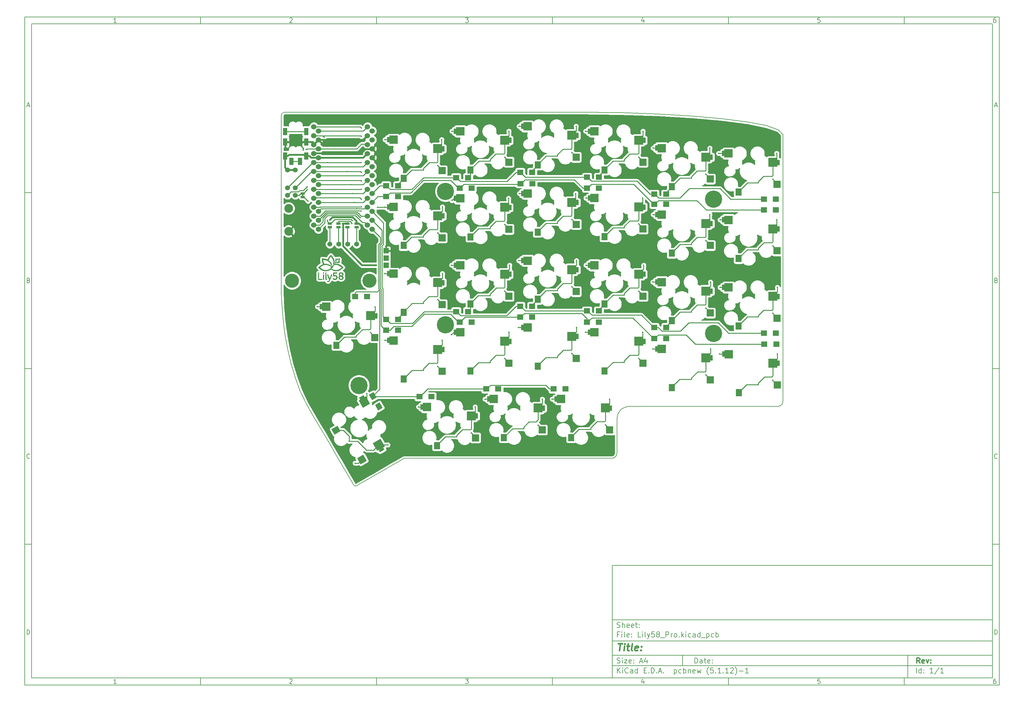
<source format=gtl>
G04 #@! TF.GenerationSoftware,KiCad,Pcbnew,(5.1.12)-1*
G04 #@! TF.CreationDate,2021-12-08T11:34:33+00:00*
G04 #@! TF.ProjectId,Lily58_Pro,4c696c79-3538-45f5-9072-6f2e6b696361,rev?*
G04 #@! TF.SameCoordinates,Original*
G04 #@! TF.FileFunction,Copper,L1,Top*
G04 #@! TF.FilePolarity,Positive*
%FSLAX46Y46*%
G04 Gerber Fmt 4.6, Leading zero omitted, Abs format (unit mm)*
G04 Created by KiCad (PCBNEW (5.1.12)-1) date 2021-12-08 11:34:33*
%MOMM*%
%LPD*%
G01*
G04 APERTURE LIST*
%ADD10C,0.100000*%
%ADD11C,0.150000*%
%ADD12C,0.300000*%
%ADD13C,0.400000*%
G04 #@! TA.AperFunction,Profile*
%ADD14C,0.200000*%
G04 #@! TD*
G04 #@! TA.AperFunction,EtchedComponent*
%ADD15C,0.010000*%
G04 #@! TD*
G04 #@! TA.AperFunction,ComponentPad*
%ADD16R,1.200000X2.100000*%
G04 #@! TD*
G04 #@! TA.AperFunction,ComponentPad*
%ADD17R,1.524000X1.524000*%
G04 #@! TD*
G04 #@! TA.AperFunction,SMDPad,CuDef*
%ADD18C,0.100000*%
G04 #@! TD*
G04 #@! TA.AperFunction,WasherPad*
%ADD19C,0.100000*%
G04 #@! TD*
G04 #@! TA.AperFunction,SMDPad,CuDef*
%ADD20R,0.700000X1.500000*%
G04 #@! TD*
G04 #@! TA.AperFunction,SMDPad,CuDef*
%ADD21R,2.400000X2.400000*%
G04 #@! TD*
G04 #@! TA.AperFunction,SMDPad,CuDef*
%ADD22R,2.500000X2.500000*%
G04 #@! TD*
G04 #@! TA.AperFunction,SMDPad,CuDef*
%ADD23R,1.800000X2.000000*%
G04 #@! TD*
G04 #@! TA.AperFunction,SMDPad,CuDef*
%ADD24R,2.000000X2.000000*%
G04 #@! TD*
G04 #@! TA.AperFunction,ComponentPad*
%ADD25C,1.524000*%
G04 #@! TD*
G04 #@! TA.AperFunction,ComponentPad*
%ADD26C,4.900000*%
G04 #@! TD*
G04 #@! TA.AperFunction,ComponentPad*
%ADD27C,1.397000*%
G04 #@! TD*
G04 #@! TA.AperFunction,SMDPad,CuDef*
%ADD28R,1.143000X0.635000*%
G04 #@! TD*
G04 #@! TA.AperFunction,ComponentPad*
%ADD29C,2.500000*%
G04 #@! TD*
G04 #@! TA.AperFunction,SMDPad,CuDef*
%ADD30R,0.381000X0.381000*%
G04 #@! TD*
G04 #@! TA.AperFunction,ComponentPad*
%ADD31R,1.800000X1.500000*%
G04 #@! TD*
G04 #@! TA.AperFunction,ComponentPad*
%ADD32C,0.100000*%
G04 #@! TD*
G04 #@! TA.AperFunction,ComponentPad*
%ADD33C,4.000000*%
G04 #@! TD*
G04 #@! TA.AperFunction,ViaPad*
%ADD34C,0.400000*%
G04 #@! TD*
G04 #@! TA.AperFunction,Conductor*
%ADD35C,0.250000*%
G04 #@! TD*
G04 #@! TA.AperFunction,Conductor*
%ADD36C,0.500000*%
G04 #@! TD*
G04 #@! TA.AperFunction,Conductor*
%ADD37C,0.254000*%
G04 #@! TD*
G04 #@! TA.AperFunction,Conductor*
%ADD38C,0.100000*%
G04 #@! TD*
G04 APERTURE END LIST*
D10*
D11*
X177002200Y-166007200D02*
X177002200Y-198007200D01*
X285002200Y-198007200D01*
X285002200Y-166007200D01*
X177002200Y-166007200D01*
D10*
D11*
X10000000Y-10000000D02*
X10000000Y-200007200D01*
X287002200Y-200007200D01*
X287002200Y-10000000D01*
X10000000Y-10000000D01*
D10*
D11*
X12000000Y-12000000D02*
X12000000Y-198007200D01*
X285002200Y-198007200D01*
X285002200Y-12000000D01*
X12000000Y-12000000D01*
D10*
D11*
X60000000Y-12000000D02*
X60000000Y-10000000D01*
D10*
D11*
X110000000Y-12000000D02*
X110000000Y-10000000D01*
D10*
D11*
X160000000Y-12000000D02*
X160000000Y-10000000D01*
D10*
D11*
X210000000Y-12000000D02*
X210000000Y-10000000D01*
D10*
D11*
X260000000Y-12000000D02*
X260000000Y-10000000D01*
D10*
D11*
X36065476Y-11588095D02*
X35322619Y-11588095D01*
X35694047Y-11588095D02*
X35694047Y-10288095D01*
X35570238Y-10473809D01*
X35446428Y-10597619D01*
X35322619Y-10659523D01*
D10*
D11*
X85322619Y-10411904D02*
X85384523Y-10350000D01*
X85508333Y-10288095D01*
X85817857Y-10288095D01*
X85941666Y-10350000D01*
X86003571Y-10411904D01*
X86065476Y-10535714D01*
X86065476Y-10659523D01*
X86003571Y-10845238D01*
X85260714Y-11588095D01*
X86065476Y-11588095D01*
D10*
D11*
X135260714Y-10288095D02*
X136065476Y-10288095D01*
X135632142Y-10783333D01*
X135817857Y-10783333D01*
X135941666Y-10845238D01*
X136003571Y-10907142D01*
X136065476Y-11030952D01*
X136065476Y-11340476D01*
X136003571Y-11464285D01*
X135941666Y-11526190D01*
X135817857Y-11588095D01*
X135446428Y-11588095D01*
X135322619Y-11526190D01*
X135260714Y-11464285D01*
D10*
D11*
X185941666Y-10721428D02*
X185941666Y-11588095D01*
X185632142Y-10226190D02*
X185322619Y-11154761D01*
X186127380Y-11154761D01*
D10*
D11*
X236003571Y-10288095D02*
X235384523Y-10288095D01*
X235322619Y-10907142D01*
X235384523Y-10845238D01*
X235508333Y-10783333D01*
X235817857Y-10783333D01*
X235941666Y-10845238D01*
X236003571Y-10907142D01*
X236065476Y-11030952D01*
X236065476Y-11340476D01*
X236003571Y-11464285D01*
X235941666Y-11526190D01*
X235817857Y-11588095D01*
X235508333Y-11588095D01*
X235384523Y-11526190D01*
X235322619Y-11464285D01*
D10*
D11*
X285941666Y-10288095D02*
X285694047Y-10288095D01*
X285570238Y-10350000D01*
X285508333Y-10411904D01*
X285384523Y-10597619D01*
X285322619Y-10845238D01*
X285322619Y-11340476D01*
X285384523Y-11464285D01*
X285446428Y-11526190D01*
X285570238Y-11588095D01*
X285817857Y-11588095D01*
X285941666Y-11526190D01*
X286003571Y-11464285D01*
X286065476Y-11340476D01*
X286065476Y-11030952D01*
X286003571Y-10907142D01*
X285941666Y-10845238D01*
X285817857Y-10783333D01*
X285570238Y-10783333D01*
X285446428Y-10845238D01*
X285384523Y-10907142D01*
X285322619Y-11030952D01*
D10*
D11*
X60000000Y-198007200D02*
X60000000Y-200007200D01*
D10*
D11*
X110000000Y-198007200D02*
X110000000Y-200007200D01*
D10*
D11*
X160000000Y-198007200D02*
X160000000Y-200007200D01*
D10*
D11*
X210000000Y-198007200D02*
X210000000Y-200007200D01*
D10*
D11*
X260000000Y-198007200D02*
X260000000Y-200007200D01*
D10*
D11*
X36065476Y-199595295D02*
X35322619Y-199595295D01*
X35694047Y-199595295D02*
X35694047Y-198295295D01*
X35570238Y-198481009D01*
X35446428Y-198604819D01*
X35322619Y-198666723D01*
D10*
D11*
X85322619Y-198419104D02*
X85384523Y-198357200D01*
X85508333Y-198295295D01*
X85817857Y-198295295D01*
X85941666Y-198357200D01*
X86003571Y-198419104D01*
X86065476Y-198542914D01*
X86065476Y-198666723D01*
X86003571Y-198852438D01*
X85260714Y-199595295D01*
X86065476Y-199595295D01*
D10*
D11*
X135260714Y-198295295D02*
X136065476Y-198295295D01*
X135632142Y-198790533D01*
X135817857Y-198790533D01*
X135941666Y-198852438D01*
X136003571Y-198914342D01*
X136065476Y-199038152D01*
X136065476Y-199347676D01*
X136003571Y-199471485D01*
X135941666Y-199533390D01*
X135817857Y-199595295D01*
X135446428Y-199595295D01*
X135322619Y-199533390D01*
X135260714Y-199471485D01*
D10*
D11*
X185941666Y-198728628D02*
X185941666Y-199595295D01*
X185632142Y-198233390D02*
X185322619Y-199161961D01*
X186127380Y-199161961D01*
D10*
D11*
X236003571Y-198295295D02*
X235384523Y-198295295D01*
X235322619Y-198914342D01*
X235384523Y-198852438D01*
X235508333Y-198790533D01*
X235817857Y-198790533D01*
X235941666Y-198852438D01*
X236003571Y-198914342D01*
X236065476Y-199038152D01*
X236065476Y-199347676D01*
X236003571Y-199471485D01*
X235941666Y-199533390D01*
X235817857Y-199595295D01*
X235508333Y-199595295D01*
X235384523Y-199533390D01*
X235322619Y-199471485D01*
D10*
D11*
X285941666Y-198295295D02*
X285694047Y-198295295D01*
X285570238Y-198357200D01*
X285508333Y-198419104D01*
X285384523Y-198604819D01*
X285322619Y-198852438D01*
X285322619Y-199347676D01*
X285384523Y-199471485D01*
X285446428Y-199533390D01*
X285570238Y-199595295D01*
X285817857Y-199595295D01*
X285941666Y-199533390D01*
X286003571Y-199471485D01*
X286065476Y-199347676D01*
X286065476Y-199038152D01*
X286003571Y-198914342D01*
X285941666Y-198852438D01*
X285817857Y-198790533D01*
X285570238Y-198790533D01*
X285446428Y-198852438D01*
X285384523Y-198914342D01*
X285322619Y-199038152D01*
D10*
D11*
X10000000Y-60000000D02*
X12000000Y-60000000D01*
D10*
D11*
X10000000Y-110000000D02*
X12000000Y-110000000D01*
D10*
D11*
X10000000Y-160000000D02*
X12000000Y-160000000D01*
D10*
D11*
X10690476Y-35216666D02*
X11309523Y-35216666D01*
X10566666Y-35588095D02*
X11000000Y-34288095D01*
X11433333Y-35588095D01*
D10*
D11*
X11092857Y-84907142D02*
X11278571Y-84969047D01*
X11340476Y-85030952D01*
X11402380Y-85154761D01*
X11402380Y-85340476D01*
X11340476Y-85464285D01*
X11278571Y-85526190D01*
X11154761Y-85588095D01*
X10659523Y-85588095D01*
X10659523Y-84288095D01*
X11092857Y-84288095D01*
X11216666Y-84350000D01*
X11278571Y-84411904D01*
X11340476Y-84535714D01*
X11340476Y-84659523D01*
X11278571Y-84783333D01*
X11216666Y-84845238D01*
X11092857Y-84907142D01*
X10659523Y-84907142D01*
D10*
D11*
X11402380Y-135464285D02*
X11340476Y-135526190D01*
X11154761Y-135588095D01*
X11030952Y-135588095D01*
X10845238Y-135526190D01*
X10721428Y-135402380D01*
X10659523Y-135278571D01*
X10597619Y-135030952D01*
X10597619Y-134845238D01*
X10659523Y-134597619D01*
X10721428Y-134473809D01*
X10845238Y-134350000D01*
X11030952Y-134288095D01*
X11154761Y-134288095D01*
X11340476Y-134350000D01*
X11402380Y-134411904D01*
D10*
D11*
X10659523Y-185588095D02*
X10659523Y-184288095D01*
X10969047Y-184288095D01*
X11154761Y-184350000D01*
X11278571Y-184473809D01*
X11340476Y-184597619D01*
X11402380Y-184845238D01*
X11402380Y-185030952D01*
X11340476Y-185278571D01*
X11278571Y-185402380D01*
X11154761Y-185526190D01*
X10969047Y-185588095D01*
X10659523Y-185588095D01*
D10*
D11*
X287002200Y-60000000D02*
X285002200Y-60000000D01*
D10*
D11*
X287002200Y-110000000D02*
X285002200Y-110000000D01*
D10*
D11*
X287002200Y-160000000D02*
X285002200Y-160000000D01*
D10*
D11*
X285692676Y-35216666D02*
X286311723Y-35216666D01*
X285568866Y-35588095D02*
X286002200Y-34288095D01*
X286435533Y-35588095D01*
D10*
D11*
X286095057Y-84907142D02*
X286280771Y-84969047D01*
X286342676Y-85030952D01*
X286404580Y-85154761D01*
X286404580Y-85340476D01*
X286342676Y-85464285D01*
X286280771Y-85526190D01*
X286156961Y-85588095D01*
X285661723Y-85588095D01*
X285661723Y-84288095D01*
X286095057Y-84288095D01*
X286218866Y-84350000D01*
X286280771Y-84411904D01*
X286342676Y-84535714D01*
X286342676Y-84659523D01*
X286280771Y-84783333D01*
X286218866Y-84845238D01*
X286095057Y-84907142D01*
X285661723Y-84907142D01*
D10*
D11*
X286404580Y-135464285D02*
X286342676Y-135526190D01*
X286156961Y-135588095D01*
X286033152Y-135588095D01*
X285847438Y-135526190D01*
X285723628Y-135402380D01*
X285661723Y-135278571D01*
X285599819Y-135030952D01*
X285599819Y-134845238D01*
X285661723Y-134597619D01*
X285723628Y-134473809D01*
X285847438Y-134350000D01*
X286033152Y-134288095D01*
X286156961Y-134288095D01*
X286342676Y-134350000D01*
X286404580Y-134411904D01*
D10*
D11*
X285661723Y-185588095D02*
X285661723Y-184288095D01*
X285971247Y-184288095D01*
X286156961Y-184350000D01*
X286280771Y-184473809D01*
X286342676Y-184597619D01*
X286404580Y-184845238D01*
X286404580Y-185030952D01*
X286342676Y-185278571D01*
X286280771Y-185402380D01*
X286156961Y-185526190D01*
X285971247Y-185588095D01*
X285661723Y-185588095D01*
D10*
D11*
X200434342Y-193785771D02*
X200434342Y-192285771D01*
X200791485Y-192285771D01*
X201005771Y-192357200D01*
X201148628Y-192500057D01*
X201220057Y-192642914D01*
X201291485Y-192928628D01*
X201291485Y-193142914D01*
X201220057Y-193428628D01*
X201148628Y-193571485D01*
X201005771Y-193714342D01*
X200791485Y-193785771D01*
X200434342Y-193785771D01*
X202577200Y-193785771D02*
X202577200Y-193000057D01*
X202505771Y-192857200D01*
X202362914Y-192785771D01*
X202077200Y-192785771D01*
X201934342Y-192857200D01*
X202577200Y-193714342D02*
X202434342Y-193785771D01*
X202077200Y-193785771D01*
X201934342Y-193714342D01*
X201862914Y-193571485D01*
X201862914Y-193428628D01*
X201934342Y-193285771D01*
X202077200Y-193214342D01*
X202434342Y-193214342D01*
X202577200Y-193142914D01*
X203077200Y-192785771D02*
X203648628Y-192785771D01*
X203291485Y-192285771D02*
X203291485Y-193571485D01*
X203362914Y-193714342D01*
X203505771Y-193785771D01*
X203648628Y-193785771D01*
X204720057Y-193714342D02*
X204577200Y-193785771D01*
X204291485Y-193785771D01*
X204148628Y-193714342D01*
X204077200Y-193571485D01*
X204077200Y-193000057D01*
X204148628Y-192857200D01*
X204291485Y-192785771D01*
X204577200Y-192785771D01*
X204720057Y-192857200D01*
X204791485Y-193000057D01*
X204791485Y-193142914D01*
X204077200Y-193285771D01*
X205434342Y-193642914D02*
X205505771Y-193714342D01*
X205434342Y-193785771D01*
X205362914Y-193714342D01*
X205434342Y-193642914D01*
X205434342Y-193785771D01*
X205434342Y-192857200D02*
X205505771Y-192928628D01*
X205434342Y-193000057D01*
X205362914Y-192928628D01*
X205434342Y-192857200D01*
X205434342Y-193000057D01*
D10*
D11*
X177002200Y-194507200D02*
X285002200Y-194507200D01*
D10*
D11*
X178434342Y-196585771D02*
X178434342Y-195085771D01*
X179291485Y-196585771D02*
X178648628Y-195728628D01*
X179291485Y-195085771D02*
X178434342Y-195942914D01*
X179934342Y-196585771D02*
X179934342Y-195585771D01*
X179934342Y-195085771D02*
X179862914Y-195157200D01*
X179934342Y-195228628D01*
X180005771Y-195157200D01*
X179934342Y-195085771D01*
X179934342Y-195228628D01*
X181505771Y-196442914D02*
X181434342Y-196514342D01*
X181220057Y-196585771D01*
X181077200Y-196585771D01*
X180862914Y-196514342D01*
X180720057Y-196371485D01*
X180648628Y-196228628D01*
X180577200Y-195942914D01*
X180577200Y-195728628D01*
X180648628Y-195442914D01*
X180720057Y-195300057D01*
X180862914Y-195157200D01*
X181077200Y-195085771D01*
X181220057Y-195085771D01*
X181434342Y-195157200D01*
X181505771Y-195228628D01*
X182791485Y-196585771D02*
X182791485Y-195800057D01*
X182720057Y-195657200D01*
X182577200Y-195585771D01*
X182291485Y-195585771D01*
X182148628Y-195657200D01*
X182791485Y-196514342D02*
X182648628Y-196585771D01*
X182291485Y-196585771D01*
X182148628Y-196514342D01*
X182077200Y-196371485D01*
X182077200Y-196228628D01*
X182148628Y-196085771D01*
X182291485Y-196014342D01*
X182648628Y-196014342D01*
X182791485Y-195942914D01*
X184148628Y-196585771D02*
X184148628Y-195085771D01*
X184148628Y-196514342D02*
X184005771Y-196585771D01*
X183720057Y-196585771D01*
X183577200Y-196514342D01*
X183505771Y-196442914D01*
X183434342Y-196300057D01*
X183434342Y-195871485D01*
X183505771Y-195728628D01*
X183577200Y-195657200D01*
X183720057Y-195585771D01*
X184005771Y-195585771D01*
X184148628Y-195657200D01*
X186005771Y-195800057D02*
X186505771Y-195800057D01*
X186720057Y-196585771D02*
X186005771Y-196585771D01*
X186005771Y-195085771D01*
X186720057Y-195085771D01*
X187362914Y-196442914D02*
X187434342Y-196514342D01*
X187362914Y-196585771D01*
X187291485Y-196514342D01*
X187362914Y-196442914D01*
X187362914Y-196585771D01*
X188077200Y-196585771D02*
X188077200Y-195085771D01*
X188434342Y-195085771D01*
X188648628Y-195157200D01*
X188791485Y-195300057D01*
X188862914Y-195442914D01*
X188934342Y-195728628D01*
X188934342Y-195942914D01*
X188862914Y-196228628D01*
X188791485Y-196371485D01*
X188648628Y-196514342D01*
X188434342Y-196585771D01*
X188077200Y-196585771D01*
X189577200Y-196442914D02*
X189648628Y-196514342D01*
X189577200Y-196585771D01*
X189505771Y-196514342D01*
X189577200Y-196442914D01*
X189577200Y-196585771D01*
X190220057Y-196157200D02*
X190934342Y-196157200D01*
X190077200Y-196585771D02*
X190577200Y-195085771D01*
X191077200Y-196585771D01*
X191577200Y-196442914D02*
X191648628Y-196514342D01*
X191577200Y-196585771D01*
X191505771Y-196514342D01*
X191577200Y-196442914D01*
X191577200Y-196585771D01*
X194577200Y-195585771D02*
X194577200Y-197085771D01*
X194577200Y-195657200D02*
X194720057Y-195585771D01*
X195005771Y-195585771D01*
X195148628Y-195657200D01*
X195220057Y-195728628D01*
X195291485Y-195871485D01*
X195291485Y-196300057D01*
X195220057Y-196442914D01*
X195148628Y-196514342D01*
X195005771Y-196585771D01*
X194720057Y-196585771D01*
X194577200Y-196514342D01*
X196577200Y-196514342D02*
X196434342Y-196585771D01*
X196148628Y-196585771D01*
X196005771Y-196514342D01*
X195934342Y-196442914D01*
X195862914Y-196300057D01*
X195862914Y-195871485D01*
X195934342Y-195728628D01*
X196005771Y-195657200D01*
X196148628Y-195585771D01*
X196434342Y-195585771D01*
X196577200Y-195657200D01*
X197220057Y-196585771D02*
X197220057Y-195085771D01*
X197220057Y-195657200D02*
X197362914Y-195585771D01*
X197648628Y-195585771D01*
X197791485Y-195657200D01*
X197862914Y-195728628D01*
X197934342Y-195871485D01*
X197934342Y-196300057D01*
X197862914Y-196442914D01*
X197791485Y-196514342D01*
X197648628Y-196585771D01*
X197362914Y-196585771D01*
X197220057Y-196514342D01*
X198577200Y-195585771D02*
X198577200Y-196585771D01*
X198577200Y-195728628D02*
X198648628Y-195657200D01*
X198791485Y-195585771D01*
X199005771Y-195585771D01*
X199148628Y-195657200D01*
X199220057Y-195800057D01*
X199220057Y-196585771D01*
X200505771Y-196514342D02*
X200362914Y-196585771D01*
X200077200Y-196585771D01*
X199934342Y-196514342D01*
X199862914Y-196371485D01*
X199862914Y-195800057D01*
X199934342Y-195657200D01*
X200077200Y-195585771D01*
X200362914Y-195585771D01*
X200505771Y-195657200D01*
X200577200Y-195800057D01*
X200577200Y-195942914D01*
X199862914Y-196085771D01*
X201077200Y-195585771D02*
X201362914Y-196585771D01*
X201648628Y-195871485D01*
X201934342Y-196585771D01*
X202220057Y-195585771D01*
X204362914Y-197157200D02*
X204291485Y-197085771D01*
X204148628Y-196871485D01*
X204077200Y-196728628D01*
X204005771Y-196514342D01*
X203934342Y-196157200D01*
X203934342Y-195871485D01*
X204005771Y-195514342D01*
X204077200Y-195300057D01*
X204148628Y-195157200D01*
X204291485Y-194942914D01*
X204362914Y-194871485D01*
X205648628Y-195085771D02*
X204934342Y-195085771D01*
X204862914Y-195800057D01*
X204934342Y-195728628D01*
X205077200Y-195657200D01*
X205434342Y-195657200D01*
X205577200Y-195728628D01*
X205648628Y-195800057D01*
X205720057Y-195942914D01*
X205720057Y-196300057D01*
X205648628Y-196442914D01*
X205577200Y-196514342D01*
X205434342Y-196585771D01*
X205077200Y-196585771D01*
X204934342Y-196514342D01*
X204862914Y-196442914D01*
X206362914Y-196442914D02*
X206434342Y-196514342D01*
X206362914Y-196585771D01*
X206291485Y-196514342D01*
X206362914Y-196442914D01*
X206362914Y-196585771D01*
X207862914Y-196585771D02*
X207005771Y-196585771D01*
X207434342Y-196585771D02*
X207434342Y-195085771D01*
X207291485Y-195300057D01*
X207148628Y-195442914D01*
X207005771Y-195514342D01*
X208505771Y-196442914D02*
X208577200Y-196514342D01*
X208505771Y-196585771D01*
X208434342Y-196514342D01*
X208505771Y-196442914D01*
X208505771Y-196585771D01*
X210005771Y-196585771D02*
X209148628Y-196585771D01*
X209577200Y-196585771D02*
X209577200Y-195085771D01*
X209434342Y-195300057D01*
X209291485Y-195442914D01*
X209148628Y-195514342D01*
X210577200Y-195228628D02*
X210648628Y-195157200D01*
X210791485Y-195085771D01*
X211148628Y-195085771D01*
X211291485Y-195157200D01*
X211362914Y-195228628D01*
X211434342Y-195371485D01*
X211434342Y-195514342D01*
X211362914Y-195728628D01*
X210505771Y-196585771D01*
X211434342Y-196585771D01*
X211934342Y-197157200D02*
X212005771Y-197085771D01*
X212148628Y-196871485D01*
X212220057Y-196728628D01*
X212291485Y-196514342D01*
X212362914Y-196157200D01*
X212362914Y-195871485D01*
X212291485Y-195514342D01*
X212220057Y-195300057D01*
X212148628Y-195157200D01*
X212005771Y-194942914D01*
X211934342Y-194871485D01*
X213077200Y-196014342D02*
X214220057Y-196014342D01*
X215720057Y-196585771D02*
X214862914Y-196585771D01*
X215291485Y-196585771D02*
X215291485Y-195085771D01*
X215148628Y-195300057D01*
X215005771Y-195442914D01*
X214862914Y-195514342D01*
D10*
D11*
X177002200Y-191507200D02*
X285002200Y-191507200D01*
D10*
D12*
X264411485Y-193785771D02*
X263911485Y-193071485D01*
X263554342Y-193785771D02*
X263554342Y-192285771D01*
X264125771Y-192285771D01*
X264268628Y-192357200D01*
X264340057Y-192428628D01*
X264411485Y-192571485D01*
X264411485Y-192785771D01*
X264340057Y-192928628D01*
X264268628Y-193000057D01*
X264125771Y-193071485D01*
X263554342Y-193071485D01*
X265625771Y-193714342D02*
X265482914Y-193785771D01*
X265197200Y-193785771D01*
X265054342Y-193714342D01*
X264982914Y-193571485D01*
X264982914Y-193000057D01*
X265054342Y-192857200D01*
X265197200Y-192785771D01*
X265482914Y-192785771D01*
X265625771Y-192857200D01*
X265697200Y-193000057D01*
X265697200Y-193142914D01*
X264982914Y-193285771D01*
X266197200Y-192785771D02*
X266554342Y-193785771D01*
X266911485Y-192785771D01*
X267482914Y-193642914D02*
X267554342Y-193714342D01*
X267482914Y-193785771D01*
X267411485Y-193714342D01*
X267482914Y-193642914D01*
X267482914Y-193785771D01*
X267482914Y-192857200D02*
X267554342Y-192928628D01*
X267482914Y-193000057D01*
X267411485Y-192928628D01*
X267482914Y-192857200D01*
X267482914Y-193000057D01*
D10*
D11*
X178362914Y-193714342D02*
X178577200Y-193785771D01*
X178934342Y-193785771D01*
X179077200Y-193714342D01*
X179148628Y-193642914D01*
X179220057Y-193500057D01*
X179220057Y-193357200D01*
X179148628Y-193214342D01*
X179077200Y-193142914D01*
X178934342Y-193071485D01*
X178648628Y-193000057D01*
X178505771Y-192928628D01*
X178434342Y-192857200D01*
X178362914Y-192714342D01*
X178362914Y-192571485D01*
X178434342Y-192428628D01*
X178505771Y-192357200D01*
X178648628Y-192285771D01*
X179005771Y-192285771D01*
X179220057Y-192357200D01*
X179862914Y-193785771D02*
X179862914Y-192785771D01*
X179862914Y-192285771D02*
X179791485Y-192357200D01*
X179862914Y-192428628D01*
X179934342Y-192357200D01*
X179862914Y-192285771D01*
X179862914Y-192428628D01*
X180434342Y-192785771D02*
X181220057Y-192785771D01*
X180434342Y-193785771D01*
X181220057Y-193785771D01*
X182362914Y-193714342D02*
X182220057Y-193785771D01*
X181934342Y-193785771D01*
X181791485Y-193714342D01*
X181720057Y-193571485D01*
X181720057Y-193000057D01*
X181791485Y-192857200D01*
X181934342Y-192785771D01*
X182220057Y-192785771D01*
X182362914Y-192857200D01*
X182434342Y-193000057D01*
X182434342Y-193142914D01*
X181720057Y-193285771D01*
X183077200Y-193642914D02*
X183148628Y-193714342D01*
X183077200Y-193785771D01*
X183005771Y-193714342D01*
X183077200Y-193642914D01*
X183077200Y-193785771D01*
X183077200Y-192857200D02*
X183148628Y-192928628D01*
X183077200Y-193000057D01*
X183005771Y-192928628D01*
X183077200Y-192857200D01*
X183077200Y-193000057D01*
X184862914Y-193357200D02*
X185577200Y-193357200D01*
X184720057Y-193785771D02*
X185220057Y-192285771D01*
X185720057Y-193785771D01*
X186862914Y-192785771D02*
X186862914Y-193785771D01*
X186505771Y-192214342D02*
X186148628Y-193285771D01*
X187077200Y-193285771D01*
D10*
D11*
X263434342Y-196585771D02*
X263434342Y-195085771D01*
X264791485Y-196585771D02*
X264791485Y-195085771D01*
X264791485Y-196514342D02*
X264648628Y-196585771D01*
X264362914Y-196585771D01*
X264220057Y-196514342D01*
X264148628Y-196442914D01*
X264077200Y-196300057D01*
X264077200Y-195871485D01*
X264148628Y-195728628D01*
X264220057Y-195657200D01*
X264362914Y-195585771D01*
X264648628Y-195585771D01*
X264791485Y-195657200D01*
X265505771Y-196442914D02*
X265577200Y-196514342D01*
X265505771Y-196585771D01*
X265434342Y-196514342D01*
X265505771Y-196442914D01*
X265505771Y-196585771D01*
X265505771Y-195657200D02*
X265577200Y-195728628D01*
X265505771Y-195800057D01*
X265434342Y-195728628D01*
X265505771Y-195657200D01*
X265505771Y-195800057D01*
X268148628Y-196585771D02*
X267291485Y-196585771D01*
X267720057Y-196585771D02*
X267720057Y-195085771D01*
X267577200Y-195300057D01*
X267434342Y-195442914D01*
X267291485Y-195514342D01*
X269862914Y-195014342D02*
X268577200Y-196942914D01*
X271148628Y-196585771D02*
X270291485Y-196585771D01*
X270720057Y-196585771D02*
X270720057Y-195085771D01*
X270577200Y-195300057D01*
X270434342Y-195442914D01*
X270291485Y-195514342D01*
D10*
D11*
X177002200Y-187507200D02*
X285002200Y-187507200D01*
D10*
D13*
X178714580Y-188211961D02*
X179857438Y-188211961D01*
X179036009Y-190211961D02*
X179286009Y-188211961D01*
X180274104Y-190211961D02*
X180440771Y-188878628D01*
X180524104Y-188211961D02*
X180416961Y-188307200D01*
X180500295Y-188402438D01*
X180607438Y-188307200D01*
X180524104Y-188211961D01*
X180500295Y-188402438D01*
X181107438Y-188878628D02*
X181869342Y-188878628D01*
X181476485Y-188211961D02*
X181262200Y-189926247D01*
X181333628Y-190116723D01*
X181512200Y-190211961D01*
X181702676Y-190211961D01*
X182655057Y-190211961D02*
X182476485Y-190116723D01*
X182405057Y-189926247D01*
X182619342Y-188211961D01*
X184190771Y-190116723D02*
X183988390Y-190211961D01*
X183607438Y-190211961D01*
X183428866Y-190116723D01*
X183357438Y-189926247D01*
X183452676Y-189164342D01*
X183571723Y-188973866D01*
X183774104Y-188878628D01*
X184155057Y-188878628D01*
X184333628Y-188973866D01*
X184405057Y-189164342D01*
X184381247Y-189354819D01*
X183405057Y-189545295D01*
X185155057Y-190021485D02*
X185238390Y-190116723D01*
X185131247Y-190211961D01*
X185047914Y-190116723D01*
X185155057Y-190021485D01*
X185131247Y-190211961D01*
X185286009Y-188973866D02*
X185369342Y-189069104D01*
X185262200Y-189164342D01*
X185178866Y-189069104D01*
X185286009Y-188973866D01*
X185262200Y-189164342D01*
D10*
D11*
X178934342Y-185600057D02*
X178434342Y-185600057D01*
X178434342Y-186385771D02*
X178434342Y-184885771D01*
X179148628Y-184885771D01*
X179720057Y-186385771D02*
X179720057Y-185385771D01*
X179720057Y-184885771D02*
X179648628Y-184957200D01*
X179720057Y-185028628D01*
X179791485Y-184957200D01*
X179720057Y-184885771D01*
X179720057Y-185028628D01*
X180648628Y-186385771D02*
X180505771Y-186314342D01*
X180434342Y-186171485D01*
X180434342Y-184885771D01*
X181791485Y-186314342D02*
X181648628Y-186385771D01*
X181362914Y-186385771D01*
X181220057Y-186314342D01*
X181148628Y-186171485D01*
X181148628Y-185600057D01*
X181220057Y-185457200D01*
X181362914Y-185385771D01*
X181648628Y-185385771D01*
X181791485Y-185457200D01*
X181862914Y-185600057D01*
X181862914Y-185742914D01*
X181148628Y-185885771D01*
X182505771Y-186242914D02*
X182577200Y-186314342D01*
X182505771Y-186385771D01*
X182434342Y-186314342D01*
X182505771Y-186242914D01*
X182505771Y-186385771D01*
X182505771Y-185457200D02*
X182577200Y-185528628D01*
X182505771Y-185600057D01*
X182434342Y-185528628D01*
X182505771Y-185457200D01*
X182505771Y-185600057D01*
X185077200Y-186385771D02*
X184362914Y-186385771D01*
X184362914Y-184885771D01*
X185577200Y-186385771D02*
X185577200Y-185385771D01*
X185577200Y-184885771D02*
X185505771Y-184957200D01*
X185577200Y-185028628D01*
X185648628Y-184957200D01*
X185577200Y-184885771D01*
X185577200Y-185028628D01*
X186505771Y-186385771D02*
X186362914Y-186314342D01*
X186291485Y-186171485D01*
X186291485Y-184885771D01*
X186934342Y-185385771D02*
X187291485Y-186385771D01*
X187648628Y-185385771D02*
X187291485Y-186385771D01*
X187148628Y-186742914D01*
X187077200Y-186814342D01*
X186934342Y-186885771D01*
X188934342Y-184885771D02*
X188220057Y-184885771D01*
X188148628Y-185600057D01*
X188220057Y-185528628D01*
X188362914Y-185457200D01*
X188720057Y-185457200D01*
X188862914Y-185528628D01*
X188934342Y-185600057D01*
X189005771Y-185742914D01*
X189005771Y-186100057D01*
X188934342Y-186242914D01*
X188862914Y-186314342D01*
X188720057Y-186385771D01*
X188362914Y-186385771D01*
X188220057Y-186314342D01*
X188148628Y-186242914D01*
X189862914Y-185528628D02*
X189720057Y-185457200D01*
X189648628Y-185385771D01*
X189577200Y-185242914D01*
X189577200Y-185171485D01*
X189648628Y-185028628D01*
X189720057Y-184957200D01*
X189862914Y-184885771D01*
X190148628Y-184885771D01*
X190291485Y-184957200D01*
X190362914Y-185028628D01*
X190434342Y-185171485D01*
X190434342Y-185242914D01*
X190362914Y-185385771D01*
X190291485Y-185457200D01*
X190148628Y-185528628D01*
X189862914Y-185528628D01*
X189720057Y-185600057D01*
X189648628Y-185671485D01*
X189577200Y-185814342D01*
X189577200Y-186100057D01*
X189648628Y-186242914D01*
X189720057Y-186314342D01*
X189862914Y-186385771D01*
X190148628Y-186385771D01*
X190291485Y-186314342D01*
X190362914Y-186242914D01*
X190434342Y-186100057D01*
X190434342Y-185814342D01*
X190362914Y-185671485D01*
X190291485Y-185600057D01*
X190148628Y-185528628D01*
X190720057Y-186528628D02*
X191862914Y-186528628D01*
X192220057Y-186385771D02*
X192220057Y-184885771D01*
X192791485Y-184885771D01*
X192934342Y-184957200D01*
X193005771Y-185028628D01*
X193077200Y-185171485D01*
X193077200Y-185385771D01*
X193005771Y-185528628D01*
X192934342Y-185600057D01*
X192791485Y-185671485D01*
X192220057Y-185671485D01*
X193720057Y-186385771D02*
X193720057Y-185385771D01*
X193720057Y-185671485D02*
X193791485Y-185528628D01*
X193862914Y-185457200D01*
X194005771Y-185385771D01*
X194148628Y-185385771D01*
X194862914Y-186385771D02*
X194720057Y-186314342D01*
X194648628Y-186242914D01*
X194577200Y-186100057D01*
X194577200Y-185671485D01*
X194648628Y-185528628D01*
X194720057Y-185457200D01*
X194862914Y-185385771D01*
X195077200Y-185385771D01*
X195220057Y-185457200D01*
X195291485Y-185528628D01*
X195362914Y-185671485D01*
X195362914Y-186100057D01*
X195291485Y-186242914D01*
X195220057Y-186314342D01*
X195077200Y-186385771D01*
X194862914Y-186385771D01*
X196005771Y-186242914D02*
X196077200Y-186314342D01*
X196005771Y-186385771D01*
X195934342Y-186314342D01*
X196005771Y-186242914D01*
X196005771Y-186385771D01*
X196720057Y-186385771D02*
X196720057Y-184885771D01*
X196862914Y-185814342D02*
X197291485Y-186385771D01*
X197291485Y-185385771D02*
X196720057Y-185957200D01*
X197934342Y-186385771D02*
X197934342Y-185385771D01*
X197934342Y-184885771D02*
X197862914Y-184957200D01*
X197934342Y-185028628D01*
X198005771Y-184957200D01*
X197934342Y-184885771D01*
X197934342Y-185028628D01*
X199291485Y-186314342D02*
X199148628Y-186385771D01*
X198862914Y-186385771D01*
X198720057Y-186314342D01*
X198648628Y-186242914D01*
X198577200Y-186100057D01*
X198577200Y-185671485D01*
X198648628Y-185528628D01*
X198720057Y-185457200D01*
X198862914Y-185385771D01*
X199148628Y-185385771D01*
X199291485Y-185457200D01*
X200577200Y-186385771D02*
X200577200Y-185600057D01*
X200505771Y-185457200D01*
X200362914Y-185385771D01*
X200077200Y-185385771D01*
X199934342Y-185457200D01*
X200577200Y-186314342D02*
X200434342Y-186385771D01*
X200077200Y-186385771D01*
X199934342Y-186314342D01*
X199862914Y-186171485D01*
X199862914Y-186028628D01*
X199934342Y-185885771D01*
X200077200Y-185814342D01*
X200434342Y-185814342D01*
X200577200Y-185742914D01*
X201934342Y-186385771D02*
X201934342Y-184885771D01*
X201934342Y-186314342D02*
X201791485Y-186385771D01*
X201505771Y-186385771D01*
X201362914Y-186314342D01*
X201291485Y-186242914D01*
X201220057Y-186100057D01*
X201220057Y-185671485D01*
X201291485Y-185528628D01*
X201362914Y-185457200D01*
X201505771Y-185385771D01*
X201791485Y-185385771D01*
X201934342Y-185457200D01*
X202291485Y-186528628D02*
X203434342Y-186528628D01*
X203791485Y-185385771D02*
X203791485Y-186885771D01*
X203791485Y-185457200D02*
X203934342Y-185385771D01*
X204220057Y-185385771D01*
X204362914Y-185457200D01*
X204434342Y-185528628D01*
X204505771Y-185671485D01*
X204505771Y-186100057D01*
X204434342Y-186242914D01*
X204362914Y-186314342D01*
X204220057Y-186385771D01*
X203934342Y-186385771D01*
X203791485Y-186314342D01*
X205791485Y-186314342D02*
X205648628Y-186385771D01*
X205362914Y-186385771D01*
X205220057Y-186314342D01*
X205148628Y-186242914D01*
X205077200Y-186100057D01*
X205077200Y-185671485D01*
X205148628Y-185528628D01*
X205220057Y-185457200D01*
X205362914Y-185385771D01*
X205648628Y-185385771D01*
X205791485Y-185457200D01*
X206434342Y-186385771D02*
X206434342Y-184885771D01*
X206434342Y-185457200D02*
X206577200Y-185385771D01*
X206862914Y-185385771D01*
X207005771Y-185457200D01*
X207077200Y-185528628D01*
X207148628Y-185671485D01*
X207148628Y-186100057D01*
X207077200Y-186242914D01*
X207005771Y-186314342D01*
X206862914Y-186385771D01*
X206577200Y-186385771D01*
X206434342Y-186314342D01*
D10*
D11*
X177002200Y-181507200D02*
X285002200Y-181507200D01*
D10*
D11*
X178362914Y-183614342D02*
X178577200Y-183685771D01*
X178934342Y-183685771D01*
X179077200Y-183614342D01*
X179148628Y-183542914D01*
X179220057Y-183400057D01*
X179220057Y-183257200D01*
X179148628Y-183114342D01*
X179077200Y-183042914D01*
X178934342Y-182971485D01*
X178648628Y-182900057D01*
X178505771Y-182828628D01*
X178434342Y-182757200D01*
X178362914Y-182614342D01*
X178362914Y-182471485D01*
X178434342Y-182328628D01*
X178505771Y-182257200D01*
X178648628Y-182185771D01*
X179005771Y-182185771D01*
X179220057Y-182257200D01*
X179862914Y-183685771D02*
X179862914Y-182185771D01*
X180505771Y-183685771D02*
X180505771Y-182900057D01*
X180434342Y-182757200D01*
X180291485Y-182685771D01*
X180077200Y-182685771D01*
X179934342Y-182757200D01*
X179862914Y-182828628D01*
X181791485Y-183614342D02*
X181648628Y-183685771D01*
X181362914Y-183685771D01*
X181220057Y-183614342D01*
X181148628Y-183471485D01*
X181148628Y-182900057D01*
X181220057Y-182757200D01*
X181362914Y-182685771D01*
X181648628Y-182685771D01*
X181791485Y-182757200D01*
X181862914Y-182900057D01*
X181862914Y-183042914D01*
X181148628Y-183185771D01*
X183077200Y-183614342D02*
X182934342Y-183685771D01*
X182648628Y-183685771D01*
X182505771Y-183614342D01*
X182434342Y-183471485D01*
X182434342Y-182900057D01*
X182505771Y-182757200D01*
X182648628Y-182685771D01*
X182934342Y-182685771D01*
X183077200Y-182757200D01*
X183148628Y-182900057D01*
X183148628Y-183042914D01*
X182434342Y-183185771D01*
X183577200Y-182685771D02*
X184148628Y-182685771D01*
X183791485Y-182185771D02*
X183791485Y-183471485D01*
X183862914Y-183614342D01*
X184005771Y-183685771D01*
X184148628Y-183685771D01*
X184648628Y-183542914D02*
X184720057Y-183614342D01*
X184648628Y-183685771D01*
X184577200Y-183614342D01*
X184648628Y-183542914D01*
X184648628Y-183685771D01*
X184648628Y-182757200D02*
X184720057Y-182828628D01*
X184648628Y-182900057D01*
X184577200Y-182828628D01*
X184648628Y-182757200D01*
X184648628Y-182900057D01*
D10*
D11*
X197002200Y-191507200D02*
X197002200Y-194507200D01*
D10*
D11*
X261002200Y-191507200D02*
X261002200Y-198007200D01*
D14*
X116186619Y-136480784D02*
X117862313Y-135510645D01*
X114510925Y-137450923D02*
X116186619Y-136480784D01*
X82937528Y-50750629D02*
X82937528Y-44443695D01*
X82937528Y-57057562D02*
X82937528Y-50750629D01*
X115211711Y-37086762D02*
X104803877Y-37086762D01*
X218692418Y-120789735D02*
X223959999Y-120789735D01*
X213424836Y-120789735D02*
X218692418Y-120789735D01*
X208157255Y-120789735D02*
X213424836Y-120789735D01*
X202889673Y-120789735D02*
X208157255Y-120789735D01*
X197622092Y-120789735D02*
X202889673Y-120789735D01*
X192354511Y-120789735D02*
X197622092Y-120789735D01*
X187086929Y-120789735D02*
X192354511Y-120789735D01*
X181819348Y-120789735D02*
X187086929Y-120789735D01*
X181113524Y-120860778D02*
X181819348Y-120789735D01*
X180456326Y-121064561D02*
X181113524Y-120860778D01*
X179861773Y-121387065D02*
X180456326Y-121064561D01*
X179343884Y-121814271D02*
X179861773Y-121387065D01*
X178916678Y-122332160D02*
X179343884Y-121814271D01*
X178594174Y-122926713D02*
X178916678Y-122332160D01*
X178390391Y-123583911D02*
X178594174Y-122926713D01*
X178319348Y-124289735D02*
X178390391Y-123583911D01*
X199807654Y-38170488D02*
X189919538Y-37585374D01*
X208420758Y-38945561D02*
X199807654Y-38170488D01*
X215525697Y-39885159D02*
X208420758Y-38945561D01*
X220889319Y-40963847D02*
X215525697Y-39885159D01*
X178989563Y-37215654D02*
X167250881Y-37086762D01*
X189919538Y-37585374D02*
X178989563Y-37215654D01*
X177658308Y-135255660D02*
X177403500Y-135393876D01*
X177880261Y-135072571D02*
X177658308Y-135255660D01*
X178063349Y-134850619D02*
X177880261Y-135072571D01*
X178201565Y-134595810D02*
X178063349Y-134850619D01*
X178288901Y-134314154D02*
X178201565Y-134595810D01*
X178319348Y-134011658D02*
X178288901Y-134314154D01*
X225460000Y-52918378D02*
X225460000Y-62400000D01*
X225460000Y-43436755D02*
X225460000Y-52918378D01*
X82937528Y-69671429D02*
X82937528Y-63364495D01*
X82937528Y-75978362D02*
X82937528Y-69671429D01*
X82937528Y-82285296D02*
X82937528Y-75978362D01*
X82937528Y-88592229D02*
X82937528Y-82285296D01*
X104803877Y-37086762D02*
X94396044Y-37086762D01*
X125619545Y-37086762D02*
X115211711Y-37086762D01*
X136027379Y-37086762D02*
X125619545Y-37086762D01*
X146435213Y-37086762D02*
X136027379Y-37086762D01*
X156843047Y-37086762D02*
X146435213Y-37086762D01*
X167250881Y-37086762D02*
X156843047Y-37086762D01*
X83400937Y-37265961D02*
X83579303Y-37169210D01*
X83245570Y-37394123D02*
X83400937Y-37265961D01*
X83117409Y-37549489D02*
X83245570Y-37394123D01*
X83020657Y-37727855D02*
X83117409Y-37549489D01*
X82959523Y-37925015D02*
X83020657Y-37727855D01*
X82938210Y-38136762D02*
X82959523Y-37925015D01*
X83776462Y-37108075D02*
X83988210Y-37086762D01*
X83579303Y-37169210D02*
X83776462Y-37108075D01*
X94396044Y-37086762D02*
X83988210Y-37086762D01*
X82937528Y-63364495D02*
X82937528Y-57057562D01*
X82937528Y-44443695D02*
X82937528Y-38136762D01*
X88291758Y-116318073D02*
X89993333Y-119989540D01*
X86863105Y-112530670D02*
X88291758Y-116318073D01*
X85688004Y-108649127D02*
X86863105Y-112530670D01*
X84747083Y-104695246D02*
X85688004Y-108649127D01*
X84020972Y-100690825D02*
X84747083Y-104695246D01*
X83490297Y-96657663D02*
X84020972Y-100690825D01*
X83135690Y-92617561D02*
X83490297Y-96657663D01*
X82937777Y-88592317D02*
X83135690Y-92617561D01*
X104288864Y-143357278D02*
X104456758Y-143271756D01*
X104130206Y-143404468D02*
X104288864Y-143357278D01*
X103981252Y-143413974D02*
X104130206Y-143404468D01*
X103842470Y-143386445D02*
X103981252Y-143413974D01*
X103714328Y-143322532D02*
X103842470Y-143386445D01*
X103597295Y-143222884D02*
X103714328Y-143322532D01*
X103491837Y-143088150D02*
X103597295Y-143222884D01*
X103398425Y-142918979D02*
X103491837Y-143088150D01*
X112835230Y-138421062D02*
X114510925Y-137450923D01*
X111159536Y-139391201D02*
X112835230Y-138421062D01*
X109483841Y-140361340D02*
X111159536Y-139391201D01*
X107808147Y-141331479D02*
X109483841Y-140361340D01*
X106132452Y-142301617D02*
X107808147Y-141331479D01*
X104456758Y-143271756D02*
X106132452Y-142301617D01*
X101722730Y-140052659D02*
X103398425Y-142918979D01*
X100047036Y-137186340D02*
X101722730Y-140052659D01*
X98371341Y-134320020D02*
X100047036Y-137186340D01*
X96695647Y-131453701D02*
X98371341Y-134320020D01*
X95019952Y-128587381D02*
X96695647Y-131453701D01*
X93344258Y-125721062D02*
X95019952Y-128587381D01*
X91668563Y-122854742D02*
X93344258Y-125721062D01*
X89992869Y-119988423D02*
X91668563Y-122854742D01*
X169449826Y-135511658D02*
X176819348Y-135511658D01*
X162080304Y-135511658D02*
X169449826Y-135511658D01*
X154710782Y-135511658D02*
X162080304Y-135511658D01*
X147341260Y-135511658D02*
X154710782Y-135511658D01*
X139971738Y-135511658D02*
X147341260Y-135511658D01*
X132602217Y-135511658D02*
X139971738Y-135511658D01*
X125232695Y-135511658D02*
X132602217Y-135511658D01*
X117863173Y-135511658D02*
X125232695Y-135511658D01*
X178319348Y-132816013D02*
X178319348Y-134011658D01*
X178319348Y-131597973D02*
X178319348Y-132816013D01*
X178319348Y-130379933D02*
X178319348Y-131597973D01*
X178319348Y-129161894D02*
X178319348Y-130379933D01*
X178319348Y-127943854D02*
X178319348Y-129161894D01*
X178319348Y-126725814D02*
X178319348Y-127943854D01*
X178319348Y-125507775D02*
X178319348Y-126725814D01*
X178319348Y-124289735D02*
X178319348Y-125507775D01*
X177121844Y-135481211D02*
X176819348Y-135511658D01*
X177403500Y-135393876D02*
X177121844Y-135481211D01*
X224278471Y-42156190D02*
X220889319Y-40963847D01*
X225460000Y-43436755D02*
X224278471Y-42156190D01*
X224262495Y-120759288D02*
X223959999Y-120789735D01*
X224544152Y-120671952D02*
X224262495Y-120759288D01*
X224798960Y-120533736D02*
X224544152Y-120671952D01*
X225020912Y-120350648D02*
X224798960Y-120533736D01*
X225204001Y-120128696D02*
X225020912Y-120350648D01*
X225342217Y-119873887D02*
X225204001Y-120128696D01*
X225429552Y-119592231D02*
X225342217Y-119873887D01*
X225459999Y-119289735D02*
X225429552Y-119592231D01*
X225460000Y-109808112D02*
X225460000Y-119289735D01*
X225460000Y-100326490D02*
X225460000Y-109808112D01*
X225460000Y-90844867D02*
X225460000Y-100326490D01*
X225460000Y-81363245D02*
X225460000Y-90844867D01*
X225460000Y-71881623D02*
X225460000Y-81363245D01*
X225460000Y-62400000D02*
X225460000Y-71881623D01*
D15*
G36*
X98418714Y-78718254D02*
G01*
X98434649Y-78731799D01*
X98456095Y-78751725D01*
X98480912Y-78775864D01*
X98506960Y-78802048D01*
X98532101Y-78828110D01*
X98554194Y-78851883D01*
X98571101Y-78871197D01*
X98580681Y-78883887D01*
X98582057Y-78887146D01*
X98577145Y-78895635D01*
X98563828Y-78911893D01*
X98544241Y-78933742D01*
X98520514Y-78959004D01*
X98494781Y-78985500D01*
X98469172Y-79011052D01*
X98445822Y-79033481D01*
X98426862Y-79050610D01*
X98414424Y-79060260D01*
X98411288Y-79061600D01*
X98403998Y-79056697D01*
X98388390Y-79043118D01*
X98366299Y-79022562D01*
X98339560Y-78996725D01*
X98317460Y-78974803D01*
X98230889Y-78888006D01*
X98317187Y-78800632D01*
X98346078Y-78771777D01*
X98371693Y-78746940D01*
X98392215Y-78727824D01*
X98405826Y-78716131D01*
X98410428Y-78713257D01*
X98418714Y-78718254D01*
G37*
X98418714Y-78718254D02*
X98434649Y-78731799D01*
X98456095Y-78751725D01*
X98480912Y-78775864D01*
X98506960Y-78802048D01*
X98532101Y-78828110D01*
X98554194Y-78851883D01*
X98571101Y-78871197D01*
X98580681Y-78883887D01*
X98582057Y-78887146D01*
X98577145Y-78895635D01*
X98563828Y-78911893D01*
X98544241Y-78933742D01*
X98520514Y-78959004D01*
X98494781Y-78985500D01*
X98469172Y-79011052D01*
X98445822Y-79033481D01*
X98426862Y-79050610D01*
X98414424Y-79060260D01*
X98411288Y-79061600D01*
X98403998Y-79056697D01*
X98388390Y-79043118D01*
X98366299Y-79022562D01*
X98339560Y-78996725D01*
X98317460Y-78974803D01*
X98230889Y-78888006D01*
X98317187Y-78800632D01*
X98346078Y-78771777D01*
X98371693Y-78746940D01*
X98392215Y-78727824D01*
X98405826Y-78716131D01*
X98410428Y-78713257D01*
X98418714Y-78718254D01*
G36*
X98822488Y-78689154D02*
G01*
X98838605Y-78702669D01*
X98860907Y-78722884D01*
X98887475Y-78747910D01*
X98916390Y-78775854D01*
X98945733Y-78804829D01*
X98973586Y-78832943D01*
X98998028Y-78858306D01*
X99017142Y-78879028D01*
X99029009Y-78893219D01*
X99032000Y-78898499D01*
X99027061Y-78905816D01*
X99013509Y-78921244D01*
X98993243Y-78942888D01*
X98968165Y-78968850D01*
X98940173Y-78997234D01*
X98911167Y-79026144D01*
X98883046Y-79053684D01*
X98857711Y-79077957D01*
X98837061Y-79097067D01*
X98822995Y-79109117D01*
X98817730Y-79112400D01*
X98810614Y-79107482D01*
X98794980Y-79093761D01*
X98772486Y-79072787D01*
X98744786Y-79046110D01*
X98713535Y-79015279D01*
X98707149Y-79008895D01*
X98675685Y-78976855D01*
X98648082Y-78947754D01*
X98625897Y-78923315D01*
X98610686Y-78905260D01*
X98604006Y-78895313D01*
X98603829Y-78894498D01*
X98608829Y-78885843D01*
X98622527Y-78869274D01*
X98642972Y-78846741D01*
X98668213Y-78820190D01*
X98696298Y-78791570D01*
X98725275Y-78762830D01*
X98753193Y-78735916D01*
X98778101Y-78712778D01*
X98798047Y-78695362D01*
X98811079Y-78685618D01*
X98814474Y-78684229D01*
X98822488Y-78689154D01*
G37*
X98822488Y-78689154D02*
X98838605Y-78702669D01*
X98860907Y-78722884D01*
X98887475Y-78747910D01*
X98916390Y-78775854D01*
X98945733Y-78804829D01*
X98973586Y-78832943D01*
X98998028Y-78858306D01*
X99017142Y-78879028D01*
X99029009Y-78893219D01*
X99032000Y-78898499D01*
X99027061Y-78905816D01*
X99013509Y-78921244D01*
X98993243Y-78942888D01*
X98968165Y-78968850D01*
X98940173Y-78997234D01*
X98911167Y-79026144D01*
X98883046Y-79053684D01*
X98857711Y-79077957D01*
X98837061Y-79097067D01*
X98822995Y-79109117D01*
X98817730Y-79112400D01*
X98810614Y-79107482D01*
X98794980Y-79093761D01*
X98772486Y-79072787D01*
X98744786Y-79046110D01*
X98713535Y-79015279D01*
X98707149Y-79008895D01*
X98675685Y-78976855D01*
X98648082Y-78947754D01*
X98625897Y-78923315D01*
X98610686Y-78905260D01*
X98604006Y-78895313D01*
X98603829Y-78894498D01*
X98608829Y-78885843D01*
X98622527Y-78869274D01*
X98642972Y-78846741D01*
X98668213Y-78820190D01*
X98696298Y-78791570D01*
X98725275Y-78762830D01*
X98753193Y-78735916D01*
X98778101Y-78712778D01*
X98798047Y-78695362D01*
X98811079Y-78685618D01*
X98814474Y-78684229D01*
X98822488Y-78689154D01*
G36*
X99316259Y-78645682D02*
G01*
X99332770Y-78659495D01*
X99355704Y-78680368D01*
X99383304Y-78706539D01*
X99413812Y-78736249D01*
X99445471Y-78767739D01*
X99476523Y-78799248D01*
X99505212Y-78829017D01*
X99529778Y-78855287D01*
X99548465Y-78876297D01*
X99559515Y-78890288D01*
X99561772Y-78894844D01*
X99556776Y-78903174D01*
X99542962Y-78919684D01*
X99522090Y-78942618D01*
X99495919Y-78970218D01*
X99466208Y-79000726D01*
X99434719Y-79032385D01*
X99403209Y-79063438D01*
X99373440Y-79092126D01*
X99347171Y-79116692D01*
X99326161Y-79135379D01*
X99312170Y-79146430D01*
X99307614Y-79148686D01*
X99299605Y-79143739D01*
X99283003Y-79129853D01*
X99259370Y-79108462D01*
X99230264Y-79080999D01*
X99197246Y-79048900D01*
X99175249Y-79027051D01*
X99141017Y-78992332D01*
X99110519Y-78960551D01*
X99085187Y-78933272D01*
X99066453Y-78912055D01*
X99055748Y-78898463D01*
X99053772Y-78894528D01*
X99058767Y-78886198D01*
X99072581Y-78869688D01*
X99093454Y-78846754D01*
X99119625Y-78819154D01*
X99149335Y-78788646D01*
X99180825Y-78756987D01*
X99212334Y-78725934D01*
X99242103Y-78697246D01*
X99268372Y-78672680D01*
X99289382Y-78653993D01*
X99303373Y-78642942D01*
X99307930Y-78640686D01*
X99316259Y-78645682D01*
G37*
X99316259Y-78645682D02*
X99332770Y-78659495D01*
X99355704Y-78680368D01*
X99383304Y-78706539D01*
X99413812Y-78736249D01*
X99445471Y-78767739D01*
X99476523Y-78799248D01*
X99505212Y-78829017D01*
X99529778Y-78855287D01*
X99548465Y-78876297D01*
X99559515Y-78890288D01*
X99561772Y-78894844D01*
X99556776Y-78903174D01*
X99542962Y-78919684D01*
X99522090Y-78942618D01*
X99495919Y-78970218D01*
X99466208Y-79000726D01*
X99434719Y-79032385D01*
X99403209Y-79063438D01*
X99373440Y-79092126D01*
X99347171Y-79116692D01*
X99326161Y-79135379D01*
X99312170Y-79146430D01*
X99307614Y-79148686D01*
X99299605Y-79143739D01*
X99283003Y-79129853D01*
X99259370Y-79108462D01*
X99230264Y-79080999D01*
X99197246Y-79048900D01*
X99175249Y-79027051D01*
X99141017Y-78992332D01*
X99110519Y-78960551D01*
X99085187Y-78933272D01*
X99066453Y-78912055D01*
X99055748Y-78898463D01*
X99053772Y-78894528D01*
X99058767Y-78886198D01*
X99072581Y-78869688D01*
X99093454Y-78846754D01*
X99119625Y-78819154D01*
X99149335Y-78788646D01*
X99180825Y-78756987D01*
X99212334Y-78725934D01*
X99242103Y-78697246D01*
X99268372Y-78672680D01*
X99289382Y-78653993D01*
X99303373Y-78642942D01*
X99307930Y-78640686D01*
X99316259Y-78645682D01*
G36*
X98419315Y-79088372D02*
G01*
X98435102Y-79102093D01*
X98456989Y-79122618D01*
X98483090Y-79148027D01*
X98511519Y-79176404D01*
X98540389Y-79205829D01*
X98567814Y-79234385D01*
X98591909Y-79260153D01*
X98610786Y-79281215D01*
X98622561Y-79295654D01*
X98625600Y-79301086D01*
X98620683Y-79309019D01*
X98607191Y-79325073D01*
X98587008Y-79347331D01*
X98562022Y-79373875D01*
X98534119Y-79402785D01*
X98505184Y-79432145D01*
X98477104Y-79460035D01*
X98451765Y-79484538D01*
X98431054Y-79503735D01*
X98416856Y-79515709D01*
X98411515Y-79518800D01*
X98404723Y-79513913D01*
X98389336Y-79500277D01*
X98366995Y-79479431D01*
X98339343Y-79452912D01*
X98308023Y-79422258D01*
X98301405Y-79415710D01*
X98269750Y-79383774D01*
X98241978Y-79354705D01*
X98219654Y-79330227D01*
X98204343Y-79312066D01*
X98197609Y-79301946D01*
X98197429Y-79301086D01*
X98202346Y-79293153D01*
X98215838Y-79277098D01*
X98236021Y-79254840D01*
X98261007Y-79228297D01*
X98288910Y-79199387D01*
X98317845Y-79170027D01*
X98345925Y-79142137D01*
X98371264Y-79117634D01*
X98391975Y-79098436D01*
X98406173Y-79086463D01*
X98411515Y-79083372D01*
X98419315Y-79088372D01*
G37*
X98419315Y-79088372D02*
X98435102Y-79102093D01*
X98456989Y-79122618D01*
X98483090Y-79148027D01*
X98511519Y-79176404D01*
X98540389Y-79205829D01*
X98567814Y-79234385D01*
X98591909Y-79260153D01*
X98610786Y-79281215D01*
X98622561Y-79295654D01*
X98625600Y-79301086D01*
X98620683Y-79309019D01*
X98607191Y-79325073D01*
X98587008Y-79347331D01*
X98562022Y-79373875D01*
X98534119Y-79402785D01*
X98505184Y-79432145D01*
X98477104Y-79460035D01*
X98451765Y-79484538D01*
X98431054Y-79503735D01*
X98416856Y-79515709D01*
X98411515Y-79518800D01*
X98404723Y-79513913D01*
X98389336Y-79500277D01*
X98366995Y-79479431D01*
X98339343Y-79452912D01*
X98308023Y-79422258D01*
X98301405Y-79415710D01*
X98269750Y-79383774D01*
X98241978Y-79354705D01*
X98219654Y-79330227D01*
X98204343Y-79312066D01*
X98197609Y-79301946D01*
X98197429Y-79301086D01*
X98202346Y-79293153D01*
X98215838Y-79277098D01*
X98236021Y-79254840D01*
X98261007Y-79228297D01*
X98288910Y-79199387D01*
X98317845Y-79170027D01*
X98345925Y-79142137D01*
X98371264Y-79117634D01*
X98391975Y-79098436D01*
X98406173Y-79086463D01*
X98411515Y-79083372D01*
X98419315Y-79088372D01*
G36*
X99412968Y-79272025D02*
G01*
X99444769Y-79304289D01*
X99472714Y-79333635D01*
X99495258Y-79358358D01*
X99510855Y-79376752D01*
X99517959Y-79387111D01*
X99518229Y-79388175D01*
X99513229Y-79396868D01*
X99499532Y-79413473D01*
X99479088Y-79436042D01*
X99453849Y-79462625D01*
X99425765Y-79491273D01*
X99396788Y-79520036D01*
X99368869Y-79546965D01*
X99343960Y-79570110D01*
X99324010Y-79587522D01*
X99310972Y-79597252D01*
X99307584Y-79598629D01*
X99299366Y-79593691D01*
X99282718Y-79579907D01*
X99259340Y-79558823D01*
X99230936Y-79531984D01*
X99199208Y-79500936D01*
X99191625Y-79493368D01*
X99086552Y-79388107D01*
X99197130Y-79277530D01*
X99307707Y-79166952D01*
X99412968Y-79272025D01*
G37*
X99412968Y-79272025D02*
X99444769Y-79304289D01*
X99472714Y-79333635D01*
X99495258Y-79358358D01*
X99510855Y-79376752D01*
X99517959Y-79387111D01*
X99518229Y-79388175D01*
X99513229Y-79396868D01*
X99499532Y-79413473D01*
X99479088Y-79436042D01*
X99453849Y-79462625D01*
X99425765Y-79491273D01*
X99396788Y-79520036D01*
X99368869Y-79546965D01*
X99343960Y-79570110D01*
X99324010Y-79587522D01*
X99310972Y-79597252D01*
X99307584Y-79598629D01*
X99299366Y-79593691D01*
X99282718Y-79579907D01*
X99259340Y-79558823D01*
X99230936Y-79531984D01*
X99199208Y-79500936D01*
X99191625Y-79493368D01*
X99086552Y-79388107D01*
X99197130Y-79277530D01*
X99307707Y-79166952D01*
X99412968Y-79272025D01*
G36*
X99316339Y-79632567D02*
G01*
X99332458Y-79645874D01*
X99354185Y-79665447D01*
X99379347Y-79689154D01*
X99405768Y-79714861D01*
X99431274Y-79740437D01*
X99453690Y-79763750D01*
X99470842Y-79782668D01*
X99480554Y-79795058D01*
X99481943Y-79798205D01*
X99477103Y-79805111D01*
X99463959Y-79820048D01*
X99444575Y-79840911D01*
X99421016Y-79865591D01*
X99395345Y-79891982D01*
X99369626Y-79917977D01*
X99345923Y-79941469D01*
X99326301Y-79960350D01*
X99312824Y-79972515D01*
X99307772Y-79976000D01*
X99301622Y-79971119D01*
X99287047Y-79957611D01*
X99265820Y-79937175D01*
X99239713Y-79911511D01*
X99218758Y-79890620D01*
X99190385Y-79861755D01*
X99166018Y-79836170D01*
X99147365Y-79815722D01*
X99136133Y-79802270D01*
X99133600Y-79797973D01*
X99138619Y-79789773D01*
X99152222Y-79773965D01*
X99172232Y-79752676D01*
X99196468Y-79728033D01*
X99222751Y-79702166D01*
X99248904Y-79677202D01*
X99272746Y-79655268D01*
X99292099Y-79638493D01*
X99304783Y-79629005D01*
X99308004Y-79627657D01*
X99316339Y-79632567D01*
G37*
X99316339Y-79632567D02*
X99332458Y-79645874D01*
X99354185Y-79665447D01*
X99379347Y-79689154D01*
X99405768Y-79714861D01*
X99431274Y-79740437D01*
X99453690Y-79763750D01*
X99470842Y-79782668D01*
X99480554Y-79795058D01*
X99481943Y-79798205D01*
X99477103Y-79805111D01*
X99463959Y-79820048D01*
X99444575Y-79840911D01*
X99421016Y-79865591D01*
X99395345Y-79891982D01*
X99369626Y-79917977D01*
X99345923Y-79941469D01*
X99326301Y-79960350D01*
X99312824Y-79972515D01*
X99307772Y-79976000D01*
X99301622Y-79971119D01*
X99287047Y-79957611D01*
X99265820Y-79937175D01*
X99239713Y-79911511D01*
X99218758Y-79890620D01*
X99190385Y-79861755D01*
X99166018Y-79836170D01*
X99147365Y-79815722D01*
X99136133Y-79802270D01*
X99133600Y-79797973D01*
X99138619Y-79789773D01*
X99152222Y-79773965D01*
X99172232Y-79752676D01*
X99196468Y-79728033D01*
X99222751Y-79702166D01*
X99248904Y-79677202D01*
X99272746Y-79655268D01*
X99292099Y-79638493D01*
X99304783Y-79629005D01*
X99308004Y-79627657D01*
X99316339Y-79632567D01*
G36*
X98913116Y-79582775D02*
G01*
X98922787Y-79590344D01*
X98939958Y-79605996D01*
X98962722Y-79627796D01*
X98989169Y-79653806D01*
X99017390Y-79682093D01*
X99045477Y-79710719D01*
X99071521Y-79737750D01*
X99093613Y-79761250D01*
X99109843Y-79779283D01*
X99118304Y-79789913D01*
X99119086Y-79791639D01*
X99114077Y-79799418D01*
X99100331Y-79815166D01*
X99079770Y-79836998D01*
X99054319Y-79863033D01*
X99025899Y-79891386D01*
X98996433Y-79920176D01*
X98967844Y-79947518D01*
X98942055Y-79971531D01*
X98920989Y-79990332D01*
X98906568Y-80002036D01*
X98901184Y-80005029D01*
X98892884Y-80000094D01*
X98876217Y-79986350D01*
X98852940Y-79965383D01*
X98824811Y-79938783D01*
X98793589Y-79908136D01*
X98790603Y-79905149D01*
X98759721Y-79873670D01*
X98732731Y-79845130D01*
X98711217Y-79821290D01*
X98696764Y-79803911D01*
X98690959Y-79794754D01*
X98690915Y-79794384D01*
X98695852Y-79786152D01*
X98709628Y-79769500D01*
X98730691Y-79746140D01*
X98757487Y-79717784D01*
X98788464Y-79686145D01*
X98795188Y-79679411D01*
X98831119Y-79643787D01*
X98858408Y-79617447D01*
X98878481Y-79599222D01*
X98892764Y-79587943D01*
X98902684Y-79582440D01*
X98909668Y-79581546D01*
X98913116Y-79582775D01*
G37*
X98913116Y-79582775D02*
X98922787Y-79590344D01*
X98939958Y-79605996D01*
X98962722Y-79627796D01*
X98989169Y-79653806D01*
X99017390Y-79682093D01*
X99045477Y-79710719D01*
X99071521Y-79737750D01*
X99093613Y-79761250D01*
X99109843Y-79779283D01*
X99118304Y-79789913D01*
X99119086Y-79791639D01*
X99114077Y-79799418D01*
X99100331Y-79815166D01*
X99079770Y-79836998D01*
X99054319Y-79863033D01*
X99025899Y-79891386D01*
X98996433Y-79920176D01*
X98967844Y-79947518D01*
X98942055Y-79971531D01*
X98920989Y-79990332D01*
X98906568Y-80002036D01*
X98901184Y-80005029D01*
X98892884Y-80000094D01*
X98876217Y-79986350D01*
X98852940Y-79965383D01*
X98824811Y-79938783D01*
X98793589Y-79908136D01*
X98790603Y-79905149D01*
X98759721Y-79873670D01*
X98732731Y-79845130D01*
X98711217Y-79821290D01*
X98696764Y-79803911D01*
X98690959Y-79794754D01*
X98690915Y-79794384D01*
X98695852Y-79786152D01*
X98709628Y-79769500D01*
X98730691Y-79746140D01*
X98757487Y-79717784D01*
X98788464Y-79686145D01*
X98795188Y-79679411D01*
X98831119Y-79643787D01*
X98858408Y-79617447D01*
X98878481Y-79599222D01*
X98892764Y-79587943D01*
X98902684Y-79582440D01*
X98909668Y-79581546D01*
X98913116Y-79582775D01*
G36*
X98421348Y-79545629D02*
G01*
X98439163Y-79559599D01*
X98463159Y-79580676D01*
X98491532Y-79607055D01*
X98522479Y-79636931D01*
X98554195Y-79668500D01*
X98584877Y-79699956D01*
X98612721Y-79729495D01*
X98635924Y-79755312D01*
X98652681Y-79775601D01*
X98661190Y-79788558D01*
X98661886Y-79791103D01*
X98656909Y-79800099D01*
X98643144Y-79817274D01*
X98622343Y-79840851D01*
X98596257Y-79869052D01*
X98566636Y-79900099D01*
X98535233Y-79932215D01*
X98503796Y-79963620D01*
X98474079Y-79992538D01*
X98447831Y-80017191D01*
X98426804Y-80035801D01*
X98412748Y-80046590D01*
X98408305Y-80048572D01*
X98400403Y-80043649D01*
X98383890Y-80029845D01*
X98360350Y-80008610D01*
X98331370Y-79981392D01*
X98298535Y-79949640D01*
X98279575Y-79930936D01*
X98245428Y-79896613D01*
X98214748Y-79865008D01*
X98189065Y-79837761D01*
X98169911Y-79816510D01*
X98158814Y-79802896D01*
X98156731Y-79799361D01*
X98157392Y-79792635D01*
X98163318Y-79782045D01*
X98175496Y-79766450D01*
X98194914Y-79744708D01*
X98222559Y-79715674D01*
X98259419Y-79678208D01*
X98274574Y-79662997D01*
X98317749Y-79620399D01*
X98353658Y-79586297D01*
X98381675Y-79561252D01*
X98401174Y-79545824D01*
X98411517Y-79540572D01*
X98421348Y-79545629D01*
G37*
X98421348Y-79545629D02*
X98439163Y-79559599D01*
X98463159Y-79580676D01*
X98491532Y-79607055D01*
X98522479Y-79636931D01*
X98554195Y-79668500D01*
X98584877Y-79699956D01*
X98612721Y-79729495D01*
X98635924Y-79755312D01*
X98652681Y-79775601D01*
X98661190Y-79788558D01*
X98661886Y-79791103D01*
X98656909Y-79800099D01*
X98643144Y-79817274D01*
X98622343Y-79840851D01*
X98596257Y-79869052D01*
X98566636Y-79900099D01*
X98535233Y-79932215D01*
X98503796Y-79963620D01*
X98474079Y-79992538D01*
X98447831Y-80017191D01*
X98426804Y-80035801D01*
X98412748Y-80046590D01*
X98408305Y-80048572D01*
X98400403Y-80043649D01*
X98383890Y-80029845D01*
X98360350Y-80008610D01*
X98331370Y-79981392D01*
X98298535Y-79949640D01*
X98279575Y-79930936D01*
X98245428Y-79896613D01*
X98214748Y-79865008D01*
X98189065Y-79837761D01*
X98169911Y-79816510D01*
X98158814Y-79802896D01*
X98156731Y-79799361D01*
X98157392Y-79792635D01*
X98163318Y-79782045D01*
X98175496Y-79766450D01*
X98194914Y-79744708D01*
X98222559Y-79715674D01*
X98259419Y-79678208D01*
X98274574Y-79662997D01*
X98317749Y-79620399D01*
X98353658Y-79586297D01*
X98381675Y-79561252D01*
X98401174Y-79545824D01*
X98411517Y-79540572D01*
X98421348Y-79545629D01*
G36*
X97078092Y-77751737D02*
G01*
X97237453Y-77924566D01*
X97386427Y-78107516D01*
X97524948Y-78300510D01*
X97548489Y-78335886D01*
X97656724Y-78510990D01*
X97750642Y-78685431D01*
X97830230Y-78859143D01*
X97895475Y-79032061D01*
X97946363Y-79204120D01*
X97982880Y-79375255D01*
X98005013Y-79545400D01*
X98012748Y-79714491D01*
X98006072Y-79882461D01*
X97984970Y-80049247D01*
X97949431Y-80214782D01*
X97943993Y-80235307D01*
X97935685Y-80266015D01*
X97864316Y-80288187D01*
X97825821Y-80300605D01*
X97784696Y-80314604D01*
X97747902Y-80327792D01*
X97736557Y-80332074D01*
X97710323Y-80341593D01*
X97689601Y-80348019D01*
X97677785Y-80350342D01*
X97676399Y-80350018D01*
X97676674Y-80341867D01*
X97680561Y-80323177D01*
X97687318Y-80297250D01*
X97691518Y-80282681D01*
X97729788Y-80131041D01*
X97754242Y-79979808D01*
X97764833Y-79828558D01*
X97761512Y-79676867D01*
X97744230Y-79524312D01*
X97712940Y-79370470D01*
X97667593Y-79214917D01*
X97608141Y-79057230D01*
X97534535Y-78896984D01*
X97532958Y-78893830D01*
X97493733Y-78817413D01*
X97456381Y-78749153D01*
X97417788Y-78683686D01*
X97374840Y-78615649D01*
X97345938Y-78571743D01*
X97276796Y-78472108D01*
X97201006Y-78370248D01*
X97122143Y-78270757D01*
X97043777Y-78178225D01*
X97012809Y-78143572D01*
X96979808Y-78107286D01*
X96963703Y-78121800D01*
X96949551Y-78136124D01*
X96928148Y-78159789D01*
X96901222Y-78190733D01*
X96870504Y-78226896D01*
X96837722Y-78266216D01*
X96804608Y-78306632D01*
X96772890Y-78346084D01*
X96744298Y-78382509D01*
X96737478Y-78391376D01*
X96668547Y-78485384D01*
X96599761Y-78586549D01*
X96534779Y-78689297D01*
X96478494Y-78785829D01*
X96456467Y-78826703D01*
X96433394Y-78871650D01*
X96410102Y-78918830D01*
X96387420Y-78966404D01*
X96366174Y-79012533D01*
X96347192Y-79055378D01*
X96331303Y-79093098D01*
X96319333Y-79123856D01*
X96312110Y-79145811D01*
X96310463Y-79157125D01*
X96310994Y-79158057D01*
X96317955Y-79162963D01*
X96334206Y-79174245D01*
X96357081Y-79190055D01*
X96375886Y-79203019D01*
X96507284Y-79302253D01*
X96629551Y-79412682D01*
X96742707Y-79534335D01*
X96846771Y-79667238D01*
X96941762Y-79811419D01*
X97027699Y-79966904D01*
X97104601Y-80133722D01*
X97172488Y-80311899D01*
X97188841Y-80360629D01*
X97202900Y-80404294D01*
X97216013Y-80446148D01*
X97227224Y-80483056D01*
X97235578Y-80511882D01*
X97239609Y-80527215D01*
X97244495Y-80550207D01*
X97245199Y-80563318D01*
X97241427Y-80570652D01*
X97236232Y-80574387D01*
X97225568Y-80581046D01*
X97205448Y-80593846D01*
X97178601Y-80611041D01*
X97147758Y-80630887D01*
X97142623Y-80634200D01*
X97112477Y-80653100D01*
X97086769Y-80668176D01*
X97067864Y-80678117D01*
X97058127Y-80681614D01*
X97057434Y-80681371D01*
X97053771Y-80672480D01*
X97047625Y-80653057D01*
X97040087Y-80626641D01*
X97036852Y-80614629D01*
X96989704Y-80456769D01*
X96933637Y-80304840D01*
X96869308Y-80160033D01*
X96797376Y-80023537D01*
X96718500Y-79896544D01*
X96633337Y-79780243D01*
X96542548Y-79675824D01*
X96486842Y-79620490D01*
X96367926Y-79518720D01*
X96238151Y-79426255D01*
X96097473Y-79343079D01*
X95945846Y-79269174D01*
X95783225Y-79204526D01*
X95609564Y-79149117D01*
X95424820Y-79102930D01*
X95228945Y-79065951D01*
X95021896Y-79038161D01*
X94834594Y-79021582D01*
X94770131Y-79017144D01*
X94775171Y-79099243D01*
X94794753Y-79319541D01*
X94825942Y-79531254D01*
X94868779Y-79734564D01*
X94923307Y-79929656D01*
X94989567Y-80116713D01*
X95024532Y-80201349D01*
X95038824Y-80234383D01*
X95135855Y-80218053D01*
X95300838Y-80197264D01*
X95466151Y-80190430D01*
X95632021Y-80197599D01*
X95798676Y-80218820D01*
X95966346Y-80254143D01*
X96135257Y-80303616D01*
X96305639Y-80367288D01*
X96477720Y-80445208D01*
X96651727Y-80537425D01*
X96667391Y-80546371D01*
X96709688Y-80571205D01*
X96754353Y-80598365D01*
X96799337Y-80626511D01*
X96842590Y-80654303D01*
X96882063Y-80680401D01*
X96915707Y-80703466D01*
X96941473Y-80722157D01*
X96957313Y-80735137D01*
X96959495Y-80737347D01*
X96965796Y-80745277D01*
X96967162Y-80752678D01*
X96962341Y-80762659D01*
X96950082Y-80778327D01*
X96936690Y-80794013D01*
X96913781Y-80822060D01*
X96890204Y-80853182D01*
X96873382Y-80877214D01*
X96846190Y-80918457D01*
X96779007Y-80871941D01*
X96641008Y-80782626D01*
X96497974Y-80701950D01*
X96351678Y-80630626D01*
X96203891Y-80569369D01*
X96056387Y-80518895D01*
X95910936Y-80479917D01*
X95769310Y-80453150D01*
X95726372Y-80447433D01*
X95670147Y-80442587D01*
X95604203Y-80439904D01*
X95533165Y-80439340D01*
X95461662Y-80440854D01*
X95394317Y-80444403D01*
X95335759Y-80449944D01*
X95326779Y-80451112D01*
X95171174Y-80479299D01*
X95013538Y-80521459D01*
X94854490Y-80577298D01*
X94694651Y-80646520D01*
X94534640Y-80728828D01*
X94375076Y-80823927D01*
X94216580Y-80931522D01*
X94059771Y-81051315D01*
X94045757Y-81062689D01*
X94010287Y-81091936D01*
X93974442Y-81122043D01*
X93941705Y-81150051D01*
X93915557Y-81172998D01*
X93908457Y-81179423D01*
X93861286Y-81222648D01*
X93879429Y-81242465D01*
X93906987Y-81270038D01*
X93944768Y-81304115D01*
X93990875Y-81343214D01*
X94043413Y-81385854D01*
X94100484Y-81430552D01*
X94160192Y-81475827D01*
X94220641Y-81520196D01*
X94279933Y-81562179D01*
X94336173Y-81600293D01*
X94343886Y-81605361D01*
X94494402Y-81698671D01*
X94641190Y-81778990D01*
X94785679Y-81846897D01*
X94929294Y-81902970D01*
X95073464Y-81947787D01*
X95219615Y-81981926D01*
X95314128Y-81998329D01*
X95368693Y-82004546D01*
X95433551Y-82008662D01*
X95504634Y-82010683D01*
X95577875Y-82010612D01*
X95649207Y-82008454D01*
X95714560Y-82004211D01*
X95769869Y-81997888D01*
X95769915Y-81997881D01*
X95925752Y-81967633D01*
X96083891Y-81923613D01*
X96243398Y-81866201D01*
X96403339Y-81795775D01*
X96562780Y-81712711D01*
X96720787Y-81617390D01*
X96738495Y-81605874D01*
X96798189Y-81564120D01*
X96845881Y-81524568D01*
X96883510Y-81485387D01*
X96913018Y-81444748D01*
X96917768Y-81436880D01*
X96942308Y-81385384D01*
X96961327Y-81326070D01*
X96972937Y-81265176D01*
X96974527Y-81249629D01*
X96979989Y-81194267D01*
X96986843Y-81149535D01*
X96995992Y-81111557D01*
X97008337Y-81076455D01*
X97021802Y-81046429D01*
X97039500Y-81013783D01*
X97060499Y-80980720D01*
X97080690Y-80953634D01*
X97083588Y-80950263D01*
X97100765Y-80933328D01*
X97124906Y-80912859D01*
X97153748Y-80890413D01*
X97185025Y-80867553D01*
X97216474Y-80845837D01*
X97245829Y-80826826D01*
X97270826Y-80812080D01*
X97289201Y-80803158D01*
X97298689Y-80801622D01*
X97298995Y-80801864D01*
X97303347Y-80813442D01*
X97306633Y-80836330D01*
X97308794Y-80867359D01*
X97309774Y-80903362D01*
X97309515Y-80941169D01*
X97307959Y-80977612D01*
X97305051Y-81009522D01*
X97303004Y-81023164D01*
X97292858Y-81079727D01*
X97309234Y-81059449D01*
X97323794Y-81039532D01*
X97343881Y-81009395D01*
X97367990Y-80971517D01*
X97394614Y-80928374D01*
X97422243Y-80882441D01*
X97449372Y-80836195D01*
X97474494Y-80792114D01*
X97496100Y-80752672D01*
X97497115Y-80750765D01*
X97547915Y-80655132D01*
X97619087Y-80623360D01*
X97651372Y-80609333D01*
X97687309Y-80594345D01*
X97724408Y-80579359D01*
X97760177Y-80565340D01*
X97792124Y-80553250D01*
X97817759Y-80544053D01*
X97834589Y-80538712D01*
X97840096Y-80537905D01*
X97838993Y-80546182D01*
X97831910Y-80565445D01*
X97819731Y-80593894D01*
X97803342Y-80629728D01*
X97783628Y-80671146D01*
X97761473Y-80716347D01*
X97737764Y-80763530D01*
X97713384Y-80810894D01*
X97689220Y-80856638D01*
X97666156Y-80898961D01*
X97645078Y-80936062D01*
X97641024Y-80942959D01*
X97589606Y-81027633D01*
X97542438Y-81100219D01*
X97498246Y-81162048D01*
X97455757Y-81214455D01*
X97413697Y-81258773D01*
X97370792Y-81296334D01*
X97325770Y-81328472D01*
X97277356Y-81356520D01*
X97224277Y-81381812D01*
X97220083Y-81383630D01*
X97190623Y-81396572D01*
X97171522Y-81406355D01*
X97159776Y-81415493D01*
X97152385Y-81426497D01*
X97146345Y-81441881D01*
X97144684Y-81446735D01*
X97135080Y-81472667D01*
X97124899Y-81496745D01*
X97120990Y-81504846D01*
X97113950Y-81520570D01*
X97114981Y-81530470D01*
X97124906Y-81541297D01*
X97125501Y-81541846D01*
X97137384Y-81551165D01*
X97158724Y-81566361D01*
X97186739Y-81585507D01*
X97218646Y-81606677D01*
X97226660Y-81611900D01*
X97389471Y-81710700D01*
X97552946Y-81796137D01*
X97716562Y-81868002D01*
X97879796Y-81926086D01*
X98042127Y-81970177D01*
X98186543Y-81997651D01*
X98237438Y-82003557D01*
X98298306Y-82007783D01*
X98365168Y-82010292D01*
X98434046Y-82011045D01*
X98500959Y-82010007D01*
X98561929Y-82007139D01*
X98612977Y-82002404D01*
X98618343Y-82001695D01*
X98780901Y-81972295D01*
X98944447Y-81928745D01*
X99108243Y-81871306D01*
X99271552Y-81800241D01*
X99433637Y-81715810D01*
X99450096Y-81706444D01*
X99541078Y-81651715D01*
X99636029Y-81589946D01*
X99731929Y-81523346D01*
X99825759Y-81454125D01*
X99914501Y-81384494D01*
X99995135Y-81316662D01*
X100048000Y-81268745D01*
X100095172Y-81224318D01*
X100058886Y-81190483D01*
X100026193Y-81161038D01*
X99985032Y-81125547D01*
X99938575Y-81086629D01*
X99889997Y-81046905D01*
X99842472Y-81008994D01*
X99799175Y-80975516D01*
X99790372Y-80968885D01*
X99633833Y-80858308D01*
X99475693Y-80759646D01*
X99316813Y-80673320D01*
X99158055Y-80599750D01*
X99000282Y-80539355D01*
X98844355Y-80492555D01*
X98781128Y-80477388D01*
X98685335Y-80459798D01*
X98582178Y-80447409D01*
X98476015Y-80440429D01*
X98371203Y-80439062D01*
X98272100Y-80443516D01*
X98208067Y-80450260D01*
X98148355Y-80459594D01*
X98083138Y-80471900D01*
X98017336Y-80486113D01*
X97955864Y-80501168D01*
X97903641Y-80515997D01*
X97900997Y-80516829D01*
X97874217Y-80525002D01*
X97858649Y-80528651D01*
X97851794Y-80528016D01*
X97851154Y-80523336D01*
X97851675Y-80521553D01*
X97855249Y-80510954D01*
X97862680Y-80489110D01*
X97873119Y-80458503D01*
X97885720Y-80421620D01*
X97897286Y-80387807D01*
X97911531Y-80345218D01*
X97922497Y-80313370D01*
X97932435Y-80290345D01*
X97943596Y-80274222D01*
X97958228Y-80263082D01*
X97978584Y-80255005D01*
X98006912Y-80248071D01*
X98045462Y-80240361D01*
X98077686Y-80233897D01*
X98248866Y-80205773D01*
X98419001Y-80192068D01*
X98587938Y-80192784D01*
X98755521Y-80207921D01*
X98886857Y-80230077D01*
X99049897Y-80269969D01*
X99215176Y-80323418D01*
X99381669Y-80389837D01*
X99548351Y-80468640D01*
X99714197Y-80559240D01*
X99878182Y-80661051D01*
X100039280Y-80773487D01*
X100196467Y-80895962D01*
X100348717Y-81027889D01*
X100450720Y-81124481D01*
X100552372Y-81224304D01*
X100439647Y-81334938D01*
X100292897Y-81471378D01*
X100139305Y-81599677D01*
X99980247Y-81718966D01*
X99817101Y-81828373D01*
X99651243Y-81927029D01*
X99484049Y-82014064D01*
X99316897Y-82088608D01*
X99151162Y-82149790D01*
X99149541Y-82150324D01*
X98983017Y-82198512D01*
X98818050Y-82232965D01*
X98654064Y-82253642D01*
X98490483Y-82260499D01*
X98326734Y-82253496D01*
X98162240Y-82232592D01*
X97996426Y-82197743D01*
X97828717Y-82148908D01*
X97658538Y-82086047D01*
X97537029Y-82033397D01*
X97461836Y-81997224D01*
X97382193Y-81955922D01*
X97301149Y-81911261D01*
X97221750Y-81865010D01*
X97147045Y-81818940D01*
X97080080Y-81774820D01*
X97029276Y-81738490D01*
X97002614Y-81719055D01*
X96984454Y-81708023D01*
X96972118Y-81704543D01*
X96962926Y-81707766D01*
X96955612Y-81715104D01*
X96946130Y-81723386D01*
X96927051Y-81737761D01*
X96900928Y-81756377D01*
X96870313Y-81777384D01*
X96862195Y-81782834D01*
X96694947Y-81887951D01*
X96526949Y-81980397D01*
X96358732Y-82060012D01*
X96190824Y-82126638D01*
X96023755Y-82180115D01*
X95858052Y-82220284D01*
X95694246Y-82246985D01*
X95532865Y-82260058D01*
X95374438Y-82259346D01*
X95298200Y-82253930D01*
X95128746Y-82231003D01*
X94957764Y-82193861D01*
X94785690Y-82142671D01*
X94612957Y-82077598D01*
X94439999Y-81998810D01*
X94267250Y-81906472D01*
X94095144Y-81800751D01*
X94066225Y-81781622D01*
X93957025Y-81705483D01*
X93846393Y-81622392D01*
X93737586Y-81535018D01*
X93633862Y-81446026D01*
X93538479Y-81358084D01*
X93487543Y-81307881D01*
X93404086Y-81223271D01*
X93513165Y-81116707D01*
X93664198Y-80977002D01*
X93822272Y-80845800D01*
X93985991Y-80723998D01*
X94153957Y-80612496D01*
X94324776Y-80512191D01*
X94497049Y-80423982D01*
X94669381Y-80348768D01*
X94759541Y-80314738D01*
X94765937Y-80311139D01*
X94767153Y-80304480D01*
X94762623Y-80291558D01*
X94751782Y-80269172D01*
X94751322Y-80268257D01*
X94736154Y-80235825D01*
X94717726Y-80192751D01*
X94697265Y-80142198D01*
X94675999Y-80087328D01*
X94655157Y-80031302D01*
X94635964Y-79977283D01*
X94620943Y-79932457D01*
X94571568Y-79762126D01*
X94530040Y-79582622D01*
X94496875Y-79397299D01*
X94472592Y-79209512D01*
X94457709Y-79022617D01*
X94452743Y-78842832D01*
X94452743Y-78698743D01*
X94581557Y-78698773D01*
X94753493Y-78703330D01*
X94928695Y-78716620D01*
X95104865Y-78738190D01*
X95279706Y-78767584D01*
X95450920Y-78804349D01*
X95616209Y-78848030D01*
X95773276Y-78898173D01*
X95919823Y-78954323D01*
X95958719Y-78971087D01*
X95992003Y-78985690D01*
X96020902Y-78998138D01*
X96042615Y-79007243D01*
X96054341Y-79011813D01*
X96055123Y-79012049D01*
X96062050Y-79006583D01*
X96072391Y-78988420D01*
X96085491Y-78958798D01*
X96092190Y-78941857D01*
X96167342Y-78764470D01*
X96256153Y-78587556D01*
X96357789Y-78412376D01*
X96471415Y-78240195D01*
X96596197Y-78072274D01*
X96731302Y-77909876D01*
X96875894Y-77754265D01*
X96878429Y-77751686D01*
X96978383Y-77650086D01*
X97078092Y-77751737D01*
G37*
X97078092Y-77751737D02*
X97237453Y-77924566D01*
X97386427Y-78107516D01*
X97524948Y-78300510D01*
X97548489Y-78335886D01*
X97656724Y-78510990D01*
X97750642Y-78685431D01*
X97830230Y-78859143D01*
X97895475Y-79032061D01*
X97946363Y-79204120D01*
X97982880Y-79375255D01*
X98005013Y-79545400D01*
X98012748Y-79714491D01*
X98006072Y-79882461D01*
X97984970Y-80049247D01*
X97949431Y-80214782D01*
X97943993Y-80235307D01*
X97935685Y-80266015D01*
X97864316Y-80288187D01*
X97825821Y-80300605D01*
X97784696Y-80314604D01*
X97747902Y-80327792D01*
X97736557Y-80332074D01*
X97710323Y-80341593D01*
X97689601Y-80348019D01*
X97677785Y-80350342D01*
X97676399Y-80350018D01*
X97676674Y-80341867D01*
X97680561Y-80323177D01*
X97687318Y-80297250D01*
X97691518Y-80282681D01*
X97729788Y-80131041D01*
X97754242Y-79979808D01*
X97764833Y-79828558D01*
X97761512Y-79676867D01*
X97744230Y-79524312D01*
X97712940Y-79370470D01*
X97667593Y-79214917D01*
X97608141Y-79057230D01*
X97534535Y-78896984D01*
X97532958Y-78893830D01*
X97493733Y-78817413D01*
X97456381Y-78749153D01*
X97417788Y-78683686D01*
X97374840Y-78615649D01*
X97345938Y-78571743D01*
X97276796Y-78472108D01*
X97201006Y-78370248D01*
X97122143Y-78270757D01*
X97043777Y-78178225D01*
X97012809Y-78143572D01*
X96979808Y-78107286D01*
X96963703Y-78121800D01*
X96949551Y-78136124D01*
X96928148Y-78159789D01*
X96901222Y-78190733D01*
X96870504Y-78226896D01*
X96837722Y-78266216D01*
X96804608Y-78306632D01*
X96772890Y-78346084D01*
X96744298Y-78382509D01*
X96737478Y-78391376D01*
X96668547Y-78485384D01*
X96599761Y-78586549D01*
X96534779Y-78689297D01*
X96478494Y-78785829D01*
X96456467Y-78826703D01*
X96433394Y-78871650D01*
X96410102Y-78918830D01*
X96387420Y-78966404D01*
X96366174Y-79012533D01*
X96347192Y-79055378D01*
X96331303Y-79093098D01*
X96319333Y-79123856D01*
X96312110Y-79145811D01*
X96310463Y-79157125D01*
X96310994Y-79158057D01*
X96317955Y-79162963D01*
X96334206Y-79174245D01*
X96357081Y-79190055D01*
X96375886Y-79203019D01*
X96507284Y-79302253D01*
X96629551Y-79412682D01*
X96742707Y-79534335D01*
X96846771Y-79667238D01*
X96941762Y-79811419D01*
X97027699Y-79966904D01*
X97104601Y-80133722D01*
X97172488Y-80311899D01*
X97188841Y-80360629D01*
X97202900Y-80404294D01*
X97216013Y-80446148D01*
X97227224Y-80483056D01*
X97235578Y-80511882D01*
X97239609Y-80527215D01*
X97244495Y-80550207D01*
X97245199Y-80563318D01*
X97241427Y-80570652D01*
X97236232Y-80574387D01*
X97225568Y-80581046D01*
X97205448Y-80593846D01*
X97178601Y-80611041D01*
X97147758Y-80630887D01*
X97142623Y-80634200D01*
X97112477Y-80653100D01*
X97086769Y-80668176D01*
X97067864Y-80678117D01*
X97058127Y-80681614D01*
X97057434Y-80681371D01*
X97053771Y-80672480D01*
X97047625Y-80653057D01*
X97040087Y-80626641D01*
X97036852Y-80614629D01*
X96989704Y-80456769D01*
X96933637Y-80304840D01*
X96869308Y-80160033D01*
X96797376Y-80023537D01*
X96718500Y-79896544D01*
X96633337Y-79780243D01*
X96542548Y-79675824D01*
X96486842Y-79620490D01*
X96367926Y-79518720D01*
X96238151Y-79426255D01*
X96097473Y-79343079D01*
X95945846Y-79269174D01*
X95783225Y-79204526D01*
X95609564Y-79149117D01*
X95424820Y-79102930D01*
X95228945Y-79065951D01*
X95021896Y-79038161D01*
X94834594Y-79021582D01*
X94770131Y-79017144D01*
X94775171Y-79099243D01*
X94794753Y-79319541D01*
X94825942Y-79531254D01*
X94868779Y-79734564D01*
X94923307Y-79929656D01*
X94989567Y-80116713D01*
X95024532Y-80201349D01*
X95038824Y-80234383D01*
X95135855Y-80218053D01*
X95300838Y-80197264D01*
X95466151Y-80190430D01*
X95632021Y-80197599D01*
X95798676Y-80218820D01*
X95966346Y-80254143D01*
X96135257Y-80303616D01*
X96305639Y-80367288D01*
X96477720Y-80445208D01*
X96651727Y-80537425D01*
X96667391Y-80546371D01*
X96709688Y-80571205D01*
X96754353Y-80598365D01*
X96799337Y-80626511D01*
X96842590Y-80654303D01*
X96882063Y-80680401D01*
X96915707Y-80703466D01*
X96941473Y-80722157D01*
X96957313Y-80735137D01*
X96959495Y-80737347D01*
X96965796Y-80745277D01*
X96967162Y-80752678D01*
X96962341Y-80762659D01*
X96950082Y-80778327D01*
X96936690Y-80794013D01*
X96913781Y-80822060D01*
X96890204Y-80853182D01*
X96873382Y-80877214D01*
X96846190Y-80918457D01*
X96779007Y-80871941D01*
X96641008Y-80782626D01*
X96497974Y-80701950D01*
X96351678Y-80630626D01*
X96203891Y-80569369D01*
X96056387Y-80518895D01*
X95910936Y-80479917D01*
X95769310Y-80453150D01*
X95726372Y-80447433D01*
X95670147Y-80442587D01*
X95604203Y-80439904D01*
X95533165Y-80439340D01*
X95461662Y-80440854D01*
X95394317Y-80444403D01*
X95335759Y-80449944D01*
X95326779Y-80451112D01*
X95171174Y-80479299D01*
X95013538Y-80521459D01*
X94854490Y-80577298D01*
X94694651Y-80646520D01*
X94534640Y-80728828D01*
X94375076Y-80823927D01*
X94216580Y-80931522D01*
X94059771Y-81051315D01*
X94045757Y-81062689D01*
X94010287Y-81091936D01*
X93974442Y-81122043D01*
X93941705Y-81150051D01*
X93915557Y-81172998D01*
X93908457Y-81179423D01*
X93861286Y-81222648D01*
X93879429Y-81242465D01*
X93906987Y-81270038D01*
X93944768Y-81304115D01*
X93990875Y-81343214D01*
X94043413Y-81385854D01*
X94100484Y-81430552D01*
X94160192Y-81475827D01*
X94220641Y-81520196D01*
X94279933Y-81562179D01*
X94336173Y-81600293D01*
X94343886Y-81605361D01*
X94494402Y-81698671D01*
X94641190Y-81778990D01*
X94785679Y-81846897D01*
X94929294Y-81902970D01*
X95073464Y-81947787D01*
X95219615Y-81981926D01*
X95314128Y-81998329D01*
X95368693Y-82004546D01*
X95433551Y-82008662D01*
X95504634Y-82010683D01*
X95577875Y-82010612D01*
X95649207Y-82008454D01*
X95714560Y-82004211D01*
X95769869Y-81997888D01*
X95769915Y-81997881D01*
X95925752Y-81967633D01*
X96083891Y-81923613D01*
X96243398Y-81866201D01*
X96403339Y-81795775D01*
X96562780Y-81712711D01*
X96720787Y-81617390D01*
X96738495Y-81605874D01*
X96798189Y-81564120D01*
X96845881Y-81524568D01*
X96883510Y-81485387D01*
X96913018Y-81444748D01*
X96917768Y-81436880D01*
X96942308Y-81385384D01*
X96961327Y-81326070D01*
X96972937Y-81265176D01*
X96974527Y-81249629D01*
X96979989Y-81194267D01*
X96986843Y-81149535D01*
X96995992Y-81111557D01*
X97008337Y-81076455D01*
X97021802Y-81046429D01*
X97039500Y-81013783D01*
X97060499Y-80980720D01*
X97080690Y-80953634D01*
X97083588Y-80950263D01*
X97100765Y-80933328D01*
X97124906Y-80912859D01*
X97153748Y-80890413D01*
X97185025Y-80867553D01*
X97216474Y-80845837D01*
X97245829Y-80826826D01*
X97270826Y-80812080D01*
X97289201Y-80803158D01*
X97298689Y-80801622D01*
X97298995Y-80801864D01*
X97303347Y-80813442D01*
X97306633Y-80836330D01*
X97308794Y-80867359D01*
X97309774Y-80903362D01*
X97309515Y-80941169D01*
X97307959Y-80977612D01*
X97305051Y-81009522D01*
X97303004Y-81023164D01*
X97292858Y-81079727D01*
X97309234Y-81059449D01*
X97323794Y-81039532D01*
X97343881Y-81009395D01*
X97367990Y-80971517D01*
X97394614Y-80928374D01*
X97422243Y-80882441D01*
X97449372Y-80836195D01*
X97474494Y-80792114D01*
X97496100Y-80752672D01*
X97497115Y-80750765D01*
X97547915Y-80655132D01*
X97619087Y-80623360D01*
X97651372Y-80609333D01*
X97687309Y-80594345D01*
X97724408Y-80579359D01*
X97760177Y-80565340D01*
X97792124Y-80553250D01*
X97817759Y-80544053D01*
X97834589Y-80538712D01*
X97840096Y-80537905D01*
X97838993Y-80546182D01*
X97831910Y-80565445D01*
X97819731Y-80593894D01*
X97803342Y-80629728D01*
X97783628Y-80671146D01*
X97761473Y-80716347D01*
X97737764Y-80763530D01*
X97713384Y-80810894D01*
X97689220Y-80856638D01*
X97666156Y-80898961D01*
X97645078Y-80936062D01*
X97641024Y-80942959D01*
X97589606Y-81027633D01*
X97542438Y-81100219D01*
X97498246Y-81162048D01*
X97455757Y-81214455D01*
X97413697Y-81258773D01*
X97370792Y-81296334D01*
X97325770Y-81328472D01*
X97277356Y-81356520D01*
X97224277Y-81381812D01*
X97220083Y-81383630D01*
X97190623Y-81396572D01*
X97171522Y-81406355D01*
X97159776Y-81415493D01*
X97152385Y-81426497D01*
X97146345Y-81441881D01*
X97144684Y-81446735D01*
X97135080Y-81472667D01*
X97124899Y-81496745D01*
X97120990Y-81504846D01*
X97113950Y-81520570D01*
X97114981Y-81530470D01*
X97124906Y-81541297D01*
X97125501Y-81541846D01*
X97137384Y-81551165D01*
X97158724Y-81566361D01*
X97186739Y-81585507D01*
X97218646Y-81606677D01*
X97226660Y-81611900D01*
X97389471Y-81710700D01*
X97552946Y-81796137D01*
X97716562Y-81868002D01*
X97879796Y-81926086D01*
X98042127Y-81970177D01*
X98186543Y-81997651D01*
X98237438Y-82003557D01*
X98298306Y-82007783D01*
X98365168Y-82010292D01*
X98434046Y-82011045D01*
X98500959Y-82010007D01*
X98561929Y-82007139D01*
X98612977Y-82002404D01*
X98618343Y-82001695D01*
X98780901Y-81972295D01*
X98944447Y-81928745D01*
X99108243Y-81871306D01*
X99271552Y-81800241D01*
X99433637Y-81715810D01*
X99450096Y-81706444D01*
X99541078Y-81651715D01*
X99636029Y-81589946D01*
X99731929Y-81523346D01*
X99825759Y-81454125D01*
X99914501Y-81384494D01*
X99995135Y-81316662D01*
X100048000Y-81268745D01*
X100095172Y-81224318D01*
X100058886Y-81190483D01*
X100026193Y-81161038D01*
X99985032Y-81125547D01*
X99938575Y-81086629D01*
X99889997Y-81046905D01*
X99842472Y-81008994D01*
X99799175Y-80975516D01*
X99790372Y-80968885D01*
X99633833Y-80858308D01*
X99475693Y-80759646D01*
X99316813Y-80673320D01*
X99158055Y-80599750D01*
X99000282Y-80539355D01*
X98844355Y-80492555D01*
X98781128Y-80477388D01*
X98685335Y-80459798D01*
X98582178Y-80447409D01*
X98476015Y-80440429D01*
X98371203Y-80439062D01*
X98272100Y-80443516D01*
X98208067Y-80450260D01*
X98148355Y-80459594D01*
X98083138Y-80471900D01*
X98017336Y-80486113D01*
X97955864Y-80501168D01*
X97903641Y-80515997D01*
X97900997Y-80516829D01*
X97874217Y-80525002D01*
X97858649Y-80528651D01*
X97851794Y-80528016D01*
X97851154Y-80523336D01*
X97851675Y-80521553D01*
X97855249Y-80510954D01*
X97862680Y-80489110D01*
X97873119Y-80458503D01*
X97885720Y-80421620D01*
X97897286Y-80387807D01*
X97911531Y-80345218D01*
X97922497Y-80313370D01*
X97932435Y-80290345D01*
X97943596Y-80274222D01*
X97958228Y-80263082D01*
X97978584Y-80255005D01*
X98006912Y-80248071D01*
X98045462Y-80240361D01*
X98077686Y-80233897D01*
X98248866Y-80205773D01*
X98419001Y-80192068D01*
X98587938Y-80192784D01*
X98755521Y-80207921D01*
X98886857Y-80230077D01*
X99049897Y-80269969D01*
X99215176Y-80323418D01*
X99381669Y-80389837D01*
X99548351Y-80468640D01*
X99714197Y-80559240D01*
X99878182Y-80661051D01*
X100039280Y-80773487D01*
X100196467Y-80895962D01*
X100348717Y-81027889D01*
X100450720Y-81124481D01*
X100552372Y-81224304D01*
X100439647Y-81334938D01*
X100292897Y-81471378D01*
X100139305Y-81599677D01*
X99980247Y-81718966D01*
X99817101Y-81828373D01*
X99651243Y-81927029D01*
X99484049Y-82014064D01*
X99316897Y-82088608D01*
X99151162Y-82149790D01*
X99149541Y-82150324D01*
X98983017Y-82198512D01*
X98818050Y-82232965D01*
X98654064Y-82253642D01*
X98490483Y-82260499D01*
X98326734Y-82253496D01*
X98162240Y-82232592D01*
X97996426Y-82197743D01*
X97828717Y-82148908D01*
X97658538Y-82086047D01*
X97537029Y-82033397D01*
X97461836Y-81997224D01*
X97382193Y-81955922D01*
X97301149Y-81911261D01*
X97221750Y-81865010D01*
X97147045Y-81818940D01*
X97080080Y-81774820D01*
X97029276Y-81738490D01*
X97002614Y-81719055D01*
X96984454Y-81708023D01*
X96972118Y-81704543D01*
X96962926Y-81707766D01*
X96955612Y-81715104D01*
X96946130Y-81723386D01*
X96927051Y-81737761D01*
X96900928Y-81756377D01*
X96870313Y-81777384D01*
X96862195Y-81782834D01*
X96694947Y-81887951D01*
X96526949Y-81980397D01*
X96358732Y-82060012D01*
X96190824Y-82126638D01*
X96023755Y-82180115D01*
X95858052Y-82220284D01*
X95694246Y-82246985D01*
X95532865Y-82260058D01*
X95374438Y-82259346D01*
X95298200Y-82253930D01*
X95128746Y-82231003D01*
X94957764Y-82193861D01*
X94785690Y-82142671D01*
X94612957Y-82077598D01*
X94439999Y-81998810D01*
X94267250Y-81906472D01*
X94095144Y-81800751D01*
X94066225Y-81781622D01*
X93957025Y-81705483D01*
X93846393Y-81622392D01*
X93737586Y-81535018D01*
X93633862Y-81446026D01*
X93538479Y-81358084D01*
X93487543Y-81307881D01*
X93404086Y-81223271D01*
X93513165Y-81116707D01*
X93664198Y-80977002D01*
X93822272Y-80845800D01*
X93985991Y-80723998D01*
X94153957Y-80612496D01*
X94324776Y-80512191D01*
X94497049Y-80423982D01*
X94669381Y-80348768D01*
X94759541Y-80314738D01*
X94765937Y-80311139D01*
X94767153Y-80304480D01*
X94762623Y-80291558D01*
X94751782Y-80269172D01*
X94751322Y-80268257D01*
X94736154Y-80235825D01*
X94717726Y-80192751D01*
X94697265Y-80142198D01*
X94675999Y-80087328D01*
X94655157Y-80031302D01*
X94635964Y-79977283D01*
X94620943Y-79932457D01*
X94571568Y-79762126D01*
X94530040Y-79582622D01*
X94496875Y-79397299D01*
X94472592Y-79209512D01*
X94457709Y-79022617D01*
X94452743Y-78842832D01*
X94452743Y-78698743D01*
X94581557Y-78698773D01*
X94753493Y-78703330D01*
X94928695Y-78716620D01*
X95104865Y-78738190D01*
X95279706Y-78767584D01*
X95450920Y-78804349D01*
X95616209Y-78848030D01*
X95773276Y-78898173D01*
X95919823Y-78954323D01*
X95958719Y-78971087D01*
X95992003Y-78985690D01*
X96020902Y-78998138D01*
X96042615Y-79007243D01*
X96054341Y-79011813D01*
X96055123Y-79012049D01*
X96062050Y-79006583D01*
X96072391Y-78988420D01*
X96085491Y-78958798D01*
X96092190Y-78941857D01*
X96167342Y-78764470D01*
X96256153Y-78587556D01*
X96357789Y-78412376D01*
X96471415Y-78240195D01*
X96596197Y-78072274D01*
X96731302Y-77909876D01*
X96875894Y-77754265D01*
X96878429Y-77751686D01*
X96978383Y-77650086D01*
X97078092Y-77751737D01*
G36*
X94909511Y-82662223D02*
G01*
X94939421Y-82663924D01*
X94958866Y-82666590D01*
X94971893Y-82671538D01*
X94982547Y-82680084D01*
X94990442Y-82688556D01*
X94999177Y-82698791D01*
X95005092Y-82708369D01*
X95008736Y-82720278D01*
X95010659Y-82737506D01*
X95011412Y-82763043D01*
X95011543Y-82799877D01*
X95011543Y-82803249D01*
X95010966Y-82839320D01*
X95009394Y-82871025D01*
X95007063Y-82895033D01*
X95004210Y-82908012D01*
X95004071Y-82908288D01*
X94989641Y-82925057D01*
X94966327Y-82936242D01*
X94932391Y-82942389D01*
X94890346Y-82944065D01*
X94857496Y-82942961D01*
X94829534Y-82940088D01*
X94810791Y-82935928D01*
X94808343Y-82934892D01*
X94789983Y-82921795D01*
X94777261Y-82902495D01*
X94769553Y-82874928D01*
X94766241Y-82837027D01*
X94766409Y-82795400D01*
X94769510Y-82747041D01*
X94776706Y-82711333D01*
X94789805Y-82686597D01*
X94810611Y-82671153D01*
X94840930Y-82663320D01*
X94882568Y-82661417D01*
X94909511Y-82662223D01*
G37*
X94909511Y-82662223D02*
X94939421Y-82663924D01*
X94958866Y-82666590D01*
X94971893Y-82671538D01*
X94982547Y-82680084D01*
X94990442Y-82688556D01*
X94999177Y-82698791D01*
X95005092Y-82708369D01*
X95008736Y-82720278D01*
X95010659Y-82737506D01*
X95011412Y-82763043D01*
X95011543Y-82799877D01*
X95011543Y-82803249D01*
X95010966Y-82839320D01*
X95009394Y-82871025D01*
X95007063Y-82895033D01*
X95004210Y-82908012D01*
X95004071Y-82908288D01*
X94989641Y-82925057D01*
X94966327Y-82936242D01*
X94932391Y-82942389D01*
X94890346Y-82944065D01*
X94857496Y-82942961D01*
X94829534Y-82940088D01*
X94810791Y-82935928D01*
X94808343Y-82934892D01*
X94789983Y-82921795D01*
X94777261Y-82902495D01*
X94769553Y-82874928D01*
X94766241Y-82837027D01*
X94766409Y-82795400D01*
X94769510Y-82747041D01*
X94776706Y-82711333D01*
X94789805Y-82686597D01*
X94810611Y-82671153D01*
X94840930Y-82663320D01*
X94882568Y-82661417D01*
X94909511Y-82662223D01*
G36*
X94900653Y-83242825D02*
G01*
X94930912Y-83244379D01*
X94950622Y-83246851D01*
X94963745Y-83251501D01*
X94974242Y-83259588D01*
X94983110Y-83269043D01*
X95004286Y-83292743D01*
X95004286Y-84685657D01*
X94983110Y-84709357D01*
X94971899Y-84721028D01*
X94961224Y-84728197D01*
X94947088Y-84732118D01*
X94925494Y-84734044D01*
X94901467Y-84734949D01*
X94858752Y-84734519D01*
X94828383Y-84730020D01*
X94817143Y-84726114D01*
X94809730Y-84722918D01*
X94803176Y-84719822D01*
X94797429Y-84715963D01*
X94792435Y-84710477D01*
X94788142Y-84702500D01*
X94784497Y-84691169D01*
X94781447Y-84675619D01*
X94778940Y-84654987D01*
X94776921Y-84628409D01*
X94775339Y-84595021D01*
X94774141Y-84553960D01*
X94773274Y-84504362D01*
X94772684Y-84445362D01*
X94772320Y-84376098D01*
X94772128Y-84295706D01*
X94772055Y-84203321D01*
X94772049Y-84098080D01*
X94772057Y-83989200D01*
X94772049Y-83871608D01*
X94772060Y-83767661D01*
X94772142Y-83676493D01*
X94772345Y-83597233D01*
X94772723Y-83529015D01*
X94773327Y-83470969D01*
X94774209Y-83422228D01*
X94775420Y-83381923D01*
X94777013Y-83349186D01*
X94779039Y-83323149D01*
X94781550Y-83302943D01*
X94784598Y-83287699D01*
X94788235Y-83276551D01*
X94792512Y-83268629D01*
X94797481Y-83263065D01*
X94803195Y-83258991D01*
X94809705Y-83255538D01*
X94816029Y-83252379D01*
X94833286Y-83245901D01*
X94855694Y-83242714D01*
X94887177Y-83242372D01*
X94900653Y-83242825D01*
G37*
X94900653Y-83242825D02*
X94930912Y-83244379D01*
X94950622Y-83246851D01*
X94963745Y-83251501D01*
X94974242Y-83259588D01*
X94983110Y-83269043D01*
X95004286Y-83292743D01*
X95004286Y-84685657D01*
X94983110Y-84709357D01*
X94971899Y-84721028D01*
X94961224Y-84728197D01*
X94947088Y-84732118D01*
X94925494Y-84734044D01*
X94901467Y-84734949D01*
X94858752Y-84734519D01*
X94828383Y-84730020D01*
X94817143Y-84726114D01*
X94809730Y-84722918D01*
X94803176Y-84719822D01*
X94797429Y-84715963D01*
X94792435Y-84710477D01*
X94788142Y-84702500D01*
X94784497Y-84691169D01*
X94781447Y-84675619D01*
X94778940Y-84654987D01*
X94776921Y-84628409D01*
X94775339Y-84595021D01*
X94774141Y-84553960D01*
X94773274Y-84504362D01*
X94772684Y-84445362D01*
X94772320Y-84376098D01*
X94772128Y-84295706D01*
X94772055Y-84203321D01*
X94772049Y-84098080D01*
X94772057Y-83989200D01*
X94772049Y-83871608D01*
X94772060Y-83767661D01*
X94772142Y-83676493D01*
X94772345Y-83597233D01*
X94772723Y-83529015D01*
X94773327Y-83470969D01*
X94774209Y-83422228D01*
X94775420Y-83381923D01*
X94777013Y-83349186D01*
X94779039Y-83323149D01*
X94781550Y-83302943D01*
X94784598Y-83287699D01*
X94788235Y-83276551D01*
X94792512Y-83268629D01*
X94797481Y-83263065D01*
X94803195Y-83258991D01*
X94809705Y-83255538D01*
X94816029Y-83252379D01*
X94833286Y-83245901D01*
X94855694Y-83242714D01*
X94887177Y-83242372D01*
X94900653Y-83242825D01*
G36*
X93506106Y-82662254D02*
G01*
X93537344Y-82664125D01*
X93558052Y-82667249D01*
X93572210Y-82672639D01*
X93583801Y-82681314D01*
X93584945Y-82682376D01*
X93600058Y-82702035D01*
X93610681Y-82725202D01*
X93610885Y-82725918D01*
X93612047Y-82737468D01*
X93613117Y-82763198D01*
X93614090Y-82802776D01*
X93614966Y-82855868D01*
X93615740Y-82922141D01*
X93616411Y-83001263D01*
X93616976Y-83092899D01*
X93617432Y-83196716D01*
X93617776Y-83312382D01*
X93618006Y-83439563D01*
X93618119Y-83577925D01*
X93618131Y-83635252D01*
X93618172Y-84518647D01*
X94064350Y-84520624D01*
X94510528Y-84522600D01*
X94534250Y-84546324D01*
X94546570Y-84559618D01*
X94553670Y-84571774D01*
X94556980Y-84587426D01*
X94557931Y-84611211D01*
X94557972Y-84623198D01*
X94555842Y-84662943D01*
X94548684Y-84691395D01*
X94535340Y-84711251D01*
X94514653Y-84725206D01*
X94514096Y-84725472D01*
X94501950Y-84727798D01*
X94476781Y-84729882D01*
X94440016Y-84731723D01*
X94393080Y-84733322D01*
X94337400Y-84734678D01*
X94274401Y-84735792D01*
X94205510Y-84736664D01*
X94132153Y-84737294D01*
X94055755Y-84737683D01*
X93977743Y-84737830D01*
X93899543Y-84737736D01*
X93822581Y-84737401D01*
X93748283Y-84736826D01*
X93678075Y-84736009D01*
X93613384Y-84734953D01*
X93555634Y-84733656D01*
X93506253Y-84732119D01*
X93466666Y-84730342D01*
X93438300Y-84728326D01*
X93422580Y-84726070D01*
X93420506Y-84725326D01*
X93414637Y-84722420D01*
X93409343Y-84719910D01*
X93404594Y-84717073D01*
X93400360Y-84713184D01*
X93396613Y-84707520D01*
X93393322Y-84699356D01*
X93390458Y-84687969D01*
X93387991Y-84672635D01*
X93385893Y-84652630D01*
X93384133Y-84627230D01*
X93382682Y-84595710D01*
X93381511Y-84557348D01*
X93380589Y-84511420D01*
X93379889Y-84457200D01*
X93379379Y-84393966D01*
X93379031Y-84320994D01*
X93378815Y-84237559D01*
X93378701Y-84142938D01*
X93378661Y-84036406D01*
X93378664Y-83917241D01*
X93378681Y-83784717D01*
X93378686Y-83698915D01*
X93378672Y-83557983D01*
X93378651Y-83430843D01*
X93378655Y-83316771D01*
X93378715Y-83215043D01*
X93378862Y-83124937D01*
X93379129Y-83045730D01*
X93379545Y-82976697D01*
X93380144Y-82917116D01*
X93380955Y-82866264D01*
X93382012Y-82823417D01*
X93383344Y-82787853D01*
X93384984Y-82758848D01*
X93386963Y-82735679D01*
X93389312Y-82717623D01*
X93392063Y-82703956D01*
X93395248Y-82693956D01*
X93398897Y-82686898D01*
X93403042Y-82682061D01*
X93407715Y-82678721D01*
X93412947Y-82676154D01*
X93418770Y-82673638D01*
X93423352Y-82671448D01*
X93441075Y-82665031D01*
X93464840Y-82662010D01*
X93498421Y-82661965D01*
X93506106Y-82662254D01*
G37*
X93506106Y-82662254D02*
X93537344Y-82664125D01*
X93558052Y-82667249D01*
X93572210Y-82672639D01*
X93583801Y-82681314D01*
X93584945Y-82682376D01*
X93600058Y-82702035D01*
X93610681Y-82725202D01*
X93610885Y-82725918D01*
X93612047Y-82737468D01*
X93613117Y-82763198D01*
X93614090Y-82802776D01*
X93614966Y-82855868D01*
X93615740Y-82922141D01*
X93616411Y-83001263D01*
X93616976Y-83092899D01*
X93617432Y-83196716D01*
X93617776Y-83312382D01*
X93618006Y-83439563D01*
X93618119Y-83577925D01*
X93618131Y-83635252D01*
X93618172Y-84518647D01*
X94064350Y-84520624D01*
X94510528Y-84522600D01*
X94534250Y-84546324D01*
X94546570Y-84559618D01*
X94553670Y-84571774D01*
X94556980Y-84587426D01*
X94557931Y-84611211D01*
X94557972Y-84623198D01*
X94555842Y-84662943D01*
X94548684Y-84691395D01*
X94535340Y-84711251D01*
X94514653Y-84725206D01*
X94514096Y-84725472D01*
X94501950Y-84727798D01*
X94476781Y-84729882D01*
X94440016Y-84731723D01*
X94393080Y-84733322D01*
X94337400Y-84734678D01*
X94274401Y-84735792D01*
X94205510Y-84736664D01*
X94132153Y-84737294D01*
X94055755Y-84737683D01*
X93977743Y-84737830D01*
X93899543Y-84737736D01*
X93822581Y-84737401D01*
X93748283Y-84736826D01*
X93678075Y-84736009D01*
X93613384Y-84734953D01*
X93555634Y-84733656D01*
X93506253Y-84732119D01*
X93466666Y-84730342D01*
X93438300Y-84728326D01*
X93422580Y-84726070D01*
X93420506Y-84725326D01*
X93414637Y-84722420D01*
X93409343Y-84719910D01*
X93404594Y-84717073D01*
X93400360Y-84713184D01*
X93396613Y-84707520D01*
X93393322Y-84699356D01*
X93390458Y-84687969D01*
X93387991Y-84672635D01*
X93385893Y-84652630D01*
X93384133Y-84627230D01*
X93382682Y-84595710D01*
X93381511Y-84557348D01*
X93380589Y-84511420D01*
X93379889Y-84457200D01*
X93379379Y-84393966D01*
X93379031Y-84320994D01*
X93378815Y-84237559D01*
X93378701Y-84142938D01*
X93378661Y-84036406D01*
X93378664Y-83917241D01*
X93378681Y-83784717D01*
X93378686Y-83698915D01*
X93378672Y-83557983D01*
X93378651Y-83430843D01*
X93378655Y-83316771D01*
X93378715Y-83215043D01*
X93378862Y-83124937D01*
X93379129Y-83045730D01*
X93379545Y-82976697D01*
X93380144Y-82917116D01*
X93380955Y-82866264D01*
X93382012Y-82823417D01*
X93383344Y-82787853D01*
X93384984Y-82758848D01*
X93386963Y-82735679D01*
X93389312Y-82717623D01*
X93392063Y-82703956D01*
X93395248Y-82693956D01*
X93398897Y-82686898D01*
X93403042Y-82682061D01*
X93407715Y-82678721D01*
X93412947Y-82676154D01*
X93418770Y-82673638D01*
X93423352Y-82671448D01*
X93441075Y-82665031D01*
X93464840Y-82662010D01*
X93498421Y-82661965D01*
X93506106Y-82662254D01*
G36*
X99929251Y-82641304D02*
G01*
X99993591Y-82646052D01*
X100052515Y-82653640D01*
X100098884Y-82663169D01*
X100192044Y-82693582D01*
X100274312Y-82733389D01*
X100346042Y-82782806D01*
X100407589Y-82842052D01*
X100426156Y-82864343D01*
X100470955Y-82932554D01*
X100502997Y-83006440D01*
X100522409Y-83084986D01*
X100529316Y-83167178D01*
X100523843Y-83252003D01*
X100506116Y-83338445D01*
X100476260Y-83425492D01*
X100434401Y-83512128D01*
X100380664Y-83597340D01*
X100326948Y-83666474D01*
X100288627Y-83711647D01*
X100340396Y-83747009D01*
X100409580Y-83801320D01*
X100468212Y-83862080D01*
X100515135Y-83927825D01*
X100549189Y-83997091D01*
X100557842Y-84021857D01*
X100567692Y-84066305D01*
X100573192Y-84119449D01*
X100574278Y-84176118D01*
X100570887Y-84231141D01*
X100562956Y-84279348D01*
X100561085Y-84286743D01*
X100530519Y-84372814D01*
X100487386Y-84452047D01*
X100432256Y-84523769D01*
X100365704Y-84587304D01*
X100288301Y-84641978D01*
X100234678Y-84671344D01*
X100170316Y-84700217D01*
X100108343Y-84721352D01*
X100044574Y-84735713D01*
X99974824Y-84744265D01*
X99902857Y-84747805D01*
X99859794Y-84748283D01*
X99818044Y-84747825D01*
X99781514Y-84746536D01*
X99754111Y-84744522D01*
X99746975Y-84743600D01*
X99652879Y-84723132D01*
X99561807Y-84692273D01*
X99476960Y-84652342D01*
X99401540Y-84604660D01*
X99391229Y-84596915D01*
X99325087Y-84537130D01*
X99268214Y-84467370D01*
X99222175Y-84389946D01*
X99188538Y-84307173D01*
X99183374Y-84289961D01*
X99175542Y-84258293D01*
X99170543Y-84226915D01*
X99167847Y-84191039D01*
X99166922Y-84145879D01*
X99166908Y-84141600D01*
X99168078Y-84110809D01*
X99453027Y-84110809D01*
X99456105Y-84165536D01*
X99464803Y-84214174D01*
X99467322Y-84223002D01*
X99494276Y-84286304D01*
X99533568Y-84344112D01*
X99583597Y-84394977D01*
X99642763Y-84437452D01*
X99709463Y-84470086D01*
X99757715Y-84485762D01*
X99794013Y-84492206D01*
X99839327Y-84495751D01*
X99888450Y-84496396D01*
X99936177Y-84494140D01*
X99977300Y-84488981D01*
X99991896Y-84485809D01*
X100059484Y-84462556D01*
X100119368Y-84430629D01*
X100170954Y-84391388D01*
X100213646Y-84346197D01*
X100246850Y-84296415D01*
X100269970Y-84243407D01*
X100282412Y-84188532D01*
X100283580Y-84133154D01*
X100272881Y-84078635D01*
X100249718Y-84026335D01*
X100213760Y-83977903D01*
X100192533Y-83956421D01*
X100169132Y-83936192D01*
X100142080Y-83916383D01*
X100109896Y-83896162D01*
X100071101Y-83874695D01*
X100024216Y-83851149D01*
X99967762Y-83824694D01*
X99900259Y-83794494D01*
X99845502Y-83770622D01*
X99697432Y-83706569D01*
X99662703Y-83732062D01*
X99611751Y-83775314D01*
X99564389Y-83826613D01*
X99522953Y-83882722D01*
X99489777Y-83940406D01*
X99467196Y-83996427D01*
X99464098Y-84007370D01*
X99455662Y-84056064D01*
X99453027Y-84110809D01*
X99168078Y-84110809D01*
X99169539Y-84072399D01*
X99178587Y-84011227D01*
X99195291Y-83952555D01*
X99220887Y-83890855D01*
X99224899Y-83882392D01*
X99256135Y-83826952D01*
X99296787Y-83769269D01*
X99343710Y-83712997D01*
X99393758Y-83661793D01*
X99443787Y-83619312D01*
X99462906Y-83605703D01*
X99491041Y-83586910D01*
X99466535Y-83569035D01*
X99451589Y-83556701D01*
X99429648Y-83536810D01*
X99403808Y-83512237D01*
X99380250Y-83488966D01*
X99329332Y-83431348D01*
X99291663Y-83373317D01*
X99266154Y-83312219D01*
X99251713Y-83245402D01*
X99247617Y-83176400D01*
X99529354Y-83176400D01*
X99529967Y-83210789D01*
X99532148Y-83235549D01*
X99536831Y-83255553D01*
X99544954Y-83275673D01*
X99550700Y-83287502D01*
X99575694Y-83326157D01*
X99611715Y-83366305D01*
X99655893Y-83405243D01*
X99705360Y-83440265D01*
X99725280Y-83452172D01*
X99749272Y-83464916D01*
X99781351Y-83480726D01*
X99819309Y-83498637D01*
X99860939Y-83517685D01*
X99904035Y-83536904D01*
X99946389Y-83555330D01*
X99985796Y-83571998D01*
X100020049Y-83585944D01*
X100046940Y-83596201D01*
X100064263Y-83601807D01*
X100069190Y-83602529D01*
X100078020Y-83596364D01*
X100092789Y-83581254D01*
X100110877Y-83559976D01*
X100118622Y-83550143D01*
X100157950Y-83492348D01*
X100192016Y-83428994D01*
X100219532Y-83363388D01*
X100239207Y-83298834D01*
X100249753Y-83238638D01*
X100251200Y-83210354D01*
X100244713Y-83141795D01*
X100225777Y-83079880D01*
X100195180Y-83025300D01*
X100153709Y-82978742D01*
X100102152Y-82940897D01*
X100041296Y-82912454D01*
X99971929Y-82894103D01*
X99894838Y-82886532D01*
X99881086Y-82886367D01*
X99804157Y-82891991D01*
X99734300Y-82908508D01*
X99672511Y-82935380D01*
X99619783Y-82972070D01*
X99577110Y-83018040D01*
X99548564Y-83065961D01*
X99539026Y-83088277D01*
X99533217Y-83108637D01*
X99530281Y-83131966D01*
X99529360Y-83163191D01*
X99529354Y-83176400D01*
X99247617Y-83176400D01*
X99247249Y-83170212D01*
X99247274Y-83165515D01*
X99254747Y-83079725D01*
X99275241Y-82999453D01*
X99308089Y-82925386D01*
X99352625Y-82858214D01*
X99408183Y-82798626D01*
X99474094Y-82747311D01*
X99549692Y-82704959D01*
X99634311Y-82672258D01*
X99727284Y-82649898D01*
X99749588Y-82646318D01*
X99802664Y-82641216D01*
X99864080Y-82639619D01*
X99929251Y-82641304D01*
G37*
X99929251Y-82641304D02*
X99993591Y-82646052D01*
X100052515Y-82653640D01*
X100098884Y-82663169D01*
X100192044Y-82693582D01*
X100274312Y-82733389D01*
X100346042Y-82782806D01*
X100407589Y-82842052D01*
X100426156Y-82864343D01*
X100470955Y-82932554D01*
X100502997Y-83006440D01*
X100522409Y-83084986D01*
X100529316Y-83167178D01*
X100523843Y-83252003D01*
X100506116Y-83338445D01*
X100476260Y-83425492D01*
X100434401Y-83512128D01*
X100380664Y-83597340D01*
X100326948Y-83666474D01*
X100288627Y-83711647D01*
X100340396Y-83747009D01*
X100409580Y-83801320D01*
X100468212Y-83862080D01*
X100515135Y-83927825D01*
X100549189Y-83997091D01*
X100557842Y-84021857D01*
X100567692Y-84066305D01*
X100573192Y-84119449D01*
X100574278Y-84176118D01*
X100570887Y-84231141D01*
X100562956Y-84279348D01*
X100561085Y-84286743D01*
X100530519Y-84372814D01*
X100487386Y-84452047D01*
X100432256Y-84523769D01*
X100365704Y-84587304D01*
X100288301Y-84641978D01*
X100234678Y-84671344D01*
X100170316Y-84700217D01*
X100108343Y-84721352D01*
X100044574Y-84735713D01*
X99974824Y-84744265D01*
X99902857Y-84747805D01*
X99859794Y-84748283D01*
X99818044Y-84747825D01*
X99781514Y-84746536D01*
X99754111Y-84744522D01*
X99746975Y-84743600D01*
X99652879Y-84723132D01*
X99561807Y-84692273D01*
X99476960Y-84652342D01*
X99401540Y-84604660D01*
X99391229Y-84596915D01*
X99325087Y-84537130D01*
X99268214Y-84467370D01*
X99222175Y-84389946D01*
X99188538Y-84307173D01*
X99183374Y-84289961D01*
X99175542Y-84258293D01*
X99170543Y-84226915D01*
X99167847Y-84191039D01*
X99166922Y-84145879D01*
X99166908Y-84141600D01*
X99168078Y-84110809D01*
X99453027Y-84110809D01*
X99456105Y-84165536D01*
X99464803Y-84214174D01*
X99467322Y-84223002D01*
X99494276Y-84286304D01*
X99533568Y-84344112D01*
X99583597Y-84394977D01*
X99642763Y-84437452D01*
X99709463Y-84470086D01*
X99757715Y-84485762D01*
X99794013Y-84492206D01*
X99839327Y-84495751D01*
X99888450Y-84496396D01*
X99936177Y-84494140D01*
X99977300Y-84488981D01*
X99991896Y-84485809D01*
X100059484Y-84462556D01*
X100119368Y-84430629D01*
X100170954Y-84391388D01*
X100213646Y-84346197D01*
X100246850Y-84296415D01*
X100269970Y-84243407D01*
X100282412Y-84188532D01*
X100283580Y-84133154D01*
X100272881Y-84078635D01*
X100249718Y-84026335D01*
X100213760Y-83977903D01*
X100192533Y-83956421D01*
X100169132Y-83936192D01*
X100142080Y-83916383D01*
X100109896Y-83896162D01*
X100071101Y-83874695D01*
X100024216Y-83851149D01*
X99967762Y-83824694D01*
X99900259Y-83794494D01*
X99845502Y-83770622D01*
X99697432Y-83706569D01*
X99662703Y-83732062D01*
X99611751Y-83775314D01*
X99564389Y-83826613D01*
X99522953Y-83882722D01*
X99489777Y-83940406D01*
X99467196Y-83996427D01*
X99464098Y-84007370D01*
X99455662Y-84056064D01*
X99453027Y-84110809D01*
X99168078Y-84110809D01*
X99169539Y-84072399D01*
X99178587Y-84011227D01*
X99195291Y-83952555D01*
X99220887Y-83890855D01*
X99224899Y-83882392D01*
X99256135Y-83826952D01*
X99296787Y-83769269D01*
X99343710Y-83712997D01*
X99393758Y-83661793D01*
X99443787Y-83619312D01*
X99462906Y-83605703D01*
X99491041Y-83586910D01*
X99466535Y-83569035D01*
X99451589Y-83556701D01*
X99429648Y-83536810D01*
X99403808Y-83512237D01*
X99380250Y-83488966D01*
X99329332Y-83431348D01*
X99291663Y-83373317D01*
X99266154Y-83312219D01*
X99251713Y-83245402D01*
X99247617Y-83176400D01*
X99529354Y-83176400D01*
X99529967Y-83210789D01*
X99532148Y-83235549D01*
X99536831Y-83255553D01*
X99544954Y-83275673D01*
X99550700Y-83287502D01*
X99575694Y-83326157D01*
X99611715Y-83366305D01*
X99655893Y-83405243D01*
X99705360Y-83440265D01*
X99725280Y-83452172D01*
X99749272Y-83464916D01*
X99781351Y-83480726D01*
X99819309Y-83498637D01*
X99860939Y-83517685D01*
X99904035Y-83536904D01*
X99946389Y-83555330D01*
X99985796Y-83571998D01*
X100020049Y-83585944D01*
X100046940Y-83596201D01*
X100064263Y-83601807D01*
X100069190Y-83602529D01*
X100078020Y-83596364D01*
X100092789Y-83581254D01*
X100110877Y-83559976D01*
X100118622Y-83550143D01*
X100157950Y-83492348D01*
X100192016Y-83428994D01*
X100219532Y-83363388D01*
X100239207Y-83298834D01*
X100249753Y-83238638D01*
X100251200Y-83210354D01*
X100244713Y-83141795D01*
X100225777Y-83079880D01*
X100195180Y-83025300D01*
X100153709Y-82978742D01*
X100102152Y-82940897D01*
X100041296Y-82912454D01*
X99971929Y-82894103D01*
X99894838Y-82886532D01*
X99881086Y-82886367D01*
X99804157Y-82891991D01*
X99734300Y-82908508D01*
X99672511Y-82935380D01*
X99619783Y-82972070D01*
X99577110Y-83018040D01*
X99548564Y-83065961D01*
X99539026Y-83088277D01*
X99533217Y-83108637D01*
X99530281Y-83131966D01*
X99529360Y-83163191D01*
X99529354Y-83176400D01*
X99247617Y-83176400D01*
X99247249Y-83170212D01*
X99247274Y-83165515D01*
X99254747Y-83079725D01*
X99275241Y-82999453D01*
X99308089Y-82925386D01*
X99352625Y-82858214D01*
X99408183Y-82798626D01*
X99474094Y-82747311D01*
X99549692Y-82704959D01*
X99634311Y-82672258D01*
X99727284Y-82649898D01*
X99749588Y-82646318D01*
X99802664Y-82641216D01*
X99864080Y-82639619D01*
X99929251Y-82641304D01*
G36*
X98300995Y-82672034D02*
G01*
X98384164Y-82672110D01*
X98454924Y-82672349D01*
X98514327Y-82672843D01*
X98563425Y-82673681D01*
X98603271Y-82674957D01*
X98634916Y-82676762D01*
X98659415Y-82679186D01*
X98677818Y-82682321D01*
X98691179Y-82686260D01*
X98700549Y-82691092D01*
X98706981Y-82696910D01*
X98711528Y-82703806D01*
X98715242Y-82711869D01*
X98717207Y-82716589D01*
X98722865Y-82739214D01*
X98726120Y-82770807D01*
X98726896Y-82806008D01*
X98725117Y-82839460D01*
X98720705Y-82865804D01*
X98719400Y-82870038D01*
X98707544Y-82890545D01*
X98692186Y-82905593D01*
X98686985Y-82908578D01*
X98680091Y-82911093D01*
X98670265Y-82913186D01*
X98656265Y-82914907D01*
X98636850Y-82916306D01*
X98610779Y-82917430D01*
X98576813Y-82918331D01*
X98533709Y-82919056D01*
X98480227Y-82919655D01*
X98415126Y-82920178D01*
X98337165Y-82920673D01*
X98308100Y-82920841D01*
X98236886Y-82921365D01*
X98170268Y-82922088D01*
X98109617Y-82922977D01*
X98056303Y-82924003D01*
X98011697Y-82925133D01*
X97977169Y-82926337D01*
X97954090Y-82927583D01*
X97943831Y-82928841D01*
X97943429Y-82929137D01*
X97942639Y-82937549D01*
X97940392Y-82958720D01*
X97936872Y-82990989D01*
X97932261Y-83032694D01*
X97926745Y-83082174D01*
X97920506Y-83137766D01*
X97914084Y-83194660D01*
X97907415Y-83254333D01*
X97901433Y-83309320D01*
X97896302Y-83357986D01*
X97892188Y-83398701D01*
X97889255Y-83429830D01*
X97887670Y-83449742D01*
X97887568Y-83456788D01*
X97895157Y-83455634D01*
X97911952Y-83449758D01*
X97929613Y-83442450D01*
X98004434Y-83417014D01*
X98086668Y-83402242D01*
X98173929Y-83398095D01*
X98263825Y-83404534D01*
X98353970Y-83421520D01*
X98441974Y-83449014D01*
X98446975Y-83450935D01*
X98518086Y-83482949D01*
X98581342Y-83521528D01*
X98641237Y-83569636D01*
X98673431Y-83600284D01*
X98728936Y-83661604D01*
X98772585Y-83723547D01*
X98806722Y-83789734D01*
X98823006Y-83831262D01*
X98850309Y-83929008D01*
X98863101Y-84026887D01*
X98861381Y-84124844D01*
X98845147Y-84222823D01*
X98827940Y-84283115D01*
X98790891Y-84372628D01*
X98741971Y-84454468D01*
X98682047Y-84527919D01*
X98611986Y-84592265D01*
X98532654Y-84646790D01*
X98444920Y-84690778D01*
X98349649Y-84723513D01*
X98274492Y-84740125D01*
X98224769Y-84746216D01*
X98166737Y-84749459D01*
X98106334Y-84749788D01*
X98049498Y-84747132D01*
X98012987Y-84743169D01*
X97920321Y-84723204D01*
X97828650Y-84691173D01*
X97741008Y-84648552D01*
X97660429Y-84596818D01*
X97589947Y-84537449D01*
X97589643Y-84537152D01*
X97567448Y-84514884D01*
X97553935Y-84498875D01*
X97546993Y-84485677D01*
X97544513Y-84471845D01*
X97544286Y-84463045D01*
X97545624Y-84447052D01*
X97550728Y-84431219D01*
X97561230Y-84412230D01*
X97578766Y-84386770D01*
X97588183Y-84373939D01*
X97617198Y-84337361D01*
X97642422Y-84312964D01*
X97666207Y-84300514D01*
X97690906Y-84299780D01*
X97718873Y-84310526D01*
X97752458Y-84332521D01*
X97780989Y-84354825D01*
X97832439Y-84391461D01*
X97890884Y-84424521D01*
X97950687Y-84451087D01*
X97994229Y-84465309D01*
X98036743Y-84473129D01*
X98087743Y-84477252D01*
X98141917Y-84477680D01*
X98193957Y-84474414D01*
X98238552Y-84467456D01*
X98247610Y-84465223D01*
X98325509Y-84437504D01*
X98393958Y-84399349D01*
X98452337Y-84351432D01*
X98500026Y-84294425D01*
X98536406Y-84229002D01*
X98560857Y-84155837D01*
X98568407Y-84116616D01*
X98571825Y-84045843D01*
X98561830Y-83975575D01*
X98539448Y-83907804D01*
X98505707Y-83844524D01*
X98461630Y-83787725D01*
X98408245Y-83739400D01*
X98357534Y-83707118D01*
X98309307Y-83683988D01*
X98263420Y-83667853D01*
X98215037Y-83657494D01*
X98159318Y-83651690D01*
X98132115Y-83650299D01*
X98069713Y-83649651D01*
X98016059Y-83653743D01*
X97965884Y-83663550D01*
X97913917Y-83680048D01*
X97865378Y-83699637D01*
X97828479Y-83714745D01*
X97800006Y-83724116D01*
X97775614Y-83728916D01*
X97751115Y-83730310D01*
X97704535Y-83725493D01*
X97664704Y-83711508D01*
X97633458Y-83689583D01*
X97612633Y-83660947D01*
X97604496Y-83632238D01*
X97604460Y-83617791D01*
X97605924Y-83590838D01*
X97608723Y-83552925D01*
X97612695Y-83505598D01*
X97617677Y-83450406D01*
X97623505Y-83388893D01*
X97630016Y-83322608D01*
X97637046Y-83253097D01*
X97644433Y-83181907D01*
X97652013Y-83110584D01*
X97659623Y-83040677D01*
X97667099Y-82973730D01*
X97674278Y-82911292D01*
X97680998Y-82854909D01*
X97687094Y-82806127D01*
X97692403Y-82766494D01*
X97696763Y-82737557D01*
X97700009Y-82720862D01*
X97701018Y-82717839D01*
X97715174Y-82698650D01*
X97730986Y-82684797D01*
X97735763Y-82682187D01*
X97742249Y-82679957D01*
X97751544Y-82678077D01*
X97764750Y-82676519D01*
X97782964Y-82675251D01*
X97807287Y-82674245D01*
X97838818Y-82673470D01*
X97878658Y-82672898D01*
X97927907Y-82672498D01*
X97987663Y-82672241D01*
X98059027Y-82672098D01*
X98143098Y-82672037D01*
X98204364Y-82672029D01*
X98300995Y-82672034D01*
G37*
X98300995Y-82672034D02*
X98384164Y-82672110D01*
X98454924Y-82672349D01*
X98514327Y-82672843D01*
X98563425Y-82673681D01*
X98603271Y-82674957D01*
X98634916Y-82676762D01*
X98659415Y-82679186D01*
X98677818Y-82682321D01*
X98691179Y-82686260D01*
X98700549Y-82691092D01*
X98706981Y-82696910D01*
X98711528Y-82703806D01*
X98715242Y-82711869D01*
X98717207Y-82716589D01*
X98722865Y-82739214D01*
X98726120Y-82770807D01*
X98726896Y-82806008D01*
X98725117Y-82839460D01*
X98720705Y-82865804D01*
X98719400Y-82870038D01*
X98707544Y-82890545D01*
X98692186Y-82905593D01*
X98686985Y-82908578D01*
X98680091Y-82911093D01*
X98670265Y-82913186D01*
X98656265Y-82914907D01*
X98636850Y-82916306D01*
X98610779Y-82917430D01*
X98576813Y-82918331D01*
X98533709Y-82919056D01*
X98480227Y-82919655D01*
X98415126Y-82920178D01*
X98337165Y-82920673D01*
X98308100Y-82920841D01*
X98236886Y-82921365D01*
X98170268Y-82922088D01*
X98109617Y-82922977D01*
X98056303Y-82924003D01*
X98011697Y-82925133D01*
X97977169Y-82926337D01*
X97954090Y-82927583D01*
X97943831Y-82928841D01*
X97943429Y-82929137D01*
X97942639Y-82937549D01*
X97940392Y-82958720D01*
X97936872Y-82990989D01*
X97932261Y-83032694D01*
X97926745Y-83082174D01*
X97920506Y-83137766D01*
X97914084Y-83194660D01*
X97907415Y-83254333D01*
X97901433Y-83309320D01*
X97896302Y-83357986D01*
X97892188Y-83398701D01*
X97889255Y-83429830D01*
X97887670Y-83449742D01*
X97887568Y-83456788D01*
X97895157Y-83455634D01*
X97911952Y-83449758D01*
X97929613Y-83442450D01*
X98004434Y-83417014D01*
X98086668Y-83402242D01*
X98173929Y-83398095D01*
X98263825Y-83404534D01*
X98353970Y-83421520D01*
X98441974Y-83449014D01*
X98446975Y-83450935D01*
X98518086Y-83482949D01*
X98581342Y-83521528D01*
X98641237Y-83569636D01*
X98673431Y-83600284D01*
X98728936Y-83661604D01*
X98772585Y-83723547D01*
X98806722Y-83789734D01*
X98823006Y-83831262D01*
X98850309Y-83929008D01*
X98863101Y-84026887D01*
X98861381Y-84124844D01*
X98845147Y-84222823D01*
X98827940Y-84283115D01*
X98790891Y-84372628D01*
X98741971Y-84454468D01*
X98682047Y-84527919D01*
X98611986Y-84592265D01*
X98532654Y-84646790D01*
X98444920Y-84690778D01*
X98349649Y-84723513D01*
X98274492Y-84740125D01*
X98224769Y-84746216D01*
X98166737Y-84749459D01*
X98106334Y-84749788D01*
X98049498Y-84747132D01*
X98012987Y-84743169D01*
X97920321Y-84723204D01*
X97828650Y-84691173D01*
X97741008Y-84648552D01*
X97660429Y-84596818D01*
X97589947Y-84537449D01*
X97589643Y-84537152D01*
X97567448Y-84514884D01*
X97553935Y-84498875D01*
X97546993Y-84485677D01*
X97544513Y-84471845D01*
X97544286Y-84463045D01*
X97545624Y-84447052D01*
X97550728Y-84431219D01*
X97561230Y-84412230D01*
X97578766Y-84386770D01*
X97588183Y-84373939D01*
X97617198Y-84337361D01*
X97642422Y-84312964D01*
X97666207Y-84300514D01*
X97690906Y-84299780D01*
X97718873Y-84310526D01*
X97752458Y-84332521D01*
X97780989Y-84354825D01*
X97832439Y-84391461D01*
X97890884Y-84424521D01*
X97950687Y-84451087D01*
X97994229Y-84465309D01*
X98036743Y-84473129D01*
X98087743Y-84477252D01*
X98141917Y-84477680D01*
X98193957Y-84474414D01*
X98238552Y-84467456D01*
X98247610Y-84465223D01*
X98325509Y-84437504D01*
X98393958Y-84399349D01*
X98452337Y-84351432D01*
X98500026Y-84294425D01*
X98536406Y-84229002D01*
X98560857Y-84155837D01*
X98568407Y-84116616D01*
X98571825Y-84045843D01*
X98561830Y-83975575D01*
X98539448Y-83907804D01*
X98505707Y-83844524D01*
X98461630Y-83787725D01*
X98408245Y-83739400D01*
X98357534Y-83707118D01*
X98309307Y-83683988D01*
X98263420Y-83667853D01*
X98215037Y-83657494D01*
X98159318Y-83651690D01*
X98132115Y-83650299D01*
X98069713Y-83649651D01*
X98016059Y-83653743D01*
X97965884Y-83663550D01*
X97913917Y-83680048D01*
X97865378Y-83699637D01*
X97828479Y-83714745D01*
X97800006Y-83724116D01*
X97775614Y-83728916D01*
X97751115Y-83730310D01*
X97704535Y-83725493D01*
X97664704Y-83711508D01*
X97633458Y-83689583D01*
X97612633Y-83660947D01*
X97604496Y-83632238D01*
X97604460Y-83617791D01*
X97605924Y-83590838D01*
X97608723Y-83552925D01*
X97612695Y-83505598D01*
X97617677Y-83450406D01*
X97623505Y-83388893D01*
X97630016Y-83322608D01*
X97637046Y-83253097D01*
X97644433Y-83181907D01*
X97652013Y-83110584D01*
X97659623Y-83040677D01*
X97667099Y-82973730D01*
X97674278Y-82911292D01*
X97680998Y-82854909D01*
X97687094Y-82806127D01*
X97692403Y-82766494D01*
X97696763Y-82737557D01*
X97700009Y-82720862D01*
X97701018Y-82717839D01*
X97715174Y-82698650D01*
X97730986Y-82684797D01*
X97735763Y-82682187D01*
X97742249Y-82679957D01*
X97751544Y-82678077D01*
X97764750Y-82676519D01*
X97782964Y-82675251D01*
X97807287Y-82674245D01*
X97838818Y-82673470D01*
X97878658Y-82672898D01*
X97927907Y-82672498D01*
X97987663Y-82672241D01*
X98059027Y-82672098D01*
X98143098Y-82672037D01*
X98204364Y-82672029D01*
X98300995Y-82672034D01*
G36*
X95577562Y-82662965D02*
G01*
X95614020Y-82670438D01*
X95639312Y-82685037D01*
X95648614Y-82695939D01*
X95650510Y-82699587D01*
X95652213Y-82704960D01*
X95653738Y-82712842D01*
X95655099Y-82724018D01*
X95656312Y-82739271D01*
X95657390Y-82759385D01*
X95658348Y-82785144D01*
X95659201Y-82817333D01*
X95659962Y-82856734D01*
X95660647Y-82904131D01*
X95661269Y-82960310D01*
X95661844Y-83026052D01*
X95662385Y-83102144D01*
X95662907Y-83189367D01*
X95663425Y-83288507D01*
X95663953Y-83400347D01*
X95664505Y-83525670D01*
X95664686Y-83567963D01*
X95668315Y-84421000D01*
X95686457Y-84457275D01*
X95710766Y-84493028D01*
X95742528Y-84516653D01*
X95783309Y-84529291D01*
X95785955Y-84529707D01*
X95824666Y-84538829D01*
X95851037Y-84553127D01*
X95866473Y-84573197D01*
X95872212Y-84595302D01*
X95874761Y-84625515D01*
X95874198Y-84658155D01*
X95870604Y-84687543D01*
X95864600Y-84706996D01*
X95845464Y-84728425D01*
X95814698Y-84741734D01*
X95772790Y-84746793D01*
X95726372Y-84744233D01*
X95655516Y-84729630D01*
X95593564Y-84703704D01*
X95540929Y-84666818D01*
X95498023Y-84619333D01*
X95465258Y-84561613D01*
X95443399Y-84495525D01*
X95441754Y-84486898D01*
X95440281Y-84475207D01*
X95438971Y-84459679D01*
X95437814Y-84439543D01*
X95436801Y-84414026D01*
X95435924Y-84382357D01*
X95435172Y-84343764D01*
X95434537Y-84297475D01*
X95434009Y-84242719D01*
X95433580Y-84178722D01*
X95433241Y-84104714D01*
X95432981Y-84019922D01*
X95432793Y-83923574D01*
X95432666Y-83814900D01*
X95432592Y-83693126D01*
X95432565Y-83581100D01*
X95432457Y-82712172D01*
X95453473Y-82688651D01*
X95465438Y-82676463D01*
X95477224Y-82669140D01*
X95493225Y-82665155D01*
X95517836Y-82662979D01*
X95529068Y-82662374D01*
X95577562Y-82662965D01*
G37*
X95577562Y-82662965D02*
X95614020Y-82670438D01*
X95639312Y-82685037D01*
X95648614Y-82695939D01*
X95650510Y-82699587D01*
X95652213Y-82704960D01*
X95653738Y-82712842D01*
X95655099Y-82724018D01*
X95656312Y-82739271D01*
X95657390Y-82759385D01*
X95658348Y-82785144D01*
X95659201Y-82817333D01*
X95659962Y-82856734D01*
X95660647Y-82904131D01*
X95661269Y-82960310D01*
X95661844Y-83026052D01*
X95662385Y-83102144D01*
X95662907Y-83189367D01*
X95663425Y-83288507D01*
X95663953Y-83400347D01*
X95664505Y-83525670D01*
X95664686Y-83567963D01*
X95668315Y-84421000D01*
X95686457Y-84457275D01*
X95710766Y-84493028D01*
X95742528Y-84516653D01*
X95783309Y-84529291D01*
X95785955Y-84529707D01*
X95824666Y-84538829D01*
X95851037Y-84553127D01*
X95866473Y-84573197D01*
X95872212Y-84595302D01*
X95874761Y-84625515D01*
X95874198Y-84658155D01*
X95870604Y-84687543D01*
X95864600Y-84706996D01*
X95845464Y-84728425D01*
X95814698Y-84741734D01*
X95772790Y-84746793D01*
X95726372Y-84744233D01*
X95655516Y-84729630D01*
X95593564Y-84703704D01*
X95540929Y-84666818D01*
X95498023Y-84619333D01*
X95465258Y-84561613D01*
X95443399Y-84495525D01*
X95441754Y-84486898D01*
X95440281Y-84475207D01*
X95438971Y-84459679D01*
X95437814Y-84439543D01*
X95436801Y-84414026D01*
X95435924Y-84382357D01*
X95435172Y-84343764D01*
X95434537Y-84297475D01*
X95434009Y-84242719D01*
X95433580Y-84178722D01*
X95433241Y-84104714D01*
X95432981Y-84019922D01*
X95432793Y-83923574D01*
X95432666Y-83814900D01*
X95432592Y-83693126D01*
X95432565Y-83581100D01*
X95432457Y-82712172D01*
X95453473Y-82688651D01*
X95465438Y-82676463D01*
X95477224Y-82669140D01*
X95493225Y-82665155D01*
X95517836Y-82662979D01*
X95529068Y-82662374D01*
X95577562Y-82662965D01*
G36*
X97248955Y-83243370D02*
G01*
X97278216Y-83248098D01*
X97289624Y-83252258D01*
X97311575Y-83271141D01*
X97322843Y-83297920D01*
X97322246Y-83329519D01*
X97321123Y-83334247D01*
X97317541Y-83344099D01*
X97308818Y-83366378D01*
X97295362Y-83400095D01*
X97277577Y-83444264D01*
X97255868Y-83497897D01*
X97230642Y-83560006D01*
X97202304Y-83629605D01*
X97171259Y-83705707D01*
X97137914Y-83787323D01*
X97102672Y-83873467D01*
X97065941Y-83963151D01*
X97028126Y-84055389D01*
X96989631Y-84149193D01*
X96950863Y-84243575D01*
X96912228Y-84337548D01*
X96874130Y-84430126D01*
X96836975Y-84520320D01*
X96801169Y-84607143D01*
X96767117Y-84689609D01*
X96735226Y-84766730D01*
X96705899Y-84837519D01*
X96679544Y-84900987D01*
X96656565Y-84956149D01*
X96637368Y-85002017D01*
X96622358Y-85037603D01*
X96611942Y-85061921D01*
X96606524Y-85073982D01*
X96606444Y-85074143D01*
X96569721Y-85135070D01*
X96523785Y-85192137D01*
X96471592Y-85242315D01*
X96416099Y-85282573D01*
X96387967Y-85298070D01*
X96314761Y-85326573D01*
X96239682Y-85341740D01*
X96164714Y-85343303D01*
X96110309Y-85335508D01*
X96068356Y-85324122D01*
X96025964Y-85308767D01*
X95988586Y-85291593D01*
X95967854Y-85279319D01*
X95951735Y-85262135D01*
X95939995Y-85238689D01*
X95939548Y-85237257D01*
X95935622Y-85221239D01*
X95935644Y-85207443D01*
X95940524Y-85191210D01*
X95951173Y-85167879D01*
X95954368Y-85161356D01*
X95975473Y-85125599D01*
X95998156Y-85103255D01*
X96024557Y-85093556D01*
X96056819Y-85095732D01*
X96097083Y-85109015D01*
X96098519Y-85109612D01*
X96152232Y-85127554D01*
X96200211Y-85133298D01*
X96244946Y-85126606D01*
X96288926Y-85107240D01*
X96316992Y-85088701D01*
X96345737Y-85064197D01*
X96372875Y-85033603D01*
X96399453Y-84995264D01*
X96426519Y-84947528D01*
X96455120Y-84888739D01*
X96481096Y-84829609D01*
X96533247Y-84706539D01*
X96244110Y-84020039D01*
X96194586Y-83902222D01*
X96149221Y-83793819D01*
X96108180Y-83695238D01*
X96071630Y-83606889D01*
X96039736Y-83529179D01*
X96012666Y-83462516D01*
X95990585Y-83407309D01*
X95973659Y-83363966D01*
X95962055Y-83332895D01*
X95955939Y-83314505D01*
X95954972Y-83309803D01*
X95961305Y-83283185D01*
X95972475Y-83265705D01*
X95981359Y-83256317D01*
X95990784Y-83250244D01*
X96004128Y-83246629D01*
X96024767Y-83244619D01*
X96056081Y-83243357D01*
X96061375Y-83243196D01*
X96105661Y-83243534D01*
X96138441Y-83248263D01*
X96162319Y-83258361D01*
X96179895Y-83274806D01*
X96190404Y-83291693D01*
X96195333Y-83302697D01*
X96205143Y-83325894D01*
X96219315Y-83360006D01*
X96237334Y-83403751D01*
X96258680Y-83455851D01*
X96282838Y-83515025D01*
X96309290Y-83579994D01*
X96337518Y-83649478D01*
X96367006Y-83722197D01*
X96397235Y-83796871D01*
X96427690Y-83872221D01*
X96457853Y-83946967D01*
X96487206Y-84019828D01*
X96515232Y-84089526D01*
X96541414Y-84154781D01*
X96565235Y-84214312D01*
X96586177Y-84266840D01*
X96603723Y-84311085D01*
X96617356Y-84345768D01*
X96626559Y-84369608D01*
X96630815Y-84381326D01*
X96630859Y-84381472D01*
X96637275Y-84399275D01*
X96642986Y-84409303D01*
X96644400Y-84410115D01*
X96649349Y-84403867D01*
X96655775Y-84388220D01*
X96657981Y-84381339D01*
X96662146Y-84369641D01*
X96671181Y-84345810D01*
X96684578Y-84311128D01*
X96701827Y-84266877D01*
X96722418Y-84214337D01*
X96745843Y-84154791D01*
X96771592Y-84089519D01*
X96799155Y-84019805D01*
X96828024Y-83946928D01*
X96857689Y-83872170D01*
X96887640Y-83796814D01*
X96917369Y-83722141D01*
X96946365Y-83649431D01*
X96974120Y-83579967D01*
X97000123Y-83515030D01*
X97023867Y-83455902D01*
X97044841Y-83403864D01*
X97062536Y-83360198D01*
X97076443Y-83326185D01*
X97086052Y-83303107D01*
X97090854Y-83292246D01*
X97090865Y-83292223D01*
X97107401Y-83268947D01*
X97130164Y-83253472D01*
X97161591Y-83244759D01*
X97204116Y-83241766D01*
X97209003Y-83241742D01*
X97248955Y-83243370D01*
G37*
X97248955Y-83243370D02*
X97278216Y-83248098D01*
X97289624Y-83252258D01*
X97311575Y-83271141D01*
X97322843Y-83297920D01*
X97322246Y-83329519D01*
X97321123Y-83334247D01*
X97317541Y-83344099D01*
X97308818Y-83366378D01*
X97295362Y-83400095D01*
X97277577Y-83444264D01*
X97255868Y-83497897D01*
X97230642Y-83560006D01*
X97202304Y-83629605D01*
X97171259Y-83705707D01*
X97137914Y-83787323D01*
X97102672Y-83873467D01*
X97065941Y-83963151D01*
X97028126Y-84055389D01*
X96989631Y-84149193D01*
X96950863Y-84243575D01*
X96912228Y-84337548D01*
X96874130Y-84430126D01*
X96836975Y-84520320D01*
X96801169Y-84607143D01*
X96767117Y-84689609D01*
X96735226Y-84766730D01*
X96705899Y-84837519D01*
X96679544Y-84900987D01*
X96656565Y-84956149D01*
X96637368Y-85002017D01*
X96622358Y-85037603D01*
X96611942Y-85061921D01*
X96606524Y-85073982D01*
X96606444Y-85074143D01*
X96569721Y-85135070D01*
X96523785Y-85192137D01*
X96471592Y-85242315D01*
X96416099Y-85282573D01*
X96387967Y-85298070D01*
X96314761Y-85326573D01*
X96239682Y-85341740D01*
X96164714Y-85343303D01*
X96110309Y-85335508D01*
X96068356Y-85324122D01*
X96025964Y-85308767D01*
X95988586Y-85291593D01*
X95967854Y-85279319D01*
X95951735Y-85262135D01*
X95939995Y-85238689D01*
X95939548Y-85237257D01*
X95935622Y-85221239D01*
X95935644Y-85207443D01*
X95940524Y-85191210D01*
X95951173Y-85167879D01*
X95954368Y-85161356D01*
X95975473Y-85125599D01*
X95998156Y-85103255D01*
X96024557Y-85093556D01*
X96056819Y-85095732D01*
X96097083Y-85109015D01*
X96098519Y-85109612D01*
X96152232Y-85127554D01*
X96200211Y-85133298D01*
X96244946Y-85126606D01*
X96288926Y-85107240D01*
X96316992Y-85088701D01*
X96345737Y-85064197D01*
X96372875Y-85033603D01*
X96399453Y-84995264D01*
X96426519Y-84947528D01*
X96455120Y-84888739D01*
X96481096Y-84829609D01*
X96533247Y-84706539D01*
X96244110Y-84020039D01*
X96194586Y-83902222D01*
X96149221Y-83793819D01*
X96108180Y-83695238D01*
X96071630Y-83606889D01*
X96039736Y-83529179D01*
X96012666Y-83462516D01*
X95990585Y-83407309D01*
X95973659Y-83363966D01*
X95962055Y-83332895D01*
X95955939Y-83314505D01*
X95954972Y-83309803D01*
X95961305Y-83283185D01*
X95972475Y-83265705D01*
X95981359Y-83256317D01*
X95990784Y-83250244D01*
X96004128Y-83246629D01*
X96024767Y-83244619D01*
X96056081Y-83243357D01*
X96061375Y-83243196D01*
X96105661Y-83243534D01*
X96138441Y-83248263D01*
X96162319Y-83258361D01*
X96179895Y-83274806D01*
X96190404Y-83291693D01*
X96195333Y-83302697D01*
X96205143Y-83325894D01*
X96219315Y-83360006D01*
X96237334Y-83403751D01*
X96258680Y-83455851D01*
X96282838Y-83515025D01*
X96309290Y-83579994D01*
X96337518Y-83649478D01*
X96367006Y-83722197D01*
X96397235Y-83796871D01*
X96427690Y-83872221D01*
X96457853Y-83946967D01*
X96487206Y-84019828D01*
X96515232Y-84089526D01*
X96541414Y-84154781D01*
X96565235Y-84214312D01*
X96586177Y-84266840D01*
X96603723Y-84311085D01*
X96617356Y-84345768D01*
X96626559Y-84369608D01*
X96630815Y-84381326D01*
X96630859Y-84381472D01*
X96637275Y-84399275D01*
X96642986Y-84409303D01*
X96644400Y-84410115D01*
X96649349Y-84403867D01*
X96655775Y-84388220D01*
X96657981Y-84381339D01*
X96662146Y-84369641D01*
X96671181Y-84345810D01*
X96684578Y-84311128D01*
X96701827Y-84266877D01*
X96722418Y-84214337D01*
X96745843Y-84154791D01*
X96771592Y-84089519D01*
X96799155Y-84019805D01*
X96828024Y-83946928D01*
X96857689Y-83872170D01*
X96887640Y-83796814D01*
X96917369Y-83722141D01*
X96946365Y-83649431D01*
X96974120Y-83579967D01*
X97000123Y-83515030D01*
X97023867Y-83455902D01*
X97044841Y-83403864D01*
X97062536Y-83360198D01*
X97076443Y-83326185D01*
X97086052Y-83303107D01*
X97090854Y-83292246D01*
X97090865Y-83292223D01*
X97107401Y-83268947D01*
X97130164Y-83253472D01*
X97161591Y-83244759D01*
X97204116Y-83241766D01*
X97209003Y-83241742D01*
X97248955Y-83243370D01*
D16*
X84050000Y-49600000D03*
X88250000Y-51100000D03*
X84050000Y-42600000D03*
X84050000Y-45600000D03*
X90000000Y-42600000D03*
X90000000Y-45600000D03*
X90000000Y-49600000D03*
X85800000Y-51100000D03*
D17*
X112700000Y-76500000D03*
X112700000Y-78600000D03*
X112700000Y-80600000D03*
G04 #@! TA.AperFunction,SMDPad,CuDef*
D18*
G36*
X104992211Y-118286508D02*
G01*
X106291249Y-117536508D01*
X106641249Y-118142726D01*
X105342211Y-118892726D01*
X104992211Y-118286508D01*
G37*
G04 #@! TD.AperFunction*
G04 #@! TA.AperFunction,SMDPad,CuDef*
G36*
X110590545Y-133183107D02*
G01*
X111889583Y-132433107D01*
X112239583Y-133039325D01*
X110940545Y-133789325D01*
X110590545Y-133183107D01*
G37*
G04 #@! TD.AperFunction*
G04 #@! TA.AperFunction,SMDPad,CuDef*
G36*
X108188639Y-119962885D02*
G01*
X106110179Y-121162885D01*
X104910179Y-119084425D01*
X106988639Y-117884425D01*
X108188639Y-119962885D01*
G37*
G04 #@! TD.AperFunction*
G04 #@! TA.AperFunction,SMDPad,CuDef*
G36*
X112357237Y-132163107D02*
G01*
X110192173Y-133413107D01*
X108942173Y-131248043D01*
X111107237Y-129998043D01*
X112357237Y-132163107D01*
G37*
G04 #@! TD.AperFunction*
D19*
X109146846Y-129022547D03*
G04 #@! TA.AperFunction,SMDPad,CuDef*
D18*
G36*
X99806475Y-127804552D02*
G01*
X98074425Y-128804552D01*
X97174425Y-127245706D01*
X98906475Y-126245706D01*
X99806475Y-127804552D01*
G37*
G04 #@! TD.AperFunction*
G04 #@! TA.AperFunction,SMDPad,CuDef*
G36*
X107211731Y-136230831D02*
G01*
X105479681Y-137230831D01*
X104479681Y-135498781D01*
X106211731Y-134498781D01*
X107211731Y-136230831D01*
G37*
G04 #@! TD.AperFunction*
D19*
X105321846Y-122397453D03*
D20*
X160900000Y-118650000D03*
X176600000Y-121250000D03*
D21*
X162400000Y-118670000D03*
D22*
X175000000Y-121209999D03*
D19*
X171925000Y-121170000D03*
D23*
X165300000Y-129650000D03*
D24*
X176200000Y-127450000D03*
D19*
X164275000Y-121170000D03*
D20*
X141800000Y-118650000D03*
X157500000Y-121250000D03*
D21*
X143300000Y-118670000D03*
D22*
X155900000Y-121209999D03*
D19*
X152825000Y-121170000D03*
D23*
X146200000Y-129650000D03*
D24*
X157100000Y-127450000D03*
D19*
X145175000Y-121170000D03*
D20*
X122800000Y-120900000D03*
X138500000Y-123500000D03*
D21*
X124300000Y-120920000D03*
D22*
X136900000Y-123459999D03*
D19*
X133825000Y-123420000D03*
D23*
X127200000Y-131900000D03*
D24*
X138100000Y-129700000D03*
D19*
X126175000Y-123420000D03*
D20*
X94200000Y-92400000D03*
X109900000Y-95000000D03*
D21*
X95700000Y-92420000D03*
D22*
X108300000Y-94959999D03*
D19*
X105225000Y-94920000D03*
D23*
X98600000Y-103400000D03*
D24*
X109500000Y-101200000D03*
D19*
X97575000Y-94920000D03*
D20*
X208550000Y-105900000D03*
X224250000Y-108500000D03*
D21*
X210050000Y-105920000D03*
D22*
X222650000Y-108459999D03*
D19*
X219575000Y-108420000D03*
D23*
X212950000Y-116900000D03*
D24*
X223850000Y-114700000D03*
D19*
X211925000Y-108420000D03*
D20*
X189500000Y-104400000D03*
X205200000Y-107000000D03*
D21*
X191000000Y-104420000D03*
D22*
X203600000Y-106959999D03*
D19*
X200525000Y-106920000D03*
D23*
X193900000Y-115400000D03*
D24*
X204800000Y-113200000D03*
D19*
X192875000Y-106920000D03*
D20*
X170400000Y-99700000D03*
X186100000Y-102300000D03*
D21*
X171900000Y-99720000D03*
D22*
X184500000Y-102259999D03*
D19*
X181425000Y-102220000D03*
D23*
X174800000Y-110700000D03*
D24*
X185700000Y-108500000D03*
D19*
X173775000Y-102220000D03*
D20*
X151400000Y-98300000D03*
X167100000Y-100900000D03*
D21*
X152900000Y-98320000D03*
D22*
X165500000Y-100859999D03*
D19*
X162425000Y-100820000D03*
D23*
X155800000Y-109300000D03*
D24*
X166700000Y-107100000D03*
D19*
X154775000Y-100820000D03*
D20*
X132300000Y-99700000D03*
X148000000Y-102300000D03*
D21*
X133800000Y-99720000D03*
D22*
X146400000Y-102259999D03*
D19*
X143325000Y-102220000D03*
D23*
X136700000Y-110700000D03*
D24*
X147600000Y-108500000D03*
D19*
X135675000Y-102220000D03*
D20*
X113300000Y-102000000D03*
X129000000Y-104600000D03*
D21*
X114800000Y-102020000D03*
D22*
X127400000Y-104559999D03*
D19*
X124325000Y-104520000D03*
D23*
X117700000Y-113000000D03*
D24*
X128600000Y-110800000D03*
D19*
X116675000Y-104520000D03*
D20*
X208500000Y-86900000D03*
X224200000Y-89500000D03*
D21*
X210000000Y-86920000D03*
D22*
X222600000Y-89459999D03*
D19*
X219525000Y-89420000D03*
D23*
X212900000Y-97900000D03*
D24*
X223800000Y-95700000D03*
D19*
X211875000Y-89420000D03*
D20*
X189500000Y-85400000D03*
X205200000Y-88000000D03*
D21*
X191000000Y-85420000D03*
D22*
X203600000Y-87959999D03*
D19*
X200525000Y-87920000D03*
D23*
X193900000Y-96400000D03*
D24*
X204800000Y-94200000D03*
D19*
X192875000Y-87920000D03*
D20*
X170400000Y-80600000D03*
X186100000Y-83200000D03*
D21*
X171900000Y-80620000D03*
D22*
X184500000Y-83159999D03*
D19*
X181425000Y-83120000D03*
D23*
X174800000Y-91600000D03*
D24*
X185700000Y-89400000D03*
D19*
X173775000Y-83120000D03*
D20*
X151400000Y-79300000D03*
X167100000Y-81900000D03*
D21*
X152900000Y-79320000D03*
D22*
X165500000Y-81859999D03*
D19*
X162425000Y-81820000D03*
D23*
X155800000Y-90300000D03*
D24*
X166700000Y-88100000D03*
D19*
X154775000Y-81820000D03*
D20*
X132300000Y-80600000D03*
X148000000Y-83200000D03*
D21*
X133800000Y-80620000D03*
D22*
X146400000Y-83159999D03*
D19*
X143325000Y-83120000D03*
D23*
X136700000Y-91600000D03*
D24*
X147600000Y-89400000D03*
D19*
X135675000Y-83120000D03*
D20*
X113300000Y-83000000D03*
X129000000Y-85600000D03*
D21*
X114800000Y-83020000D03*
D22*
X127400000Y-85559999D03*
D19*
X124325000Y-85520000D03*
D23*
X117700000Y-94000000D03*
D24*
X128600000Y-91800000D03*
D19*
X116675000Y-85520000D03*
D20*
X208500000Y-67700000D03*
X224200000Y-70300000D03*
D21*
X210000000Y-67720000D03*
D22*
X222600000Y-70259999D03*
D19*
X219525000Y-70220000D03*
D23*
X212900000Y-78700000D03*
D24*
X223800000Y-76500000D03*
D19*
X211875000Y-70220000D03*
D20*
X189500000Y-66200000D03*
X205200000Y-68800000D03*
D21*
X191000000Y-66220000D03*
D22*
X203600000Y-68759999D03*
D19*
X200525000Y-68720000D03*
D23*
X193900000Y-77200000D03*
D24*
X204800000Y-75000000D03*
D19*
X192875000Y-68720000D03*
D20*
X170400000Y-61500000D03*
X186100000Y-64100000D03*
D21*
X171900000Y-61520000D03*
D22*
X184500000Y-64059999D03*
D19*
X181425000Y-64020000D03*
D23*
X174800000Y-72500000D03*
D24*
X185700000Y-70300000D03*
D19*
X173775000Y-64020000D03*
D20*
X151400000Y-60200000D03*
X167100000Y-62800000D03*
D21*
X152900000Y-60220000D03*
D22*
X165500000Y-62759999D03*
D19*
X162425000Y-62720000D03*
D23*
X155800000Y-71200000D03*
D24*
X166700000Y-69000000D03*
D19*
X154775000Y-62720000D03*
D20*
X132300000Y-61600000D03*
X148000000Y-64200000D03*
D21*
X133800000Y-61620000D03*
D22*
X146400000Y-64159999D03*
D19*
X143325000Y-64120000D03*
D23*
X136700000Y-72600000D03*
D24*
X147600000Y-70400000D03*
D19*
X135675000Y-64120000D03*
D20*
X113300000Y-64000000D03*
X129000000Y-66600000D03*
D21*
X114800000Y-64020000D03*
D22*
X127400000Y-66559999D03*
D19*
X124325000Y-66520000D03*
D23*
X117700000Y-75000000D03*
D24*
X128600000Y-72800000D03*
D19*
X116675000Y-66520000D03*
D20*
X208500000Y-48800000D03*
X224200000Y-51400000D03*
D21*
X210000000Y-48820000D03*
D22*
X222600000Y-51359999D03*
D19*
X219525000Y-51320000D03*
D23*
X212900000Y-59800000D03*
D24*
X223800000Y-57600000D03*
D19*
X211875000Y-51320000D03*
D20*
X189500000Y-47300000D03*
X205200000Y-49900000D03*
D21*
X191000000Y-47320000D03*
D22*
X203600000Y-49859999D03*
D19*
X200525000Y-49820000D03*
D23*
X193900000Y-58300000D03*
D24*
X204800000Y-56100000D03*
D19*
X192875000Y-49820000D03*
D20*
X170400000Y-42500000D03*
X186100000Y-45100000D03*
D21*
X171900000Y-42520000D03*
D22*
X184500000Y-45059999D03*
D19*
X181425000Y-45020000D03*
D23*
X174800000Y-53500000D03*
D24*
X185700000Y-51300000D03*
D19*
X173775000Y-45020000D03*
D20*
X151400000Y-41110000D03*
X167100000Y-43710000D03*
D21*
X152900000Y-41130000D03*
D22*
X165500000Y-43669999D03*
D19*
X162425000Y-43630000D03*
D23*
X155800000Y-52110000D03*
D24*
X166700000Y-49910000D03*
D19*
X154775000Y-43630000D03*
D20*
X132300000Y-42500000D03*
X148000000Y-45100000D03*
D21*
X133800000Y-42520000D03*
D22*
X146400000Y-45059999D03*
D19*
X143325000Y-45020000D03*
D23*
X136700000Y-53500000D03*
D24*
X147600000Y-51300000D03*
D19*
X135675000Y-45020000D03*
D20*
X113300000Y-44900000D03*
X129000000Y-47500000D03*
D21*
X114800000Y-44920000D03*
D22*
X127400000Y-47459999D03*
D19*
X124325000Y-47420000D03*
D23*
X117700000Y-55900000D03*
D24*
X128600000Y-53700000D03*
D19*
X116675000Y-47420000D03*
D25*
X107420000Y-41230000D03*
X107420000Y-43770000D03*
X107420000Y-46310000D03*
X107420000Y-48850000D03*
X107420000Y-51390000D03*
X107420000Y-53930000D03*
X107420000Y-56470000D03*
X107420000Y-59010000D03*
X107420000Y-61550000D03*
X107420000Y-64090000D03*
X107420000Y-66630000D03*
X107420000Y-69170000D03*
X92180000Y-69170000D03*
X92180000Y-66630000D03*
X92180000Y-64090000D03*
X92180000Y-61550000D03*
X92180000Y-59010000D03*
X92180000Y-56470000D03*
X92180000Y-53930000D03*
X92180000Y-51390000D03*
X92180000Y-48850000D03*
X92180000Y-46310000D03*
X92180000Y-43770000D03*
X92180000Y-41230000D03*
X108718815Y-52585745D03*
X108718815Y-57665745D03*
X93478815Y-42425745D03*
X108718815Y-44965745D03*
X108718815Y-67825745D03*
X93478815Y-70365745D03*
X108718815Y-60205745D03*
X108718815Y-62745745D03*
X93478815Y-60205745D03*
X93478815Y-65285745D03*
X93478815Y-52585745D03*
X93478815Y-50045745D03*
X93478815Y-44965745D03*
X93478815Y-55125745D03*
X108718815Y-70365745D03*
X93478815Y-62745745D03*
X108718815Y-42425745D03*
X108718815Y-47505745D03*
X93478815Y-67825745D03*
X108718815Y-50045745D03*
X108718815Y-55125745D03*
X93478815Y-57665745D03*
X108718815Y-65285745D03*
X93478815Y-47505745D03*
D26*
X129600000Y-59600000D03*
X205800000Y-61800000D03*
X129600000Y-97600000D03*
X205800000Y-100000000D03*
X105000000Y-114800000D03*
D27*
X84700000Y-60700000D03*
X86900000Y-60700000D03*
X86938035Y-58579272D03*
X86938035Y-53499272D03*
X84688035Y-53499272D03*
X84688035Y-58579272D03*
D28*
X104300000Y-68799620D03*
X104300000Y-69800380D03*
X101700000Y-69800380D03*
X101700000Y-68799620D03*
X99200000Y-68799620D03*
X99200000Y-69800380D03*
X96700000Y-69800380D03*
X96700000Y-68799620D03*
D29*
X85000000Y-70950000D03*
X85000000Y-64450000D03*
D30*
X89000000Y-60700000D03*
D28*
X89000000Y-60199620D03*
X89000000Y-61200380D03*
D31*
X112700000Y-58000000D03*
X116100000Y-58000000D03*
X132600000Y-55700000D03*
X136000000Y-55700000D03*
X150800000Y-54200000D03*
X154200000Y-54200000D03*
X169800000Y-55600000D03*
X173200000Y-55600000D03*
X192300000Y-60400000D03*
X188900000Y-60400000D03*
X220100000Y-61800000D03*
X223500000Y-61800000D03*
X116100000Y-61100000D03*
X112700000Y-61100000D03*
X137000000Y-58700000D03*
X133600000Y-58700000D03*
X154300000Y-57400000D03*
X150900000Y-57400000D03*
X169800000Y-58700000D03*
X173200000Y-58700000D03*
X192300000Y-63300000D03*
X188900000Y-63300000D03*
X223500000Y-64900000D03*
X220100000Y-64900000D03*
X112700000Y-96000000D03*
X116100000Y-96000000D03*
X136000000Y-93800000D03*
X132600000Y-93800000D03*
X154200000Y-92300000D03*
X150800000Y-92300000D03*
X169800000Y-93600000D03*
X173200000Y-93600000D03*
X188900000Y-98300000D03*
X192300000Y-98300000D03*
X223500000Y-99900000D03*
X220100000Y-99900000D03*
X116100000Y-99100000D03*
X112700000Y-99100000D03*
X133600000Y-96800000D03*
X137000000Y-96800000D03*
X154200000Y-95400000D03*
X150800000Y-95400000D03*
X169800000Y-96800000D03*
X173200000Y-96800000D03*
X192300000Y-101500000D03*
X188900000Y-101500000D03*
X220200000Y-103100000D03*
X223600000Y-103100000D03*
X103900000Y-89500000D03*
X107300000Y-89500000D03*
G04 #@! TA.AperFunction,ComponentPad*
D32*
G36*
X109550481Y-120367820D02*
G01*
X110849519Y-119617820D01*
X111749519Y-121176666D01*
X110450481Y-121926666D01*
X109550481Y-120367820D01*
G37*
G04 #@! TD.AperFunction*
G04 #@! TA.AperFunction,ComponentPad*
G36*
X107850481Y-117423334D02*
G01*
X109149519Y-116673334D01*
X110049519Y-118232180D01*
X108750481Y-118982180D01*
X107850481Y-117423334D01*
G37*
G04 #@! TD.AperFunction*
D31*
X122200000Y-118000000D03*
X125600000Y-118000000D03*
X144600000Y-115800000D03*
X141200000Y-115800000D03*
X160300000Y-115800000D03*
X163700000Y-115800000D03*
D33*
X86000000Y-85000000D03*
X108000000Y-85000000D03*
D27*
X96700000Y-74600000D03*
X99240000Y-74600000D03*
X101780000Y-74600000D03*
X104320000Y-74600000D03*
D34*
X123299992Y-53500000D03*
X128500000Y-44900000D03*
X105327833Y-67072169D03*
X142300000Y-50999994D03*
X147600000Y-42500000D03*
X161400000Y-49600000D03*
X166700000Y-41100000D03*
X105700000Y-59000000D03*
X180400000Y-51000004D03*
X185700000Y-42500000D03*
X105700000Y-61900000D03*
X199499992Y-55800000D03*
X204700000Y-47300000D03*
X105700000Y-64000000D03*
X218500000Y-57199986D03*
X223700000Y-48800000D03*
X105600000Y-65200000D03*
X123300008Y-72600000D03*
X128700000Y-64000000D03*
X142300006Y-70200000D03*
X147500000Y-61600000D03*
X161399994Y-68700000D03*
X166600000Y-60200000D03*
X180400000Y-70000010D03*
X185600000Y-61500000D03*
X199500002Y-74700000D03*
X204700000Y-66200000D03*
X218500000Y-76199996D03*
X223700000Y-67700000D03*
X123300000Y-91500008D03*
X128700000Y-83000002D03*
X142299992Y-89300000D03*
X147800000Y-80600000D03*
X161400000Y-87799988D03*
X166800000Y-79300000D03*
X180400004Y-89100000D03*
X185900000Y-80600000D03*
X199500000Y-93900001D03*
X204900000Y-85400000D03*
X218500000Y-95300000D03*
X223900000Y-86900000D03*
X123300000Y-110499994D03*
X128600000Y-102000000D03*
X142300000Y-108300008D03*
X147600000Y-99700000D03*
X161400000Y-106900000D03*
X166800000Y-98300000D03*
X180399994Y-108200000D03*
X185600000Y-99700000D03*
X199500006Y-113100000D03*
X204900000Y-104400000D03*
X218500000Y-114599992D03*
X223900000Y-105900000D03*
X104200000Y-100999988D03*
X109600000Y-92500010D03*
X102200000Y-130700000D03*
X113199996Y-131700000D03*
X132800008Y-129400000D03*
X138000000Y-120900000D03*
X151800000Y-127100000D03*
X157100000Y-118700000D03*
X100400008Y-68800000D03*
X100400000Y-50045745D03*
X109900000Y-80600000D03*
X96700000Y-67800000D03*
X96900000Y-48800000D03*
X96900000Y-44965745D03*
X109800000Y-76200000D03*
X222600000Y-56200000D03*
X222600000Y-75100000D03*
X222600000Y-94300000D03*
X222600000Y-113300000D03*
X102675000Y-57665745D03*
X207200000Y-48800000D03*
X207600000Y-67700000D03*
X207600012Y-86900000D03*
X207500000Y-105900000D03*
X203600000Y-54700000D03*
X203600000Y-73600000D03*
X203600000Y-92800000D03*
X203600000Y-111800000D03*
X175000000Y-126000000D03*
X103175000Y-60205745D03*
X188600000Y-47300000D03*
X188600000Y-66200000D03*
X188500000Y-85400000D03*
X188500000Y-104400000D03*
X159900000Y-118700000D03*
X184500000Y-49900000D03*
X184500000Y-68900000D03*
X184500000Y-88000000D03*
X184500000Y-107100000D03*
X155900000Y-126100000D03*
X103700000Y-62745745D03*
X169400000Y-42500000D03*
X169500000Y-61500000D03*
X169500000Y-80600000D03*
X169400000Y-99700000D03*
X140800000Y-118700000D03*
X165500000Y-48500000D03*
X165500000Y-67600000D03*
X165500000Y-86700000D03*
X165500000Y-105700000D03*
X136900000Y-128300000D03*
X104300000Y-64575000D03*
X150500000Y-41100000D03*
X150600000Y-60200000D03*
X150400000Y-79300000D03*
X121900000Y-120900000D03*
X150300000Y-98300000D03*
X146400000Y-49900000D03*
X146400000Y-69000000D03*
X146400000Y-88000000D03*
X146400000Y-107100000D03*
X103900000Y-136900000D03*
X105000000Y-66000000D03*
X131400000Y-42500000D03*
X131300000Y-80600000D03*
X131300000Y-100400000D03*
X107200000Y-117100000D03*
X131400000Y-62200000D03*
X127400000Y-52300000D03*
X127400000Y-71400000D03*
X127400000Y-90400000D03*
X127400000Y-109400000D03*
X108300000Y-99800000D03*
X110300000Y-64100000D03*
X112399986Y-44900000D03*
X112300000Y-64100000D03*
X112300000Y-83000000D03*
X112400000Y-101999990D03*
X93200000Y-92400000D03*
X103100000Y-67900000D03*
X105600000Y-51400000D03*
X96050000Y-67805847D03*
X96100000Y-51390000D03*
X105700006Y-41600000D03*
X105700018Y-54200000D03*
X103000000Y-68800000D03*
X101700000Y-53930000D03*
X90000000Y-47700000D03*
X170900006Y-127300000D03*
X176200000Y-118700000D03*
X105699992Y-56700000D03*
X90500004Y-62400000D03*
X105700000Y-44000000D03*
X95100000Y-44200000D03*
X90274990Y-58284864D03*
X90300000Y-59100000D03*
D35*
X116100000Y-57600000D02*
X116100000Y-58000000D01*
X117700000Y-56000000D02*
X116100000Y-57600000D01*
X117700000Y-55900000D02*
X117700000Y-56000000D01*
X127400000Y-51200000D02*
X127200000Y-51400000D01*
X122875728Y-53500000D02*
X123299992Y-53500000D01*
X127200000Y-51400000D02*
X124975728Y-51400000D01*
X124975728Y-51400000D02*
X123299992Y-53075736D01*
X123299992Y-53075736D02*
X123299992Y-53500000D01*
X117700000Y-55900000D02*
X117700000Y-55800000D01*
X127400000Y-47460000D02*
X127400000Y-51200000D01*
X117700000Y-55800000D02*
X120000000Y-53500000D01*
X120000000Y-53500000D02*
X122875728Y-53500000D01*
X128500000Y-46360000D02*
X127400000Y-47460000D01*
X128500000Y-44900000D02*
X128500000Y-46360000D01*
X127440000Y-47500000D02*
X127400000Y-47460000D01*
X129000000Y-47500000D02*
X127440000Y-47500000D01*
X104200000Y-88200000D02*
X110200000Y-88200000D01*
X103900000Y-88500000D02*
X104200000Y-88200000D01*
X103900000Y-89500000D02*
X103900000Y-88500000D01*
X141350000Y-115800000D02*
X141200000Y-115800000D01*
X142425001Y-114724999D02*
X141350000Y-115800000D01*
X159150000Y-115800000D02*
X158074999Y-114724999D01*
X158074999Y-114724999D02*
X142425001Y-114724999D01*
X160300000Y-115800000D02*
X159150000Y-115800000D01*
X122350000Y-118000000D02*
X122200000Y-118000000D01*
X124550000Y-115800000D02*
X122350000Y-118000000D01*
X141200000Y-115800000D02*
X124550000Y-115800000D01*
X109122243Y-118000000D02*
X108950000Y-117827757D01*
X122200000Y-118000000D02*
X109122243Y-118000000D01*
X108950000Y-117827757D02*
X110825001Y-115952756D01*
X110825001Y-87574999D02*
X110825001Y-88900000D01*
X110825001Y-88900000D02*
X110825001Y-88825001D01*
X110825001Y-115952756D02*
X110825001Y-88900000D01*
X110200000Y-88200000D02*
X110825001Y-87574999D01*
X105300001Y-67100001D02*
X105300001Y-67100001D01*
X104255686Y-66000022D02*
X105127834Y-66872170D01*
X94800000Y-67140970D02*
X95940948Y-66000022D01*
X105127834Y-66872170D02*
X105327833Y-67072169D01*
X93830000Y-69170000D02*
X94800000Y-68200000D01*
X94800000Y-68200000D02*
X94800000Y-67140970D01*
X92180000Y-69170000D02*
X93830000Y-69170000D01*
X95940948Y-66000022D02*
X104255686Y-66000022D01*
X111100000Y-72746930D02*
X108718815Y-70365745D01*
X110600000Y-74718176D02*
X111100000Y-74218176D01*
X111100000Y-74218176D02*
X111100000Y-72746930D01*
X110600000Y-87349998D02*
X110600000Y-74718176D01*
X110825001Y-87574999D02*
X110600000Y-87349998D01*
X136700000Y-53500000D02*
X136700000Y-53600000D01*
X146400000Y-45060000D02*
X146400000Y-48800000D01*
X142300000Y-50575730D02*
X142300000Y-50999994D01*
X146400000Y-48800000D02*
X146200000Y-49000000D01*
X143875730Y-49000000D02*
X142300000Y-50575730D01*
X136700000Y-53400000D02*
X139100006Y-50999994D01*
X139100006Y-50999994D02*
X141875736Y-50999994D01*
X146200000Y-49000000D02*
X143875730Y-49000000D01*
X141875736Y-50999994D02*
X142300000Y-50999994D01*
X146440000Y-45100000D02*
X146400000Y-45060000D01*
X148000000Y-45100000D02*
X146440000Y-45100000D01*
X147600000Y-43860000D02*
X146400000Y-45060000D01*
X147600000Y-42500000D02*
X147600000Y-43860000D01*
X136700000Y-55000000D02*
X136000000Y-55700000D01*
X136700000Y-53500000D02*
X136700000Y-55000000D01*
X154200000Y-53810000D02*
X154200000Y-54200000D01*
X155800000Y-52210000D02*
X154200000Y-53810000D01*
X155800000Y-52110000D02*
X155800000Y-52210000D01*
X160975736Y-49600000D02*
X161400000Y-49600000D01*
X161400000Y-49175736D02*
X161400000Y-49600000D01*
X162975736Y-47600000D02*
X161400000Y-49175736D01*
X158200000Y-49600000D02*
X160975736Y-49600000D01*
X165500000Y-47400000D02*
X165300000Y-47600000D01*
X165500000Y-43660000D02*
X165500000Y-47400000D01*
X155800000Y-52000000D02*
X158200000Y-49600000D01*
X165300000Y-47600000D02*
X162975736Y-47600000D01*
X165540000Y-43710000D02*
X165500000Y-43670000D01*
X167100000Y-43710000D02*
X165540000Y-43710000D01*
X166700000Y-42470000D02*
X165500000Y-43670000D01*
X166700000Y-41100000D02*
X166700000Y-42470000D01*
X110924560Y-58000000D02*
X108718815Y-60205745D01*
X112700000Y-58000000D02*
X110924560Y-58000000D01*
X171100000Y-56700000D02*
X170000000Y-55600000D01*
X187750000Y-60400000D02*
X184050000Y-56700000D01*
X170000000Y-55600000D02*
X169800000Y-55600000D01*
X184050000Y-56700000D02*
X171100000Y-56700000D01*
X188900000Y-60400000D02*
X187750000Y-60400000D01*
X169800000Y-55600000D02*
X152300000Y-55600000D01*
X150950000Y-54200000D02*
X150800000Y-54200000D01*
X152300000Y-55550000D02*
X150950000Y-54200000D01*
X152300000Y-55600000D02*
X152300000Y-55550000D01*
X120026001Y-59075001D02*
X113925001Y-59075001D01*
X113925001Y-59075001D02*
X112850000Y-58000000D01*
X112850000Y-58000000D02*
X112700000Y-58000000D01*
X92180000Y-59010000D02*
X105690000Y-59010000D01*
X105690000Y-59010000D02*
X105700000Y-59000000D01*
X147074999Y-56775001D02*
X133825001Y-56775001D01*
X132750000Y-55700000D02*
X132600000Y-55700000D01*
X133825001Y-56775001D02*
X132750000Y-55700000D01*
X149650000Y-54200000D02*
X147074999Y-56775001D01*
X150800000Y-54200000D02*
X149650000Y-54200000D01*
X123401002Y-55700000D02*
X120026001Y-59075001D01*
X132600000Y-55700000D02*
X123401002Y-55700000D01*
X189100000Y-60400000D02*
X188900000Y-60400000D01*
X220100000Y-61800000D02*
X210600000Y-61800000D01*
X196201002Y-61500000D02*
X190200000Y-61500000D01*
X198901002Y-58800000D02*
X196201002Y-61500000D01*
X207600000Y-58800000D02*
X198901002Y-58800000D01*
X190200000Y-61500000D02*
X189100000Y-60400000D01*
X210600000Y-61800000D02*
X207600000Y-58800000D01*
X173200000Y-55200000D02*
X173200000Y-55600000D01*
X174800000Y-53600000D02*
X173200000Y-55200000D01*
X174800000Y-53500000D02*
X174800000Y-53600000D01*
X177199996Y-51000004D02*
X179975736Y-51000004D01*
X184500000Y-45060000D02*
X184500000Y-48800000D01*
X184500000Y-48800000D02*
X184300000Y-49000000D01*
X184300000Y-49000000D02*
X181975740Y-49000000D01*
X180400000Y-50575740D02*
X180400000Y-51000004D01*
X174800000Y-53400000D02*
X177199996Y-51000004D01*
X181975740Y-49000000D02*
X180400000Y-50575740D01*
X179975736Y-51000004D02*
X180400000Y-51000004D01*
X185700000Y-43860000D02*
X184500000Y-45060000D01*
X185700000Y-42500000D02*
X185700000Y-43860000D01*
X184540000Y-45100000D02*
X184500000Y-45060000D01*
X186100000Y-45100000D02*
X184540000Y-45100000D01*
X110364560Y-61100000D02*
X108718815Y-62745745D01*
X112700000Y-61100000D02*
X110364560Y-61100000D01*
X189050000Y-63300000D02*
X188900000Y-63300000D01*
X190125001Y-62224999D02*
X189050000Y-63300000D01*
X201024999Y-62224999D02*
X190125001Y-62224999D01*
X203700000Y-64900000D02*
X201024999Y-62224999D01*
X220100000Y-64900000D02*
X203700000Y-64900000D01*
X171075001Y-57624999D02*
X170000000Y-58700000D01*
X183074999Y-57624999D02*
X171075001Y-57624999D01*
X188750000Y-63300000D02*
X183074999Y-57624999D01*
X170000000Y-58700000D02*
X169800000Y-58700000D01*
X188900000Y-63300000D02*
X188750000Y-63300000D01*
X166274999Y-56324999D02*
X152075001Y-56324999D01*
X168650000Y-58700000D02*
X166274999Y-56324999D01*
X169800000Y-58700000D02*
X168650000Y-58700000D01*
X151050000Y-57400000D02*
X150900000Y-57400000D01*
X152075001Y-56374999D02*
X151050000Y-57400000D01*
X152075001Y-56324999D02*
X152075001Y-56374999D01*
X134850000Y-57600000D02*
X133750000Y-58700000D01*
X133750000Y-58700000D02*
X133600000Y-58700000D01*
X150700000Y-57600000D02*
X134850000Y-57600000D01*
X150900000Y-57400000D02*
X150700000Y-57600000D01*
X105500001Y-61700001D02*
X105700000Y-61900000D01*
X92230000Y-61450000D02*
X105250000Y-61450000D01*
X105250000Y-61450000D02*
X105500001Y-61700001D01*
X112850000Y-61100000D02*
X112700000Y-61100000D01*
X113925001Y-60024999D02*
X112850000Y-61100000D01*
X119712413Y-60024999D02*
X113925001Y-60024999D01*
X123237412Y-56500000D02*
X119712413Y-60024999D01*
X131100000Y-56500000D02*
X123237412Y-56500000D01*
X133300000Y-58700000D02*
X131100000Y-56500000D01*
X133600000Y-58700000D02*
X133300000Y-58700000D01*
X192300000Y-60000000D02*
X192300000Y-60400000D01*
X193900000Y-58400000D02*
X192300000Y-60000000D01*
X193900000Y-58300000D02*
X193900000Y-58400000D01*
X196300000Y-55800000D02*
X199075728Y-55800000D01*
X201075728Y-53800000D02*
X199499992Y-55375736D01*
X193900000Y-58200000D02*
X196300000Y-55800000D01*
X203600000Y-49860000D02*
X203600000Y-53600000D01*
X199075728Y-55800000D02*
X199499992Y-55800000D01*
X203400000Y-53800000D02*
X201075728Y-53800000D01*
X203600000Y-53600000D02*
X203400000Y-53800000D01*
X199499992Y-55375736D02*
X199499992Y-55800000D01*
X204700000Y-48760000D02*
X203600000Y-49860000D01*
X204700000Y-47300000D02*
X204700000Y-48760000D01*
X203640000Y-49900000D02*
X203600000Y-49860000D01*
X205200000Y-49900000D02*
X203640000Y-49900000D01*
X170000000Y-93600000D02*
X169800000Y-93600000D01*
X171200000Y-94800000D02*
X170000000Y-93600000D01*
X185250000Y-94800000D02*
X171200000Y-94800000D01*
X188750000Y-98300000D02*
X185250000Y-94800000D01*
X188900000Y-98300000D02*
X188750000Y-98300000D01*
X150950000Y-92300000D02*
X150800000Y-92300000D01*
X152250000Y-93600000D02*
X150950000Y-92300000D01*
X169800000Y-93600000D02*
X152250000Y-93600000D01*
X112800000Y-96000000D02*
X112700000Y-96000000D01*
X120300000Y-97100000D02*
X113900000Y-97100000D01*
X113900000Y-97100000D02*
X112800000Y-96000000D01*
X93905755Y-64090000D02*
X93995755Y-64000000D01*
X92180000Y-64090000D02*
X93905755Y-64090000D01*
X93995755Y-64000000D02*
X105417158Y-64000000D01*
X105417158Y-64000000D02*
X105700000Y-64000000D01*
X190050000Y-98300000D02*
X188900000Y-98300000D01*
X191125001Y-99375001D02*
X190050000Y-98300000D01*
X198749800Y-97000000D02*
X196374799Y-99375001D01*
X196374799Y-99375001D02*
X191125001Y-99375001D01*
X207100000Y-97000000D02*
X198749800Y-97000000D01*
X210000000Y-99900000D02*
X207100000Y-97000000D01*
X220100000Y-99900000D02*
X210000000Y-99900000D01*
X109480814Y-66047744D02*
X108718815Y-65285745D01*
X112000022Y-74590976D02*
X112000022Y-72374130D01*
X111500021Y-75090977D02*
X112000022Y-74590976D01*
X111800000Y-87200000D02*
X111500021Y-86900021D01*
X111800000Y-95100000D02*
X111800000Y-87200000D01*
X112700000Y-96000000D02*
X111800000Y-95100000D01*
X111500021Y-86900021D02*
X111500021Y-75090977D01*
X112000000Y-72374108D02*
X112000000Y-68566930D01*
X112000000Y-68566930D02*
X109480814Y-66047744D01*
X112000022Y-72374130D02*
X112000000Y-72374108D01*
X123600000Y-93800000D02*
X120300000Y-97100000D01*
X132600000Y-93800000D02*
X123600000Y-93800000D01*
X132750000Y-93800000D02*
X132600000Y-93800000D01*
X133850000Y-94900000D02*
X132750000Y-93800000D01*
X149650000Y-92300000D02*
X147050000Y-94900000D01*
X147050000Y-94900000D02*
X133850000Y-94900000D01*
X150800000Y-92300000D02*
X149650000Y-92300000D01*
X215400014Y-57199986D02*
X218075736Y-57199986D01*
X218075736Y-57199986D02*
X218500000Y-57199986D01*
X212900000Y-59700000D02*
X215400014Y-57199986D01*
X218500000Y-56800000D02*
X218500000Y-57199986D01*
X220000000Y-55300000D02*
X218500000Y-56800000D01*
X222600000Y-55100000D02*
X222400000Y-55300000D01*
X222400000Y-55300000D02*
X220000000Y-55300000D01*
X222600000Y-51360000D02*
X222600000Y-55100000D01*
X223700000Y-50260000D02*
X222600000Y-51360000D01*
X223700000Y-48800000D02*
X223700000Y-50260000D01*
X222640000Y-51400000D02*
X222600000Y-51360000D01*
X224200000Y-51400000D02*
X222640000Y-51400000D01*
X190125001Y-100424999D02*
X189050000Y-101500000D01*
X197946001Y-100424999D02*
X190125001Y-100424999D01*
X189050000Y-101500000D02*
X188900000Y-101500000D01*
X200621002Y-103100000D02*
X197946001Y-100424999D01*
X220200000Y-103100000D02*
X200621002Y-103100000D01*
X182850000Y-95600000D02*
X171200000Y-95600000D01*
X188750000Y-101500000D02*
X182850000Y-95600000D01*
X170000000Y-96800000D02*
X169800000Y-96800000D01*
X171200000Y-95600000D02*
X170000000Y-96800000D01*
X188900000Y-101500000D02*
X188750000Y-101500000D01*
X168324999Y-94324999D02*
X151975001Y-94324999D01*
X169800000Y-95800000D02*
X168324999Y-94324999D01*
X169800000Y-96800000D02*
X169800000Y-95800000D01*
X150950000Y-95400000D02*
X150800000Y-95400000D01*
X151975001Y-94374999D02*
X150950000Y-95400000D01*
X151975001Y-94324999D02*
X151975001Y-94374999D01*
X135150000Y-95400000D02*
X133750000Y-96800000D01*
X150800000Y-95400000D02*
X135150000Y-95400000D01*
X105500000Y-65100000D02*
X105600000Y-65200000D01*
X95500000Y-65100000D02*
X105500000Y-65100000D01*
X93970000Y-66630000D02*
X95500000Y-65100000D01*
X92180000Y-66630000D02*
X93970000Y-66630000D01*
X111549989Y-70656919D02*
X111549989Y-72560508D01*
X111550011Y-74404576D02*
X111050010Y-74904577D01*
X111549989Y-72560508D02*
X111550011Y-72560530D01*
X108718815Y-67825745D02*
X111549989Y-70656919D01*
X111550011Y-72560530D02*
X111550011Y-74404576D01*
X111050010Y-74904577D02*
X111050010Y-87150010D01*
X111050010Y-87150010D02*
X111275012Y-87375012D01*
X112550000Y-99100000D02*
X112700000Y-99100000D01*
X111275012Y-87375012D02*
X111275012Y-97825012D01*
X111275012Y-97825012D02*
X112550000Y-99100000D01*
X133750000Y-96800000D02*
X133600000Y-96800000D01*
X113850000Y-99100000D02*
X112700000Y-99100000D01*
X114925001Y-98024999D02*
X113850000Y-99100000D01*
X123536410Y-94500000D02*
X120011411Y-98024999D01*
X131000000Y-94500000D02*
X123536410Y-94500000D01*
X120011411Y-98024999D02*
X114925001Y-98024999D01*
X133300000Y-96800000D02*
X131000000Y-94500000D01*
X133600000Y-96800000D02*
X133300000Y-96800000D01*
X127200000Y-70500000D02*
X124975744Y-70500000D01*
X117700000Y-74900000D02*
X120000000Y-72600000D01*
X127400000Y-70300000D02*
X127200000Y-70500000D01*
X124975744Y-70500000D02*
X123300008Y-72175736D01*
X120000000Y-72600000D02*
X122875744Y-72600000D01*
X122875744Y-72600000D02*
X123300008Y-72600000D01*
X123300008Y-72175736D02*
X123300008Y-72600000D01*
X127400000Y-66560000D02*
X127400000Y-70300000D01*
X127440000Y-66600000D02*
X127400000Y-66560000D01*
X129000000Y-66600000D02*
X127440000Y-66600000D01*
X127400000Y-66560000D02*
X128700000Y-65260000D01*
X128700000Y-64282842D02*
X128700000Y-64000000D01*
X128700000Y-65260000D02*
X128700000Y-64282842D01*
X142300006Y-69775736D02*
X142300006Y-70200000D01*
X146400000Y-64160000D02*
X146400000Y-67900000D01*
X141875742Y-70200000D02*
X142300006Y-70200000D01*
X146200000Y-68100000D02*
X143975742Y-68100000D01*
X146400000Y-67900000D02*
X146200000Y-68100000D01*
X136700000Y-72500000D02*
X139000000Y-70200000D01*
X143975742Y-68100000D02*
X142300006Y-69775736D01*
X139000000Y-70200000D02*
X141875742Y-70200000D01*
X147500000Y-63059999D02*
X146400000Y-64159999D01*
X147500000Y-61600000D02*
X147500000Y-63059999D01*
X146440001Y-64200000D02*
X146400000Y-64159999D01*
X148000000Y-64200000D02*
X146440001Y-64200000D01*
X165500000Y-62760000D02*
X165500000Y-66500000D01*
X162975730Y-66700000D02*
X161399994Y-68275736D01*
X158200000Y-68700000D02*
X160975730Y-68700000D01*
X165500000Y-66500000D02*
X165300000Y-66700000D01*
X161399994Y-68275736D02*
X161399994Y-68700000D01*
X165300000Y-66700000D02*
X162975730Y-66700000D01*
X155800000Y-71100000D02*
X158200000Y-68700000D01*
X160975730Y-68700000D02*
X161399994Y-68700000D01*
X166600000Y-61660000D02*
X165500000Y-62760000D01*
X166600000Y-60200000D02*
X166600000Y-61660000D01*
X165540000Y-62800000D02*
X165500000Y-62760000D01*
X167100000Y-62800000D02*
X165540000Y-62800000D01*
X174800000Y-72400000D02*
X177199990Y-70000010D01*
X184300000Y-68000000D02*
X181975746Y-68000000D01*
X184500000Y-64060000D02*
X184500000Y-67800000D01*
X181975746Y-68000000D02*
X180400000Y-69575746D01*
X180400000Y-69575746D02*
X180400000Y-70000010D01*
X179975736Y-70000010D02*
X180400000Y-70000010D01*
X184500000Y-67800000D02*
X184300000Y-68000000D01*
X177199990Y-70000010D02*
X179975736Y-70000010D01*
X185600000Y-62960000D02*
X184500000Y-64060000D01*
X185600000Y-61500000D02*
X185600000Y-62960000D01*
X184540000Y-64100000D02*
X184500000Y-64060000D01*
X186100000Y-64100000D02*
X184540000Y-64100000D01*
X203600000Y-68760000D02*
X203600000Y-72500000D01*
X203600000Y-72500000D02*
X203400000Y-72700000D01*
X203400000Y-72700000D02*
X201075738Y-72700000D01*
X201075738Y-72700000D02*
X199500002Y-74275736D01*
X199500002Y-74275736D02*
X199500002Y-74700000D01*
X196300000Y-74700000D02*
X199075738Y-74700000D01*
X199075738Y-74700000D02*
X199500002Y-74700000D01*
X193900000Y-77100000D02*
X196300000Y-74700000D01*
X204700000Y-67660000D02*
X203600000Y-68760000D01*
X204700000Y-66200000D02*
X204700000Y-67660000D01*
X203640000Y-68800000D02*
X203600000Y-68760000D01*
X205200000Y-68800000D02*
X203640000Y-68800000D01*
X218075736Y-76199996D02*
X218500000Y-76199996D01*
X215300004Y-76199996D02*
X218075736Y-76199996D01*
X222600000Y-70260000D02*
X222600000Y-74000000D01*
X218500000Y-75775732D02*
X218500000Y-76199996D01*
X222400000Y-74200000D02*
X220075732Y-74200000D01*
X212900000Y-78600000D02*
X215300004Y-76199996D01*
X222600000Y-74000000D02*
X222400000Y-74200000D01*
X220075732Y-74200000D02*
X218500000Y-75775732D01*
X223700000Y-69160000D02*
X222600000Y-70260000D01*
X223700000Y-67700000D02*
X223700000Y-69160000D01*
X222640000Y-70300000D02*
X222600000Y-70260000D01*
X224200000Y-70300000D02*
X222640000Y-70300000D01*
X117700000Y-94100000D02*
X116100000Y-95700000D01*
X116100000Y-95700000D02*
X116100000Y-96000000D01*
X117700000Y-94000000D02*
X117700000Y-94100000D01*
X122875736Y-91500008D02*
X123300000Y-91500008D01*
X124875744Y-89500000D02*
X123300000Y-91075744D01*
X117700000Y-93900000D02*
X120099992Y-91500008D01*
X120099992Y-91500008D02*
X122875736Y-91500008D01*
X127400000Y-85560000D02*
X127400000Y-89300000D01*
X127200000Y-89500000D02*
X124875744Y-89500000D01*
X127400000Y-89300000D02*
X127200000Y-89500000D01*
X123300000Y-91075744D02*
X123300000Y-91500008D01*
X127440000Y-85600000D02*
X127400000Y-85560000D01*
X129000000Y-85600000D02*
X127440000Y-85600000D01*
X128700000Y-83282844D02*
X128700000Y-83000002D01*
X128700000Y-84260000D02*
X128700000Y-83282844D01*
X127400000Y-85560000D02*
X128700000Y-84260000D01*
X136700000Y-91600000D02*
X136700000Y-91700000D01*
X138900000Y-89300000D02*
X141875728Y-89300000D01*
X146400000Y-86900000D02*
X146200000Y-87100000D01*
X141875728Y-89300000D02*
X142299992Y-89300000D01*
X136700000Y-91500000D02*
X138900000Y-89300000D01*
X144075728Y-87100000D02*
X142299992Y-88875736D01*
X146400000Y-83160000D02*
X146400000Y-86900000D01*
X146200000Y-87100000D02*
X144075728Y-87100000D01*
X142299992Y-88875736D02*
X142299992Y-89300000D01*
X147800000Y-81760000D02*
X146400000Y-83160000D01*
X147800000Y-80600000D02*
X147800000Y-81760000D01*
X146440000Y-83200000D02*
X146400000Y-83160000D01*
X148000000Y-83200000D02*
X146440000Y-83200000D01*
X136700000Y-93100000D02*
X136000000Y-93800000D01*
X136700000Y-91600000D02*
X136700000Y-93100000D01*
X154200000Y-92000000D02*
X154200000Y-92300000D01*
X155800000Y-90400000D02*
X154200000Y-92000000D01*
X155800000Y-90300000D02*
X155800000Y-90400000D01*
X158200012Y-87799988D02*
X160975736Y-87799988D01*
X161400000Y-87375724D02*
X161400000Y-87799988D01*
X155800000Y-90200000D02*
X158200012Y-87799988D01*
X165500000Y-85600000D02*
X165300000Y-85800000D01*
X160975736Y-87799988D02*
X161400000Y-87799988D01*
X162975724Y-85800000D02*
X161400000Y-87375724D01*
X165500000Y-81860000D02*
X165500000Y-85600000D01*
X165300000Y-85800000D02*
X162975724Y-85800000D01*
X166800000Y-80560000D02*
X165500000Y-81860000D01*
X166800000Y-79300000D02*
X166800000Y-80560000D01*
X165540000Y-81900000D02*
X165500000Y-81860000D01*
X167100000Y-81900000D02*
X165540000Y-81900000D01*
X173200000Y-93300000D02*
X173200000Y-93600000D01*
X174800000Y-91700000D02*
X173200000Y-93300000D01*
X174800000Y-91600000D02*
X174800000Y-91700000D01*
X179975740Y-89100000D02*
X180400004Y-89100000D01*
X180400004Y-88675736D02*
X180400004Y-89100000D01*
X174800000Y-91500000D02*
X177200000Y-89100000D01*
X181975740Y-87100000D02*
X180400004Y-88675736D01*
X177200000Y-89100000D02*
X179975740Y-89100000D01*
X184500000Y-83160000D02*
X184500000Y-86900000D01*
X184500000Y-86900000D02*
X184300000Y-87100000D01*
X184300000Y-87100000D02*
X181975740Y-87100000D01*
X185900000Y-81760000D02*
X184500000Y-83160000D01*
X185900000Y-80600000D02*
X185900000Y-81760000D01*
X184540000Y-83200000D02*
X184500000Y-83160000D01*
X186100000Y-83200000D02*
X184540000Y-83200000D01*
X192300000Y-98100000D02*
X192300000Y-98300000D01*
X193900000Y-96500000D02*
X192300000Y-98100000D01*
X193900000Y-96400000D02*
X193900000Y-96500000D01*
X203600000Y-91700000D02*
X203400000Y-91900000D01*
X199075736Y-93900001D02*
X199500000Y-93900001D01*
X201075737Y-91900000D02*
X199500000Y-93475737D01*
X193900000Y-96300000D02*
X196299999Y-93900001D01*
X199500000Y-93475737D02*
X199500000Y-93900001D01*
X196299999Y-93900001D02*
X199075736Y-93900001D01*
X203600000Y-87960000D02*
X203600000Y-91700000D01*
X203400000Y-91900000D02*
X201075737Y-91900000D01*
X204900000Y-86660000D02*
X203600000Y-87960000D01*
X204900000Y-85400000D02*
X204900000Y-86660000D01*
X203640000Y-88000000D02*
X203600000Y-87960000D01*
X205200000Y-88000000D02*
X203640000Y-88000000D01*
X212900000Y-97800000D02*
X215400000Y-95300000D01*
X215400000Y-95300000D02*
X218075736Y-95300000D01*
X218075736Y-95300000D02*
X218500000Y-95300000D01*
X218500000Y-94900000D02*
X218500000Y-95300000D01*
X222400000Y-93400000D02*
X220000000Y-93400000D01*
X222600000Y-93200000D02*
X222400000Y-93400000D01*
X220000000Y-93400000D02*
X218500000Y-94900000D01*
X222600000Y-89460000D02*
X222600000Y-93200000D01*
X223900000Y-88160000D02*
X222600000Y-89460000D01*
X223900000Y-86900000D02*
X223900000Y-88160000D01*
X222640000Y-89500000D02*
X222600000Y-89460000D01*
X224200000Y-89500000D02*
X222640000Y-89500000D01*
X127200000Y-108500000D02*
X124875730Y-108500000D01*
X124875730Y-108500000D02*
X123300000Y-110075730D01*
X127400000Y-104560000D02*
X127400000Y-108300000D01*
X117700000Y-112900000D02*
X120100006Y-110499994D01*
X120100006Y-110499994D02*
X122875736Y-110499994D01*
X127400000Y-108300000D02*
X127200000Y-108500000D01*
X123300000Y-110075730D02*
X123300000Y-110499994D01*
X122875736Y-110499994D02*
X123300000Y-110499994D01*
X128600000Y-103360000D02*
X127400000Y-104560000D01*
X128600000Y-102000000D02*
X128600000Y-103360000D01*
X127440000Y-104600000D02*
X127400000Y-104560000D01*
X129000000Y-104600000D02*
X127440000Y-104600000D01*
X146400000Y-102260000D02*
X146400000Y-106000000D01*
X136700000Y-110600000D02*
X138999992Y-108300008D01*
X141875736Y-108300008D02*
X142300000Y-108300008D01*
X146400000Y-106000000D02*
X146200000Y-106200000D01*
X146200000Y-106200000D02*
X143975744Y-106200000D01*
X138999992Y-108300008D02*
X141875736Y-108300008D01*
X143975744Y-106200000D02*
X142300000Y-107875744D01*
X142300000Y-107875744D02*
X142300000Y-108300008D01*
X147600000Y-101060000D02*
X146400000Y-102260000D01*
X147600000Y-99700000D02*
X147600000Y-101060000D01*
X146440000Y-102300000D02*
X146400000Y-102260000D01*
X148000000Y-102300000D02*
X146440000Y-102300000D01*
X160975736Y-106900000D02*
X161400000Y-106900000D01*
X155800000Y-109200000D02*
X158100000Y-106900000D01*
X158100000Y-106900000D02*
X160975736Y-106900000D01*
X163075736Y-104800000D02*
X161400000Y-106475736D01*
X165500000Y-104600000D02*
X165300000Y-104800000D01*
X165300000Y-104800000D02*
X163075736Y-104800000D01*
X165500000Y-100860000D02*
X165500000Y-104600000D01*
X161400000Y-106475736D02*
X161400000Y-106900000D01*
X165540001Y-100900000D02*
X165500000Y-100859999D01*
X167100000Y-100900000D02*
X165540001Y-100900000D01*
X166800000Y-99559999D02*
X165500000Y-100859999D01*
X166800000Y-98300000D02*
X166800000Y-99559999D01*
X180399994Y-107775736D02*
X180399994Y-108200000D01*
X181975730Y-106200000D02*
X180399994Y-107775736D01*
X177200000Y-108200000D02*
X179975730Y-108200000D01*
X184500000Y-106000000D02*
X184300000Y-106200000D01*
X184300000Y-106200000D02*
X181975730Y-106200000D01*
X174800000Y-110600000D02*
X177200000Y-108200000D01*
X184500000Y-102260000D02*
X184500000Y-106000000D01*
X179975730Y-108200000D02*
X180399994Y-108200000D01*
X185600000Y-101160000D02*
X184500000Y-102260000D01*
X185600000Y-99700000D02*
X185600000Y-101160000D01*
X184540000Y-102300000D02*
X184500000Y-102260000D01*
X186100000Y-102300000D02*
X184540000Y-102300000D01*
X203600000Y-110700000D02*
X203400000Y-110900000D01*
X199075742Y-113100000D02*
X199500006Y-113100000D01*
X201275742Y-110900000D02*
X199500006Y-112675736D01*
X196100000Y-113100000D02*
X199075742Y-113100000D01*
X193900000Y-115300000D02*
X196100000Y-113100000D01*
X203600000Y-106960000D02*
X203600000Y-110700000D01*
X203400000Y-110900000D02*
X201275742Y-110900000D01*
X199500006Y-112675736D02*
X199500006Y-113100000D01*
X204900000Y-105660000D02*
X203600000Y-106960000D01*
X204900000Y-104400000D02*
X204900000Y-105660000D01*
X203640000Y-107000000D02*
X203600000Y-106960000D01*
X205200000Y-107000000D02*
X203640000Y-107000000D01*
X215150008Y-114599992D02*
X218075736Y-114599992D01*
X212950000Y-116900000D02*
X212950000Y-116800000D01*
X218075736Y-114599992D02*
X218500000Y-114599992D01*
X212950000Y-116800000D02*
X215150008Y-114599992D01*
X222650000Y-108460000D02*
X222650000Y-112050000D01*
X222650000Y-112050000D02*
X222300000Y-112400000D01*
X220275728Y-112400000D02*
X218500000Y-114175728D01*
X222300000Y-112400000D02*
X220275728Y-112400000D01*
X218500000Y-114175728D02*
X218500000Y-114599992D01*
X223900000Y-107210000D02*
X222650000Y-108460000D01*
X223900000Y-105900000D02*
X223900000Y-107210000D01*
X222690000Y-108500000D02*
X222650000Y-108460000D01*
X224250000Y-108500000D02*
X222690000Y-108500000D01*
X98600000Y-103300000D02*
X100900012Y-100999988D01*
X103775736Y-100999988D02*
X104200000Y-100999988D01*
X100900012Y-100999988D02*
X103775736Y-100999988D01*
X108340001Y-95000000D02*
X108300000Y-94959999D01*
X109900000Y-95000000D02*
X108340001Y-95000000D01*
X104200000Y-100717146D02*
X106017146Y-98900000D01*
X104200000Y-100999988D02*
X104200000Y-100717146D01*
X106017146Y-98900000D02*
X108100000Y-98900000D01*
X109600000Y-93659999D02*
X108300000Y-94959999D01*
X109600000Y-92500010D02*
X109600000Y-93659999D01*
X108300000Y-98700000D02*
X108100000Y-98900000D01*
X108300000Y-94959999D02*
X108300000Y-98700000D01*
X102200000Y-129200000D02*
X102200000Y-130700000D01*
X100525129Y-127525129D02*
X102200000Y-129200000D01*
X98490450Y-127525129D02*
X100525129Y-127525129D01*
X104600000Y-130700000D02*
X102624264Y-130700000D01*
X102624264Y-130700000D02*
X102200000Y-130700000D01*
X107100000Y-133200000D02*
X104600000Y-130700000D01*
X109155280Y-133200000D02*
X107100000Y-133200000D01*
X110649705Y-131705575D02*
X109155280Y-133200000D01*
X110649705Y-132345857D02*
X111415064Y-133111216D01*
X110649705Y-131705575D02*
X110649705Y-132345857D01*
X110649705Y-131705575D02*
X113194421Y-131705575D01*
X136700000Y-127400000D02*
X134375744Y-127400000D01*
X132800008Y-128975736D02*
X132800008Y-129400000D01*
X136900000Y-123460000D02*
X136900000Y-127200000D01*
X134375744Y-127400000D02*
X132800008Y-128975736D01*
X136900000Y-127200000D02*
X136700000Y-127400000D01*
X129600000Y-129400000D02*
X132375744Y-129400000D01*
X127200000Y-131800000D02*
X129600000Y-129400000D01*
X132375744Y-129400000D02*
X132800008Y-129400000D01*
X138000000Y-122360000D02*
X136900000Y-123460000D01*
X138000000Y-120900000D02*
X138000000Y-122360000D01*
X136940000Y-123500000D02*
X136900000Y-123460000D01*
X138500000Y-123500000D02*
X136940000Y-123500000D01*
X148700000Y-127100000D02*
X151375736Y-127100000D01*
X146200000Y-129600000D02*
X148700000Y-127100000D01*
X151375736Y-127100000D02*
X151800000Y-127100000D01*
X157100000Y-120010000D02*
X155900000Y-121210000D01*
X157100000Y-118700000D02*
X157100000Y-120010000D01*
X155940000Y-121250000D02*
X155900000Y-121210000D01*
X157500000Y-121250000D02*
X155940000Y-121250000D01*
X153275736Y-125200000D02*
X151800000Y-126675736D01*
X151800000Y-126675736D02*
X151800000Y-127100000D01*
X155300000Y-125200000D02*
X153275736Y-125200000D01*
X155900000Y-124600000D02*
X155300000Y-125200000D01*
X155900000Y-121210000D02*
X155900000Y-124600000D01*
D36*
X86938035Y-53499272D02*
X84688035Y-53499272D01*
X107420000Y-48850000D02*
X106224255Y-50045745D01*
X93424560Y-50100000D02*
X93478815Y-50045745D01*
X92401185Y-50045745D02*
X93478815Y-50045745D01*
X92384929Y-50062001D02*
X92401185Y-50045745D01*
X91462001Y-50062001D02*
X92384929Y-50062001D01*
X84150000Y-49600000D02*
X84766000Y-49600000D01*
X89732000Y-49600000D02*
X91000000Y-49600000D01*
X89332000Y-49200000D02*
X89732000Y-49600000D01*
X91000000Y-49600000D02*
X91462001Y-50062001D01*
X85166000Y-49200000D02*
X89332000Y-49200000D01*
X84766000Y-49600000D02*
X85166000Y-49200000D01*
X100400388Y-68799620D02*
X100400008Y-68800000D01*
X101700000Y-68799620D02*
X100400388Y-68799620D01*
X100400000Y-50045745D02*
X93478815Y-50045745D01*
X106224255Y-50045745D02*
X100400000Y-50045745D01*
X84050000Y-52861237D02*
X84688035Y-53499272D01*
X84050000Y-49600000D02*
X84050000Y-52861237D01*
X100500000Y-68899992D02*
X100500000Y-75239766D01*
X100400008Y-68800000D02*
X100500000Y-68899992D01*
X105860234Y-80600000D02*
X100500000Y-75239766D01*
X109900000Y-80600000D02*
X105860234Y-80600000D01*
X84150000Y-45600000D02*
X90100000Y-45600000D01*
X92180000Y-46264560D02*
X93478815Y-44965745D01*
X92180000Y-46310000D02*
X92180000Y-46264560D01*
X91670000Y-45800000D02*
X92180000Y-46310000D01*
X90100000Y-45600000D02*
X91970000Y-45600000D01*
X106224255Y-44965745D02*
X107420000Y-43770000D01*
X106876238Y-47600000D02*
X108700000Y-47600000D01*
X105676238Y-48800000D02*
X106876238Y-47600000D01*
X92180000Y-48850000D02*
X92230000Y-48800000D01*
X97474956Y-67025044D02*
X103225042Y-67025044D01*
X104300000Y-68100002D02*
X104300000Y-68799620D01*
X96700000Y-67800000D02*
X97474956Y-67025044D01*
X103225042Y-67025044D02*
X104300000Y-68100002D01*
X92230000Y-48800000D02*
X96900000Y-48800000D01*
X93478815Y-44965745D02*
X96900000Y-44965745D01*
X96900000Y-44965745D02*
X106224255Y-44965745D01*
X105676238Y-48800000D02*
X96900000Y-48800000D01*
X109800000Y-75917158D02*
X109800000Y-76200000D01*
X109800000Y-73601378D02*
X109800000Y-75917158D01*
X104300000Y-68799620D02*
X104998242Y-68799620D01*
X104998242Y-68799620D02*
X109800000Y-73601378D01*
D35*
X106170000Y-57670000D02*
X107470000Y-56370000D01*
X106165745Y-57665745D02*
X106170000Y-57670000D01*
X223800000Y-57400000D02*
X223800000Y-57600000D01*
X222600000Y-56200000D02*
X223800000Y-57400000D01*
X223800000Y-76300000D02*
X223800000Y-76500000D01*
X222600000Y-75100000D02*
X223800000Y-76300000D01*
X223800000Y-95500000D02*
X223800000Y-95700000D01*
X222600000Y-94300000D02*
X223800000Y-95500000D01*
X222600000Y-113450000D02*
X223850000Y-114700000D01*
X222600000Y-113300000D02*
X222600000Y-113450000D01*
X102675000Y-57665745D02*
X93478815Y-57665745D01*
X106165745Y-57665745D02*
X102675000Y-57665745D01*
X208520000Y-48820000D02*
X208500000Y-48800000D01*
X210100000Y-48820000D02*
X208520000Y-48820000D01*
X208500000Y-48800000D02*
X207200000Y-48800000D01*
X208520000Y-67720000D02*
X208500000Y-67700000D01*
X210100000Y-67720000D02*
X208520000Y-67720000D01*
X208500000Y-67700000D02*
X207600000Y-67700000D01*
X208520000Y-86920000D02*
X208500000Y-86900000D01*
X210100000Y-86920000D02*
X208520000Y-86920000D01*
X208500000Y-86900000D02*
X207600012Y-86900000D01*
X208570000Y-105920000D02*
X208550000Y-105900000D01*
X210150000Y-105920000D02*
X208570000Y-105920000D01*
X208550000Y-105900000D02*
X207500000Y-105900000D01*
X204800000Y-55900000D02*
X204800000Y-56100000D01*
X203600000Y-54700000D02*
X204800000Y-55900000D01*
X204800000Y-74800000D02*
X204800000Y-75000000D01*
X203600000Y-73600000D02*
X204800000Y-74800000D01*
X204800000Y-94000000D02*
X204800000Y-94200000D01*
X203600000Y-92800000D02*
X204800000Y-94000000D01*
X204800000Y-113000000D02*
X204800000Y-113200000D01*
X203600000Y-111800000D02*
X204800000Y-113000000D01*
X176200000Y-127200000D02*
X176200000Y-127400000D01*
X175000000Y-126000000D02*
X176200000Y-127200000D01*
X106224255Y-60205745D02*
X107420000Y-59010000D01*
X103175000Y-60205745D02*
X106224255Y-60205745D01*
X93478815Y-60205745D02*
X103175000Y-60205745D01*
X189520000Y-47320000D02*
X189500000Y-47300000D01*
X191100000Y-47320000D02*
X189520000Y-47320000D01*
X189500000Y-47300000D02*
X188600000Y-47300000D01*
X189520000Y-66220000D02*
X189500000Y-66200000D01*
X191100000Y-66220000D02*
X189520000Y-66220000D01*
X189500000Y-66200000D02*
X188600000Y-66200000D01*
X189520000Y-85420000D02*
X189500000Y-85400000D01*
X191100000Y-85420000D02*
X189520000Y-85420000D01*
X189500000Y-85400000D02*
X188500000Y-85400000D01*
X189520000Y-104420000D02*
X189500000Y-104400000D01*
X191100000Y-104420000D02*
X189520000Y-104420000D01*
X189500000Y-104400000D02*
X188500000Y-104400000D01*
X160920000Y-118670000D02*
X160900000Y-118650000D01*
X162500000Y-118670000D02*
X160920000Y-118670000D01*
X159950000Y-118650000D02*
X159900000Y-118700000D01*
X160900000Y-118650000D02*
X159950000Y-118650000D01*
X185700000Y-51100000D02*
X185700000Y-51300000D01*
X184500000Y-49900000D02*
X185700000Y-51100000D01*
X185700000Y-70100000D02*
X185700000Y-70300000D01*
X184500000Y-68900000D02*
X185700000Y-70100000D01*
X184500000Y-88000000D02*
X185700000Y-89200000D01*
X185700000Y-89200000D02*
X185700000Y-89400000D01*
X185700000Y-108300000D02*
X185700000Y-108500000D01*
X184500000Y-107100000D02*
X185700000Y-108300000D01*
X157100000Y-127300000D02*
X157100000Y-127500000D01*
X155900000Y-126100000D02*
X157100000Y-127300000D01*
X107420000Y-61550000D02*
X106224255Y-62745745D01*
X103700000Y-62745745D02*
X93478815Y-62745745D01*
X106224255Y-62745745D02*
X103700000Y-62745745D01*
X170420000Y-42520000D02*
X170400000Y-42500000D01*
X172000000Y-42520000D02*
X170420000Y-42520000D01*
X170400000Y-42500000D02*
X169400000Y-42500000D01*
X170420000Y-61520000D02*
X170400000Y-61500000D01*
X172000000Y-61520000D02*
X170420000Y-61520000D01*
X170400000Y-61500000D02*
X169500000Y-61500000D01*
X170420000Y-80620000D02*
X170400000Y-80600000D01*
X172000000Y-80620000D02*
X170420000Y-80620000D01*
X170400000Y-80600000D02*
X169500000Y-80600000D01*
X170420000Y-99720000D02*
X170400000Y-99700000D01*
X172000000Y-99720000D02*
X170420000Y-99720000D01*
X170400000Y-99700000D02*
X169400000Y-99700000D01*
X141820000Y-118670000D02*
X141800000Y-118650000D01*
X143400000Y-118670000D02*
X141820000Y-118670000D01*
X140850000Y-118650000D02*
X140800000Y-118700000D01*
X141800000Y-118650000D02*
X140850000Y-118650000D01*
X165500000Y-48500000D02*
X166700000Y-49700000D01*
X166700000Y-49700000D02*
X166700000Y-49900000D01*
X165500000Y-67600000D02*
X166700000Y-68800000D01*
X166700000Y-68800000D02*
X166700000Y-69000000D01*
X166700000Y-87900000D02*
X166700000Y-88100000D01*
X165500000Y-86700000D02*
X166700000Y-87900000D01*
X166700000Y-106900000D02*
X166700000Y-107100000D01*
X165500000Y-105700000D02*
X166700000Y-106900000D01*
X138100000Y-129500000D02*
X138100000Y-129700000D01*
X136900000Y-128300000D02*
X138100000Y-129500000D01*
X106935000Y-64575000D02*
X107420000Y-64090000D01*
X104300000Y-64575000D02*
X106935000Y-64575000D01*
X94189560Y-64575000D02*
X93478815Y-65285745D01*
X104300000Y-64575000D02*
X94189560Y-64575000D01*
X152980000Y-41110000D02*
X153000000Y-41130000D01*
X151400000Y-41110000D02*
X152980000Y-41110000D01*
X150510000Y-41110000D02*
X150500000Y-41100000D01*
X151400000Y-41110000D02*
X150510000Y-41110000D01*
X151420000Y-60220000D02*
X151400000Y-60200000D01*
X153000000Y-60220000D02*
X151420000Y-60220000D01*
X151400000Y-60200000D02*
X150600000Y-60200000D01*
X151420000Y-79320000D02*
X151400000Y-79300000D01*
X153000000Y-79320000D02*
X151420000Y-79320000D01*
X151400000Y-79300000D02*
X150400000Y-79300000D01*
X122820000Y-120920000D02*
X122800000Y-120900000D01*
X124400000Y-120920000D02*
X122820000Y-120920000D01*
X122800000Y-120900000D02*
X121900000Y-120900000D01*
X151420000Y-98320000D02*
X151400000Y-98300000D01*
X153000000Y-98320000D02*
X151420000Y-98320000D01*
X151400000Y-98300000D02*
X150300000Y-98300000D01*
X146400000Y-49900000D02*
X147600000Y-51100000D01*
X147600000Y-51100000D02*
X147600000Y-51300000D01*
X146400000Y-69000000D02*
X147600000Y-70200000D01*
X147600000Y-70200000D02*
X147600000Y-70400000D01*
X146400000Y-88000000D02*
X147600000Y-89200000D01*
X147600000Y-89200000D02*
X147600000Y-89400000D01*
X146400000Y-107100000D02*
X147600000Y-108300000D01*
X104810512Y-136900000D02*
X105845706Y-135864806D01*
X103900000Y-136900000D02*
X104810512Y-136900000D01*
X105199999Y-66199999D02*
X105000000Y-66000000D01*
X105630000Y-66630000D02*
X105199999Y-66199999D01*
X107420000Y-66630000D02*
X105630000Y-66630000D01*
X95754549Y-65550011D02*
X104550011Y-65550011D01*
X93478815Y-67825745D02*
X95754549Y-65550011D01*
X104800001Y-65800001D02*
X105000000Y-66000000D01*
X104550011Y-65550011D02*
X104800001Y-65800001D01*
X132320000Y-42520000D02*
X132300000Y-42500000D01*
X133900000Y-42520000D02*
X132320000Y-42520000D01*
X132300000Y-42500000D02*
X131400000Y-42500000D01*
X133880000Y-80600000D02*
X133900000Y-80620000D01*
X132300000Y-80600000D02*
X133880000Y-80600000D01*
X132300000Y-80600000D02*
X131300000Y-80600000D01*
X132320000Y-99720000D02*
X132300000Y-99700000D01*
X133900000Y-99720000D02*
X132320000Y-99720000D01*
X132000000Y-99700000D02*
X131300000Y-100400000D01*
X132300000Y-99700000D02*
X132000000Y-99700000D01*
X105816730Y-118827579D02*
X106599409Y-119610258D01*
X105816730Y-118214617D02*
X105816730Y-118827579D01*
X107200000Y-119009667D02*
X106599409Y-119610258D01*
X107200000Y-117100000D02*
X107200000Y-119009667D01*
X132320000Y-61620000D02*
X132300000Y-61600000D01*
X133800000Y-61620000D02*
X132320000Y-61620000D01*
X132000000Y-61600000D02*
X131400000Y-62200000D01*
X132300000Y-61600000D02*
X132000000Y-61600000D01*
X128600000Y-53500000D02*
X128600000Y-53700000D01*
X127400000Y-52300000D02*
X128600000Y-53500000D01*
X127400000Y-71400000D02*
X128600000Y-72600000D01*
X128600000Y-72600000D02*
X128600000Y-72800000D01*
X127400000Y-90400000D02*
X128600000Y-91600000D01*
X128600000Y-91600000D02*
X128600000Y-91800000D01*
X128600000Y-110600000D02*
X128600000Y-110800000D01*
X127400000Y-109400000D02*
X128600000Y-110600000D01*
X109500000Y-101000000D02*
X109500000Y-101200000D01*
X108300000Y-99800000D02*
X109500000Y-101000000D01*
X95300000Y-67280659D02*
X96130626Y-66450033D01*
X106658001Y-68408001D02*
X107420000Y-69170000D01*
X93478815Y-70365745D02*
X95300000Y-68544560D01*
X95300000Y-68544560D02*
X95300000Y-67280659D01*
X96130626Y-66450033D02*
X103963219Y-66450033D01*
X103963219Y-66450033D02*
X105921187Y-68408001D01*
X105921187Y-68408001D02*
X106658001Y-68408001D01*
X112419986Y-44920000D02*
X112399986Y-44900000D01*
X113320000Y-44920000D02*
X113300000Y-44900000D01*
X114900000Y-44920000D02*
X113320000Y-44920000D01*
X113300000Y-44900000D02*
X112399986Y-44900000D01*
X113320000Y-64020000D02*
X113300000Y-64000000D01*
X114900000Y-64020000D02*
X113320000Y-64020000D01*
X113300000Y-64100000D02*
X112300000Y-64100000D01*
X112300000Y-64100000D02*
X110300000Y-64100000D01*
X113320000Y-83020000D02*
X113300000Y-83000000D01*
X114900000Y-83020000D02*
X113320000Y-83020000D01*
X113300000Y-83000000D02*
X112300000Y-83000000D01*
X113320000Y-102020000D02*
X113300000Y-102000000D01*
X114900000Y-102020000D02*
X113320000Y-102020000D01*
X113300000Y-102000000D02*
X112400010Y-102000000D01*
X112400010Y-102000000D02*
X112400000Y-101999990D01*
X94220000Y-92420000D02*
X94200000Y-92400000D01*
X95700000Y-92420000D02*
X94220000Y-92420000D01*
X94200000Y-92400000D02*
X93200000Y-92400000D01*
X91877307Y-51390000D02*
X92180000Y-51390000D01*
X84688035Y-58579272D02*
X91877307Y-51390000D01*
X96050000Y-68149620D02*
X96050000Y-67805847D01*
X96700000Y-68799620D02*
X96050000Y-68149620D01*
X102900001Y-67700001D02*
X103100000Y-67900000D01*
X98153565Y-67600055D02*
X102800055Y-67600055D01*
X96700000Y-68799620D02*
X96954000Y-68799620D01*
X96954000Y-68799620D02*
X98153565Y-67600055D01*
X102800055Y-67600055D02*
X102900001Y-67700001D01*
X92180000Y-51390000D02*
X96100000Y-51390000D01*
X105590000Y-51390000D02*
X105600000Y-51400000D01*
X96100000Y-51390000D02*
X105590000Y-51390000D01*
X105330006Y-41230000D02*
X105500007Y-41400001D01*
X105500007Y-41400001D02*
X105700006Y-41600000D01*
X92180000Y-41230000D02*
X105330006Y-41230000D01*
X91587307Y-53930000D02*
X92180000Y-53930000D01*
X86938035Y-58579272D02*
X91587307Y-53930000D01*
X103000000Y-68625618D02*
X103000000Y-68800000D01*
X102474382Y-68100000D02*
X103000000Y-68625618D01*
X99200000Y-68100000D02*
X102474382Y-68100000D01*
X99200000Y-68799620D02*
X99200000Y-68100000D01*
X92180000Y-53930000D02*
X101700000Y-53930000D01*
X105430018Y-53930000D02*
X101700000Y-53930000D01*
X105700018Y-54200000D02*
X105430018Y-53930000D01*
X107460000Y-46200000D02*
X107470000Y-46210000D01*
X105700000Y-46200000D02*
X107460000Y-46200000D01*
X104394255Y-47505745D02*
X105700000Y-46200000D01*
X93478815Y-47505745D02*
X104394255Y-47505745D01*
X90194255Y-47505745D02*
X90000000Y-47700000D01*
X93478815Y-47505745D02*
X90194255Y-47505745D01*
X172675742Y-125100000D02*
X170900006Y-126875736D01*
X170900006Y-126875736D02*
X170900006Y-127300000D01*
X165300000Y-129500000D02*
X167500000Y-127300000D01*
X170475742Y-127300000D02*
X170900006Y-127300000D01*
X167500000Y-127300000D02*
X170475742Y-127300000D01*
X174800000Y-125100000D02*
X172675742Y-125100000D01*
X176200000Y-120010000D02*
X175000000Y-121210000D01*
X176200000Y-118700000D02*
X176200000Y-120010000D01*
X175040000Y-121250000D02*
X175000000Y-121210000D01*
X176600000Y-121250000D02*
X175040000Y-121250000D01*
X175000000Y-124900000D02*
X174800000Y-125100000D01*
X175000000Y-121210000D02*
X175000000Y-124900000D01*
X106224255Y-42425745D02*
X107420000Y-41230000D01*
X93478815Y-42425745D02*
X106224255Y-42425745D01*
X106224255Y-52585745D02*
X107420000Y-51390000D01*
X93478815Y-52585745D02*
X106224255Y-52585745D01*
X106224255Y-55125745D02*
X107420000Y-53930000D01*
X93478815Y-55125745D02*
X106224255Y-55125745D01*
X92180000Y-56470000D02*
X105469992Y-56470000D01*
X105469992Y-56470000D02*
X105499993Y-56500001D01*
X105499993Y-56500001D02*
X105699992Y-56700000D01*
X92180000Y-43770000D02*
X94700000Y-43770000D01*
X94700000Y-43770000D02*
X94970000Y-43770000D01*
X89000000Y-61215881D02*
X89315885Y-61215881D01*
X89315885Y-61215881D02*
X90300005Y-62200001D01*
X90300005Y-62200001D02*
X90500004Y-62400000D01*
X105500001Y-43800001D02*
X105700000Y-44000000D01*
X94700000Y-43770000D02*
X105470000Y-43770000D01*
X105470000Y-43770000D02*
X105500001Y-43800001D01*
X94700000Y-43800000D02*
X95100000Y-44200000D01*
X94700000Y-43770000D02*
X94700000Y-43800000D01*
X85900000Y-51100000D02*
X88350000Y-51100000D01*
X85751557Y-59676499D02*
X84700000Y-60728056D01*
X87823501Y-59676499D02*
X85751557Y-59676499D01*
X89159854Y-59400000D02*
X88100000Y-59400000D01*
X88100000Y-59400000D02*
X87823501Y-59676499D01*
X90274990Y-58284864D02*
X89159854Y-59400000D01*
X84150000Y-42600000D02*
X90100000Y-42600000D01*
X89215501Y-60184499D02*
X89015121Y-60184499D01*
X90300000Y-59100000D02*
X89215501Y-60184499D01*
X88526758Y-60199620D02*
X88534378Y-60199620D01*
X88026378Y-60700000D02*
X88526758Y-60199620D01*
X86900000Y-60700000D02*
X88026378Y-60700000D01*
X96700000Y-69800380D02*
X96700000Y-74600000D01*
X99200000Y-74560000D02*
X99240000Y-74600000D01*
X99200000Y-69800380D02*
X99200000Y-74560000D01*
X101700000Y-74520000D02*
X101780000Y-74600000D01*
X101700000Y-69800380D02*
X101700000Y-74520000D01*
X104300000Y-74580000D02*
X104320000Y-74600000D01*
X104300000Y-69800380D02*
X104300000Y-74580000D01*
D37*
X85864203Y-61550057D02*
X86049943Y-61735797D01*
X86268351Y-61881732D01*
X86511032Y-61982254D01*
X86768662Y-62033500D01*
X87031338Y-62033500D01*
X87288968Y-61982254D01*
X87531649Y-61881732D01*
X87750057Y-61735797D01*
X87812185Y-61673669D01*
X87838998Y-61762060D01*
X87897963Y-61872374D01*
X87977315Y-61969065D01*
X88074006Y-62048417D01*
X88184320Y-62107382D01*
X88304018Y-62143692D01*
X88428500Y-62155952D01*
X89181155Y-62155952D01*
X89717126Y-62691924D01*
X89760037Y-62795521D01*
X89851417Y-62932281D01*
X89967723Y-63048587D01*
X90104483Y-63139967D01*
X90256444Y-63202911D01*
X90417764Y-63235000D01*
X90582244Y-63235000D01*
X90743564Y-63202911D01*
X90895525Y-63139967D01*
X91032285Y-63048587D01*
X91148591Y-62932281D01*
X91239971Y-62795521D01*
X91302738Y-62643988D01*
X91518273Y-62788005D01*
X91595515Y-62820000D01*
X91518273Y-62851995D01*
X91289465Y-63004880D01*
X91094880Y-63199465D01*
X90941995Y-63428273D01*
X90836686Y-63682510D01*
X90783000Y-63952408D01*
X90783000Y-64227592D01*
X90836686Y-64497490D01*
X90941995Y-64751727D01*
X91094880Y-64980535D01*
X91289465Y-65175120D01*
X91518273Y-65328005D01*
X91595515Y-65360000D01*
X91518273Y-65391995D01*
X91289465Y-65544880D01*
X91094880Y-65739465D01*
X90941995Y-65968273D01*
X90836686Y-66222510D01*
X90783000Y-66492408D01*
X90783000Y-66767592D01*
X90836686Y-67037490D01*
X90941995Y-67291727D01*
X91094880Y-67520535D01*
X91289465Y-67715120D01*
X91518273Y-67868005D01*
X91595515Y-67900000D01*
X91518273Y-67931995D01*
X91289465Y-68084880D01*
X91094880Y-68279465D01*
X90941995Y-68508273D01*
X90836686Y-68762510D01*
X90783000Y-69032408D01*
X90783000Y-69307592D01*
X90836686Y-69577490D01*
X90941995Y-69831727D01*
X91094880Y-70060535D01*
X91289465Y-70255120D01*
X91518273Y-70408005D01*
X91772510Y-70513314D01*
X92042408Y-70567000D01*
X92094478Y-70567000D01*
X92135501Y-70773235D01*
X92240810Y-71027472D01*
X92393695Y-71256280D01*
X92588280Y-71450865D01*
X92817088Y-71603750D01*
X93071325Y-71709059D01*
X93341223Y-71762745D01*
X93616407Y-71762745D01*
X93886305Y-71709059D01*
X94140542Y-71603750D01*
X94369350Y-71450865D01*
X94563935Y-71256280D01*
X94716820Y-71027472D01*
X94822129Y-70773235D01*
X94875815Y-70503337D01*
X94875815Y-70228153D01*
X94845187Y-70074175D01*
X95496322Y-69423040D01*
X95490428Y-69482880D01*
X95490428Y-70117880D01*
X95502688Y-70242362D01*
X95538998Y-70362060D01*
X95597963Y-70472374D01*
X95677315Y-70569065D01*
X95774006Y-70648417D01*
X95884320Y-70707382D01*
X95940000Y-70724272D01*
X95940001Y-73504029D01*
X95849943Y-73564203D01*
X95664203Y-73749943D01*
X95518268Y-73968351D01*
X95417746Y-74211032D01*
X95366500Y-74468662D01*
X95366500Y-74731338D01*
X95417746Y-74988968D01*
X95518268Y-75231649D01*
X95664203Y-75450057D01*
X95849943Y-75635797D01*
X96068351Y-75781732D01*
X96311032Y-75882254D01*
X96568662Y-75933500D01*
X96831338Y-75933500D01*
X97088968Y-75882254D01*
X97331649Y-75781732D01*
X97550057Y-75635797D01*
X97735797Y-75450057D01*
X97881732Y-75231649D01*
X97970000Y-75018552D01*
X98058268Y-75231649D01*
X98204203Y-75450057D01*
X98389943Y-75635797D01*
X98608351Y-75781732D01*
X98851032Y-75882254D01*
X99108662Y-75933500D01*
X99371338Y-75933500D01*
X99628968Y-75882254D01*
X99818107Y-75803910D01*
X99843468Y-75834812D01*
X99843471Y-75834815D01*
X99871184Y-75868583D01*
X99904952Y-75896296D01*
X105203704Y-81195049D01*
X105231417Y-81228817D01*
X105265185Y-81256530D01*
X105265187Y-81256532D01*
X105366175Y-81339411D01*
X105519920Y-81421589D01*
X105678483Y-81469689D01*
X105686744Y-81472195D01*
X105816757Y-81485000D01*
X105816765Y-81485000D01*
X105860234Y-81489281D01*
X105903703Y-81485000D01*
X109840000Y-81485000D01*
X109840000Y-83113547D01*
X109679715Y-82953262D01*
X109248141Y-82664893D01*
X108768601Y-82466261D01*
X108259525Y-82365000D01*
X107740475Y-82365000D01*
X107231399Y-82466261D01*
X106751859Y-82664893D01*
X106320285Y-82953262D01*
X105953262Y-83320285D01*
X105664893Y-83751859D01*
X105466261Y-84231399D01*
X105365000Y-84740475D01*
X105365000Y-85259525D01*
X105466261Y-85768601D01*
X105664893Y-86248141D01*
X105953262Y-86679715D01*
X106320285Y-87046738D01*
X106751859Y-87335107D01*
X107005093Y-87440000D01*
X104237322Y-87440000D01*
X104199999Y-87436324D01*
X104162676Y-87440000D01*
X104162667Y-87440000D01*
X104051014Y-87450997D01*
X103907753Y-87494454D01*
X103775724Y-87565026D01*
X103659999Y-87659999D01*
X103636196Y-87689003D01*
X103388998Y-87936201D01*
X103360000Y-87959999D01*
X103336202Y-87988997D01*
X103336201Y-87988998D01*
X103265026Y-88075724D01*
X103245674Y-88111928D01*
X103000000Y-88111928D01*
X102875518Y-88124188D01*
X102755820Y-88160498D01*
X102645506Y-88219463D01*
X102548815Y-88298815D01*
X102469463Y-88395506D01*
X102410498Y-88505820D01*
X102374188Y-88625518D01*
X102361928Y-88750000D01*
X102361928Y-90250000D01*
X102374188Y-90374482D01*
X102410498Y-90494180D01*
X102469463Y-90604494D01*
X102548815Y-90701185D01*
X102602972Y-90745631D01*
X102579017Y-90761637D01*
X102281637Y-91059017D01*
X102047988Y-91408698D01*
X101887047Y-91797244D01*
X101805000Y-92209721D01*
X101805000Y-92630279D01*
X101887047Y-93042756D01*
X102047988Y-93431302D01*
X102281637Y-93780983D01*
X102579017Y-94078363D01*
X102928698Y-94312012D01*
X103144302Y-94401318D01*
X103075000Y-94749721D01*
X103075000Y-95170279D01*
X103144095Y-95517642D01*
X103079715Y-95453262D01*
X102648141Y-95164893D01*
X102168601Y-94966261D01*
X101659525Y-94865000D01*
X101140475Y-94865000D01*
X100631399Y-94966261D01*
X100151859Y-95164893D01*
X99720285Y-95453262D01*
X99655905Y-95517642D01*
X99725000Y-95170278D01*
X99725000Y-94749720D01*
X99655698Y-94401318D01*
X99871302Y-94312012D01*
X100220983Y-94078363D01*
X100518363Y-93780983D01*
X100752012Y-93431302D01*
X100912953Y-93042756D01*
X100995000Y-92630279D01*
X100995000Y-92209721D01*
X100912953Y-91797244D01*
X100752012Y-91408698D01*
X100518363Y-91059017D01*
X100220983Y-90761637D01*
X99871302Y-90527988D01*
X99482756Y-90367047D01*
X99070279Y-90285000D01*
X98649721Y-90285000D01*
X98237244Y-90367047D01*
X97848698Y-90527988D01*
X97499017Y-90761637D01*
X97414585Y-90846069D01*
X97351185Y-90768815D01*
X97254494Y-90689463D01*
X97144180Y-90630498D01*
X97024482Y-90594188D01*
X96900000Y-90581928D01*
X94500000Y-90581928D01*
X94375518Y-90594188D01*
X94255820Y-90630498D01*
X94145506Y-90689463D01*
X94048815Y-90768815D01*
X93969463Y-90865506D01*
X93910498Y-90975820D01*
X93899545Y-91011928D01*
X93850000Y-91011928D01*
X93725518Y-91024188D01*
X93605820Y-91060498D01*
X93495506Y-91119463D01*
X93398815Y-91198815D01*
X93319463Y-91295506D01*
X93260498Y-91405820D01*
X93224188Y-91525518D01*
X93220299Y-91565000D01*
X93117760Y-91565000D01*
X92956440Y-91597089D01*
X92804479Y-91660033D01*
X92667719Y-91751413D01*
X92551413Y-91867719D01*
X92460033Y-92004479D01*
X92397089Y-92156440D01*
X92365000Y-92317760D01*
X92365000Y-92482240D01*
X92397089Y-92643560D01*
X92460033Y-92795521D01*
X92551413Y-92932281D01*
X92667719Y-93048587D01*
X92804479Y-93139967D01*
X92956440Y-93202911D01*
X93117760Y-93235000D01*
X93220299Y-93235000D01*
X93224188Y-93274482D01*
X93260498Y-93394180D01*
X93319463Y-93504494D01*
X93398815Y-93601185D01*
X93495506Y-93680537D01*
X93605820Y-93739502D01*
X93725518Y-93775812D01*
X93850000Y-93788072D01*
X93887411Y-93788072D01*
X93910498Y-93864180D01*
X93969463Y-93974494D01*
X94048815Y-94071185D01*
X94145506Y-94150537D01*
X94255820Y-94209502D01*
X94375518Y-94245812D01*
X94500000Y-94258072D01*
X95569841Y-94258072D01*
X95537047Y-94337243D01*
X95455000Y-94749720D01*
X95455000Y-95170278D01*
X95537047Y-95582755D01*
X95679937Y-95927721D01*
X95437673Y-95975911D01*
X95149221Y-96095391D01*
X94889621Y-96268850D01*
X94668850Y-96489621D01*
X94495391Y-96749221D01*
X94375911Y-97037673D01*
X94315000Y-97343891D01*
X94315000Y-97656109D01*
X94375911Y-97962327D01*
X94495391Y-98250779D01*
X94668850Y-98510379D01*
X94889621Y-98731150D01*
X95149221Y-98904609D01*
X95437673Y-99024089D01*
X95743891Y-99085000D01*
X96056109Y-99085000D01*
X96362327Y-99024089D01*
X96456697Y-98985000D01*
X96466260Y-98985000D01*
X96753158Y-98927932D01*
X97023411Y-98815990D01*
X97266632Y-98653475D01*
X97473475Y-98446632D01*
X97635990Y-98203411D01*
X97747932Y-97933158D01*
X97805000Y-97646260D01*
X97805000Y-97353740D01*
X97753533Y-97094999D01*
X97800279Y-97094999D01*
X98212756Y-97012952D01*
X98601302Y-96852011D01*
X98898579Y-96653377D01*
X98866261Y-96731399D01*
X98765000Y-97240475D01*
X98765000Y-97759525D01*
X98866261Y-98268601D01*
X99064893Y-98748141D01*
X99353262Y-99179715D01*
X99720285Y-99546738D01*
X100151859Y-99835107D01*
X100631399Y-100033739D01*
X101140475Y-100135000D01*
X101659525Y-100135000D01*
X102168601Y-100033739D01*
X102648141Y-99835107D01*
X103079715Y-99546738D01*
X103446738Y-99179715D01*
X103735107Y-98748141D01*
X103933739Y-98268601D01*
X104035000Y-97759525D01*
X104035000Y-97240475D01*
X103933739Y-96731399D01*
X103901422Y-96653379D01*
X104198698Y-96852012D01*
X104587244Y-97012953D01*
X104999721Y-97095000D01*
X105046467Y-97095000D01*
X104995000Y-97353740D01*
X104995000Y-97646260D01*
X105052068Y-97933158D01*
X105164010Y-98203411D01*
X105326525Y-98446632D01*
X105361119Y-98481226D01*
X103689001Y-100153344D01*
X103659999Y-100177145D01*
X103608425Y-100239988D01*
X100937334Y-100239988D01*
X100900011Y-100236312D01*
X100862688Y-100239988D01*
X100862679Y-100239988D01*
X100751026Y-100250985D01*
X100607765Y-100294442D01*
X100475736Y-100365014D01*
X100360011Y-100459987D01*
X100336213Y-100488985D01*
X99063271Y-101761928D01*
X98465052Y-101761928D01*
X98535000Y-101410279D01*
X98535000Y-100989721D01*
X98452953Y-100577244D01*
X98292012Y-100188698D01*
X98058363Y-99839017D01*
X97760983Y-99541637D01*
X97411302Y-99307988D01*
X97022756Y-99147047D01*
X96610279Y-99065000D01*
X96189721Y-99065000D01*
X95777244Y-99147047D01*
X95388698Y-99307988D01*
X95039017Y-99541637D01*
X94741637Y-99839017D01*
X94507988Y-100188698D01*
X94347047Y-100577244D01*
X94265000Y-100989721D01*
X94265000Y-101410279D01*
X94347047Y-101822756D01*
X94507988Y-102211302D01*
X94741637Y-102560983D01*
X95039017Y-102858363D01*
X95388698Y-103092012D01*
X95777244Y-103252953D01*
X96189721Y-103335000D01*
X96610279Y-103335000D01*
X97022756Y-103252953D01*
X97061928Y-103236727D01*
X97061928Y-104400000D01*
X97074188Y-104524482D01*
X97110498Y-104644180D01*
X97169463Y-104754494D01*
X97248815Y-104851185D01*
X97345506Y-104930537D01*
X97455820Y-104989502D01*
X97575518Y-105025812D01*
X97700000Y-105038072D01*
X99500000Y-105038072D01*
X99624482Y-105025812D01*
X99744180Y-104989502D01*
X99854494Y-104930537D01*
X99885635Y-104904981D01*
X100039017Y-105058363D01*
X100388698Y-105292012D01*
X100777244Y-105452953D01*
X101189721Y-105535000D01*
X101610279Y-105535000D01*
X102022756Y-105452953D01*
X102411302Y-105292012D01*
X102760983Y-105058363D01*
X103058363Y-104760983D01*
X103292012Y-104411302D01*
X103452953Y-104022756D01*
X103535000Y-103610279D01*
X103535000Y-103189721D01*
X103452953Y-102777244D01*
X103292012Y-102388698D01*
X103058363Y-102039017D01*
X102779334Y-101759988D01*
X103852843Y-101759988D01*
X103956440Y-101802899D01*
X104117760Y-101834988D01*
X104282240Y-101834988D01*
X104346921Y-101822122D01*
X104347047Y-101822756D01*
X104507988Y-102211302D01*
X104741637Y-102560983D01*
X105039017Y-102858363D01*
X105388698Y-103092012D01*
X105777244Y-103252953D01*
X106189721Y-103335000D01*
X106610279Y-103335000D01*
X107022756Y-103252953D01*
X107411302Y-103092012D01*
X107760983Y-102858363D01*
X108012460Y-102606886D01*
X108048815Y-102651185D01*
X108145506Y-102730537D01*
X108255820Y-102789502D01*
X108375518Y-102825812D01*
X108500000Y-102838072D01*
X110065001Y-102838072D01*
X110065001Y-115637954D01*
X109536649Y-116166306D01*
X109431731Y-116101065D01*
X109314664Y-116057004D01*
X109191251Y-116036628D01*
X109066234Y-116040721D01*
X108944417Y-116069124D01*
X108830483Y-116120747D01*
X107906412Y-116654260D01*
X107848587Y-116567719D01*
X107732281Y-116451413D01*
X107645572Y-116393476D01*
X107733892Y-116261295D01*
X107966445Y-115699861D01*
X108085000Y-115103846D01*
X108085000Y-114496154D01*
X107966445Y-113900139D01*
X107733892Y-113338705D01*
X107396276Y-112833427D01*
X106966573Y-112403724D01*
X106461295Y-112066108D01*
X105899861Y-111833555D01*
X105303846Y-111715000D01*
X104696154Y-111715000D01*
X104100139Y-111833555D01*
X103538705Y-112066108D01*
X103033427Y-112403724D01*
X102603724Y-112833427D01*
X102266108Y-113338705D01*
X102033555Y-113900139D01*
X101915000Y-114496154D01*
X101915000Y-115103846D01*
X102033555Y-115699861D01*
X102266108Y-116261295D01*
X102603724Y-116766573D01*
X103033427Y-117196276D01*
X103538705Y-117533892D01*
X104100139Y-117766445D01*
X104529321Y-117851815D01*
X104485995Y-117898074D01*
X104419942Y-118004296D01*
X104375881Y-118121363D01*
X104355505Y-118244776D01*
X104359598Y-118369793D01*
X104388001Y-118491609D01*
X104439624Y-118605544D01*
X104458330Y-118637944D01*
X104403962Y-118695991D01*
X104337910Y-118802213D01*
X104293849Y-118919280D01*
X104273473Y-119042693D01*
X104277566Y-119167710D01*
X104305969Y-119289527D01*
X104357593Y-119403461D01*
X104894402Y-1
... [493855 chars truncated]
</source>
